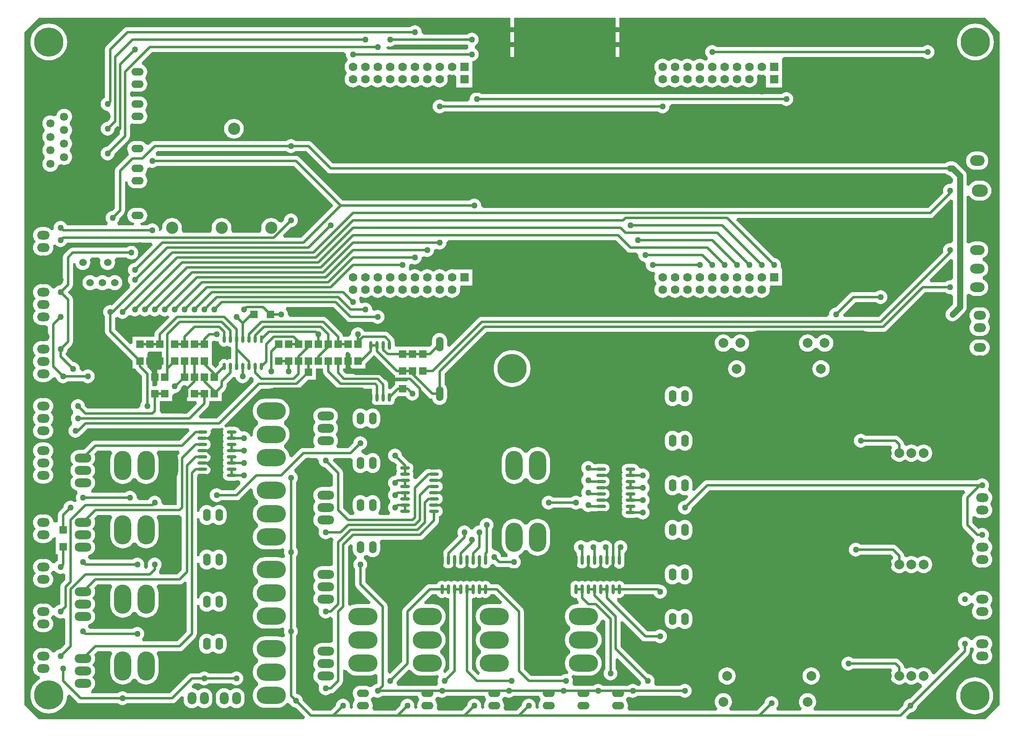
<source format=gtl>
G04 Layer_Physical_Order=1*
G04 Layer_Color=2232046*
%FSLAX43Y43*%
%MOMM*%
G71*
G01*
G75*
%ADD10O,0.600X1.800*%
%ADD11R,1.524X1.524*%
%ADD12O,0.635X2.000*%
%ADD13O,2.000X0.635*%
%ADD14O,0.610X1.524*%
%ADD15R,0.610X1.524*%
%ADD16R,1.524X1.524*%
%ADD17C,0.508*%
%ADD18C,1.270*%
%ADD19O,2.600X1.800*%
%ADD20C,2.000*%
%ADD21C,4.500*%
%ADD22C,2.500*%
%ADD23R,1.778X1.778*%
%ADD24C,1.778*%
%ADD25C,4.760*%
%ADD26R,1.690X1.690*%
%ADD27C,1.690*%
%ADD28C,6.000*%
%ADD29O,6.000X3.500*%
%ADD30O,1.800X2.600*%
%ADD31O,3.500X6.000*%
%ADD32O,3.500X1.800*%
%ADD33O,1.524X2.540*%
%ADD34O,2.540X1.524*%
%ADD35C,1.524*%
%ADD36O,1.524X3.048*%
%ADD37O,3.000X2.000*%
%ADD38O,3.302X2.540*%
%ADD39O,3.000X2.200*%
%ADD40C,1.270*%
G36*
X93198Y120268D02*
X93363Y120168D01*
X93381Y120031D01*
X93522Y119691D01*
X93746Y119400D01*
X94037Y119176D01*
X94377Y119035D01*
X94742Y118987D01*
X95107Y119035D01*
X95447Y119176D01*
X95738Y119400D01*
X95962Y119691D01*
X96103Y120031D01*
X96121Y120168D01*
X96286Y120268D01*
X96652Y120338D01*
X97013Y119978D01*
X96998Y119275D01*
X89492Y111769D01*
X85942D01*
X85747Y112238D01*
X87593Y114083D01*
X87593Y114083D01*
X87755Y114296D01*
X87858Y114543D01*
X87893Y114808D01*
Y115316D01*
X90424D01*
Y116915D01*
X91149Y117639D01*
X91311Y117852D01*
X91414Y118099D01*
X91449Y118364D01*
Y118956D01*
X92832Y120338D01*
X93198Y120268D01*
D02*
G37*
G36*
X83158Y118555D02*
X83312Y118364D01*
Y115316D01*
X85208D01*
X85419Y114808D01*
X83396Y112785D01*
X78105D01*
X77733Y113284D01*
X77733Y113284D01*
Y115316D01*
X80264D01*
Y116544D01*
X80772Y116955D01*
X81137Y117003D01*
X81477Y117144D01*
X81768Y117368D01*
X81992Y117659D01*
X82133Y117999D01*
X82156Y118171D01*
X82565Y118580D01*
X83158Y118555D01*
D02*
G37*
G36*
X110351Y103124D02*
X110399Y102759D01*
X110540Y102419D01*
X110764Y102128D01*
X111055Y101904D01*
X111395Y101763D01*
X111714Y101721D01*
X113275Y100160D01*
Y98078D01*
X113147Y97917D01*
X112767Y97667D01*
X112610Y97682D01*
X110910D01*
X110584Y97650D01*
X110271Y97555D01*
X109982Y97401D01*
X109729Y97193D01*
X109521Y96940D01*
X109367Y96651D01*
X109272Y96338D01*
X109240Y96012D01*
X109272Y95686D01*
X109367Y95373D01*
X109521Y95084D01*
X109686Y94742D01*
X109521Y94400D01*
X109367Y94111D01*
X109272Y93798D01*
X109240Y93472D01*
X109272Y93146D01*
X109367Y92833D01*
X109521Y92544D01*
X109686Y92202D01*
X109521Y91860D01*
X109367Y91571D01*
X109272Y91258D01*
X109240Y90932D01*
X109272Y90606D01*
X109367Y90293D01*
X109521Y90004D01*
X109729Y89751D01*
X109982Y89543D01*
X110167Y89445D01*
X110285Y89334D01*
X110422Y88812D01*
X110399Y88757D01*
X110351Y88392D01*
X110399Y88027D01*
X110540Y87687D01*
X110764Y87396D01*
X111055Y87172D01*
X111395Y87031D01*
X111760Y86983D01*
X112125Y87031D01*
X112465Y87172D01*
X112683Y87339D01*
X113152Y87275D01*
X113396Y86833D01*
X113310Y86625D01*
X113275Y86360D01*
X113275Y86360D01*
Y81822D01*
X113147Y81661D01*
X112767Y81411D01*
X112610Y81426D01*
X110910D01*
X110584Y81394D01*
X110271Y81299D01*
X109982Y81145D01*
X109729Y80937D01*
X109521Y80684D01*
X109367Y80395D01*
X109272Y80082D01*
X109240Y79756D01*
X109272Y79430D01*
X109367Y79117D01*
X109521Y78828D01*
X109686Y78486D01*
X109521Y78144D01*
X109367Y77855D01*
X109272Y77542D01*
X109240Y77216D01*
X109272Y76890D01*
X109367Y76577D01*
X109521Y76288D01*
X109686Y75946D01*
X109521Y75604D01*
X109367Y75315D01*
X109272Y75002D01*
X109240Y74676D01*
X109272Y74350D01*
X109367Y74037D01*
X109521Y73748D01*
X109729Y73495D01*
X109982Y73287D01*
X110167Y73189D01*
X110285Y73078D01*
X110422Y72556D01*
X110399Y72501D01*
X110351Y72136D01*
X110399Y71771D01*
X110540Y71431D01*
X110764Y71140D01*
X111055Y70916D01*
X111395Y70775D01*
X111760Y70727D01*
X112125Y70775D01*
X112465Y70916D01*
X112719Y71111D01*
X112776D01*
X112776Y71111D01*
X113275Y70739D01*
Y66074D01*
X113147Y65913D01*
X112767Y65663D01*
X112610Y65678D01*
X110910D01*
X110584Y65646D01*
X110271Y65551D01*
X109982Y65397D01*
X109729Y65189D01*
X109521Y64936D01*
X109367Y64647D01*
X109272Y64334D01*
X109240Y64008D01*
X109272Y63682D01*
X109367Y63369D01*
X109521Y63080D01*
X109686Y62738D01*
X109521Y62396D01*
X109367Y62107D01*
X109272Y61794D01*
X109240Y61468D01*
X109272Y61142D01*
X109367Y60829D01*
X109521Y60540D01*
X109686Y60198D01*
X109521Y59856D01*
X109367Y59567D01*
X109272Y59254D01*
X109240Y58928D01*
X109272Y58602D01*
X109367Y58289D01*
X109521Y58000D01*
X109729Y57747D01*
X109982Y57539D01*
X110167Y57441D01*
X110285Y57330D01*
X110422Y56808D01*
X110399Y56753D01*
X110351Y56388D01*
X110399Y56023D01*
X110540Y55683D01*
X110764Y55392D01*
X111055Y55168D01*
X111395Y55027D01*
X111760Y54979D01*
X112125Y55027D01*
X112465Y55168D01*
X112719Y55363D01*
X112776D01*
X112776Y55363D01*
X113041Y55398D01*
X113288Y55501D01*
X113501Y55663D01*
X115025Y57187D01*
X115187Y57400D01*
X115290Y57647D01*
X115325Y57912D01*
Y60181D01*
X115396Y60229D01*
X116031Y60118D01*
X116345Y59735D01*
X116728Y59421D01*
X117164Y59188D01*
X117638Y59044D01*
X118130Y58996D01*
X120630D01*
X121122Y59044D01*
X121596Y59188D01*
X121911Y59357D01*
X122270Y59213D01*
X122419Y59082D01*
Y57320D01*
X122382Y57283D01*
X122063Y57241D01*
X121723Y57100D01*
X121432Y56876D01*
X121358Y56780D01*
X121329Y56756D01*
X120781Y56653D01*
X120693Y56670D01*
X120474Y56787D01*
X120187Y56874D01*
X119888Y56903D01*
X118872D01*
X118573Y56874D01*
X118286Y56787D01*
X118021Y56645D01*
X117789Y56455D01*
X117599Y56223D01*
X117457Y55958D01*
X117370Y55671D01*
X117341Y55372D01*
X117370Y55073D01*
X117457Y54786D01*
X117599Y54521D01*
X117650Y54458D01*
X117741Y54102D01*
X117650Y53746D01*
X117599Y53683D01*
X117457Y53418D01*
X117370Y53131D01*
X117341Y52832D01*
X117370Y52533D01*
X117025Y52133D01*
X116677Y52467D01*
X116725Y52832D01*
X116677Y53197D01*
X116536Y53537D01*
X116312Y53828D01*
X116021Y54052D01*
X115681Y54193D01*
X115316Y54241D01*
X114951Y54193D01*
X114611Y54052D01*
X114320Y53828D01*
X114096Y53537D01*
X113955Y53197D01*
X113913Y52878D01*
X112860Y51825D01*
X109136D01*
X107067Y53894D01*
X107025Y54213D01*
X106884Y54553D01*
X106660Y54844D01*
X106369Y55068D01*
X106029Y55209D01*
X105710Y55251D01*
X105673Y55288D01*
Y67113D01*
X105868Y67367D01*
X106009Y67707D01*
X106057Y68072D01*
X106009Y68437D01*
X105868Y68777D01*
X105673Y69031D01*
Y83369D01*
X105868Y83623D01*
X106009Y83963D01*
X106057Y84328D01*
X106009Y84693D01*
X105868Y85033D01*
X105673Y85287D01*
Y98609D01*
X105868Y98863D01*
X106009Y99203D01*
X106057Y99568D01*
X106009Y99933D01*
X105868Y100273D01*
X105644Y100564D01*
X105434Y100726D01*
X105345Y101039D01*
X105335Y101345D01*
X107612Y103623D01*
X109935D01*
X110351Y103124D01*
D02*
G37*
G36*
X81854Y104639D02*
X81571Y104357D01*
X81409Y104144D01*
X81306Y103897D01*
X81271Y103632D01*
X81271Y103632D01*
Y93989D01*
X78533D01*
X78117Y94488D01*
X78069Y94853D01*
X77928Y95193D01*
X77704Y95484D01*
X77413Y95708D01*
X77073Y95849D01*
X76708Y95897D01*
X76343Y95849D01*
X76003Y95708D01*
X75712Y95484D01*
X75488Y95193D01*
X75410Y95005D01*
X73453D01*
X73037Y95504D01*
X72989Y95869D01*
X72848Y96209D01*
X72624Y96500D01*
X72333Y96724D01*
X71993Y96865D01*
X71628Y96913D01*
X71263Y96865D01*
X70923Y96724D01*
X70669Y96529D01*
X63767D01*
X63734Y96587D01*
X63754Y97163D01*
X64007Y97371D01*
X64215Y97624D01*
X64369Y97913D01*
X64464Y98226D01*
X64496Y98552D01*
X64464Y98878D01*
X64369Y99191D01*
X64215Y99480D01*
X64007Y99733D01*
Y99911D01*
X64215Y100164D01*
X64369Y100453D01*
X64464Y100766D01*
X64496Y101092D01*
X64464Y101418D01*
X64369Y101731D01*
X64215Y102020D01*
X64007Y102273D01*
Y102451D01*
X64215Y102704D01*
X64369Y102993D01*
X64464Y103306D01*
X64496Y103632D01*
X64464Y103958D01*
X64369Y104271D01*
X64263Y104470D01*
X64940Y105147D01*
X67718D01*
X67849Y104998D01*
X67993Y104639D01*
X67824Y104324D01*
X67680Y103850D01*
X67632Y103358D01*
Y100858D01*
X67680Y100366D01*
X67824Y99892D01*
X68057Y99456D01*
X68371Y99073D01*
X68754Y98759D01*
X69190Y98526D01*
X69664Y98382D01*
X70156Y98334D01*
X70648Y98382D01*
X71122Y98526D01*
X71558Y98759D01*
X71941Y99073D01*
X72255Y99456D01*
X72268Y99480D01*
X72844D01*
X72857Y99456D01*
X73171Y99073D01*
X73554Y98759D01*
X73990Y98526D01*
X74464Y98382D01*
X74956Y98334D01*
X75448Y98382D01*
X75922Y98526D01*
X76358Y98759D01*
X76741Y99073D01*
X77055Y99456D01*
X77288Y99892D01*
X77432Y100366D01*
X77480Y100858D01*
Y103358D01*
X77432Y103850D01*
X77288Y104324D01*
X77119Y104639D01*
X77263Y104998D01*
X77394Y105147D01*
X81644D01*
X81854Y104639D01*
D02*
G37*
G36*
X116840Y124990D02*
Y122047D01*
X119888D01*
Y123011D01*
X121666Y124789D01*
X125640Y120814D01*
X125640Y120814D01*
X125853Y120652D01*
X125984Y120597D01*
Y120015D01*
X128677D01*
X128750Y119888D01*
X128457Y119380D01*
X125984D01*
Y118637D01*
X125910Y118581D01*
X125910Y118581D01*
X125104Y117774D01*
X124711Y117847D01*
X124596Y117948D01*
Y118745D01*
X124561Y119010D01*
X124458Y119257D01*
X124296Y119470D01*
X123153Y120613D01*
X122940Y120775D01*
X122693Y120878D01*
X122428Y120913D01*
X122428Y120913D01*
X115982D01*
X115355Y121539D01*
X115399Y122047D01*
X115824D01*
Y125095D01*
X116067Y125397D01*
X116457D01*
X116840Y124990D01*
D02*
G37*
G36*
X78035Y132892D02*
X78375Y132751D01*
X78740Y132703D01*
X79105Y132751D01*
X79445Y132892D01*
X79723Y132481D01*
X76999Y129757D01*
X76837Y129544D01*
X76734Y129297D01*
X76699Y129032D01*
X76699Y129032D01*
Y128524D01*
X72136D01*
Y127208D01*
X71667Y127014D01*
X68589Y130091D01*
Y132449D01*
X69064Y132611D01*
X69108Y132608D01*
X69399Y132384D01*
X69739Y132243D01*
X70104Y132195D01*
X70469Y132243D01*
X70809Y132384D01*
X71100Y132608D01*
X71250Y132803D01*
X71377Y132902D01*
X71887Y132932D01*
X71939Y132892D01*
X72279Y132751D01*
X72644Y132703D01*
X73009Y132751D01*
X73349Y132892D01*
X73640Y133116D01*
X73680D01*
X73971Y132892D01*
X74311Y132751D01*
X74676Y132703D01*
X75041Y132751D01*
X75381Y132892D01*
X75672Y133116D01*
X75712D01*
X76003Y132892D01*
X76343Y132751D01*
X76708Y132703D01*
X77073Y132751D01*
X77413Y132892D01*
X77704Y133116D01*
X77744D01*
X78035Y132892D01*
D02*
G37*
G36*
X240399Y144306D02*
Y140438D01*
X239891Y140078D01*
X239776Y140093D01*
X239411Y140045D01*
X239071Y139904D01*
X238817Y139709D01*
X235802D01*
X235607Y140178D01*
X239930Y144500D01*
X240399Y144306D01*
D02*
G37*
G36*
X78223Y122047D02*
X78223Y122047D01*
X77828Y121793D01*
X77216D01*
Y118745D01*
X76909Y118364D01*
X76209D01*
Y120904D01*
X76174Y121169D01*
X76071Y121416D01*
X75909Y121629D01*
X75184Y122353D01*
Y125095D01*
X75491Y125476D01*
X78223D01*
Y122047D01*
D02*
G37*
G36*
X89043Y127671D02*
X89408Y127623D01*
X89805Y127566D01*
X89893Y127280D01*
X90000Y127021D01*
X90171Y126798D01*
X90394Y126627D01*
X90654Y126519D01*
X90932Y126483D01*
X91210Y126519D01*
X91470Y126627D01*
X91567Y126701D01*
X91664Y126627D01*
X91924Y126519D01*
X92202Y126483D01*
X92447Y126268D01*
Y125984D01*
X92447Y125984D01*
X92447Y125984D01*
Y124164D01*
X92202Y123949D01*
X91924Y123913D01*
X91664Y123805D01*
X91567Y123731D01*
X91470Y123805D01*
X91210Y123913D01*
X90932Y123949D01*
X90654Y123913D01*
X90394Y123805D01*
X90171Y123634D01*
X90000Y123411D01*
X89893Y123152D01*
X89856Y122873D01*
Y122789D01*
X89160Y122093D01*
X88392Y122861D01*
Y124968D01*
X88392Y125095D01*
X88392D01*
Y125476D01*
X88392D01*
Y127410D01*
X88457Y127494D01*
X88900Y127730D01*
X89043Y127671D01*
D02*
G37*
G36*
X81788Y91939D02*
X82287Y91567D01*
Y80688D01*
X81364Y79765D01*
X77856D01*
X77701Y79953D01*
X77595Y80260D01*
X77698Y80507D01*
X77733Y80772D01*
Y80829D01*
X77928Y81083D01*
X78069Y81423D01*
X78117Y81788D01*
X78069Y82153D01*
X77928Y82493D01*
X77704Y82784D01*
X77413Y83008D01*
X77073Y83149D01*
X76708Y83197D01*
X76343Y83149D01*
X76003Y83008D01*
X75712Y82784D01*
X75488Y82493D01*
X75347Y82153D01*
X75299Y81788D01*
X75347Y81423D01*
X75363Y81386D01*
X75082Y80906D01*
X74978Y80887D01*
X74762Y80929D01*
X74505Y81405D01*
X74513Y81423D01*
X74561Y81788D01*
X74513Y82153D01*
X74372Y82493D01*
X74148Y82784D01*
X73857Y83008D01*
X73517Y83149D01*
X73152Y83197D01*
X72787Y83149D01*
X72447Y83008D01*
X72193Y82813D01*
X63371D01*
X63063Y83233D01*
X63121Y83540D01*
X63235Y83731D01*
X63465Y83801D01*
X63754Y83955D01*
X64007Y84163D01*
X64215Y84416D01*
X64369Y84705D01*
X64464Y85018D01*
X64496Y85344D01*
X64464Y85670D01*
X64369Y85983D01*
X64215Y86272D01*
X64007Y86525D01*
Y86703D01*
X64215Y86956D01*
X64369Y87245D01*
X64464Y87558D01*
X64496Y87884D01*
X64464Y88210D01*
X64369Y88523D01*
X64215Y88812D01*
X64007Y89065D01*
Y89243D01*
X64215Y89496D01*
X64369Y89785D01*
X64464Y90098D01*
X64496Y90424D01*
X64464Y90750D01*
X64369Y91063D01*
X64263Y91262D01*
X64940Y91939D01*
X67718D01*
X67849Y91790D01*
X67993Y91431D01*
X67824Y91116D01*
X67680Y90642D01*
X67632Y90150D01*
Y87650D01*
X67680Y87158D01*
X67824Y86684D01*
X68057Y86248D01*
X68371Y85865D01*
X68754Y85551D01*
X69190Y85318D01*
X69664Y85174D01*
X70156Y85126D01*
X70648Y85174D01*
X71122Y85318D01*
X71558Y85551D01*
X71941Y85865D01*
X72255Y86248D01*
X72268Y86272D01*
X72844D01*
X72857Y86248D01*
X73171Y85865D01*
X73554Y85551D01*
X73990Y85318D01*
X74464Y85174D01*
X74956Y85126D01*
X75448Y85174D01*
X75922Y85318D01*
X76358Y85551D01*
X76741Y85865D01*
X77055Y86248D01*
X77288Y86684D01*
X77432Y87158D01*
X77480Y87650D01*
Y90150D01*
X77432Y90642D01*
X77288Y91116D01*
X77119Y91431D01*
X77263Y91790D01*
X77394Y91939D01*
X81788D01*
X81788Y91939D01*
D02*
G37*
G36*
X155557Y54786D02*
X155699Y54521D01*
X155750Y54458D01*
X155841Y54102D01*
X155750Y53746D01*
X155699Y53683D01*
X155557Y53418D01*
X155470Y53131D01*
X155441Y52832D01*
X155470Y52533D01*
X155125Y52133D01*
X154777Y52467D01*
X154825Y52832D01*
X154777Y53197D01*
X154636Y53537D01*
X154412Y53828D01*
X154121Y54052D01*
X153781Y54193D01*
X153416Y54241D01*
X153051Y54193D01*
X152711Y54052D01*
X152420Y53828D01*
X152196Y53537D01*
X152055Y53197D01*
X152013Y52878D01*
X150960Y51825D01*
X148578D01*
X148376Y52066D01*
X148253Y52333D01*
X148314Y52533D01*
X148343Y52832D01*
X148314Y53131D01*
X148227Y53418D01*
X148085Y53683D01*
X148034Y53746D01*
X147952Y54067D01*
X148174Y54543D01*
X148637Y54657D01*
X148709Y54634D01*
X148987Y54519D01*
X149352Y54471D01*
X149717Y54519D01*
X150057Y54660D01*
X150311Y54855D01*
X155536D01*
X155557Y54786D01*
D02*
G37*
G36*
X129073Y60166D02*
X129285Y60062D01*
X129553Y59735D01*
X129936Y59421D01*
X130372Y59188D01*
X130846Y59044D01*
X131338Y58996D01*
X133838D01*
X134330Y59044D01*
X134697Y59156D01*
X134936Y58907D01*
X135016Y58737D01*
X134924Y58617D01*
X134783Y58277D01*
X134735Y57912D01*
X134783Y57547D01*
X134860Y57315D01*
X134614Y56976D01*
X134519Y56905D01*
X126593D01*
X126519Y56960D01*
X126273Y57413D01*
X126329Y57547D01*
X126371Y57866D01*
X128723Y60218D01*
X129073Y60166D01*
D02*
G37*
G36*
X130665Y54786D02*
X130807Y54521D01*
X130858Y54458D01*
X130949Y54102D01*
X130858Y53746D01*
X130807Y53683D01*
X130665Y53418D01*
X130578Y53131D01*
X130549Y52832D01*
X130578Y52533D01*
X130233Y52133D01*
X129885Y52467D01*
X129933Y52832D01*
X129885Y53197D01*
X129744Y53537D01*
X129520Y53828D01*
X129229Y54052D01*
X128889Y54193D01*
X128524Y54241D01*
X128159Y54193D01*
X127819Y54052D01*
X127528Y53828D01*
X127304Y53537D01*
X127163Y53197D01*
X127121Y52878D01*
X126068Y51825D01*
X121654D01*
X121452Y52066D01*
X121329Y52333D01*
X121390Y52533D01*
X121419Y52832D01*
X121390Y53131D01*
X121303Y53418D01*
X121161Y53683D01*
X121110Y53746D01*
X121028Y54067D01*
X121250Y54543D01*
X121713Y54657D01*
X121785Y54634D01*
X122063Y54519D01*
X122428Y54471D01*
X122793Y54519D01*
X123133Y54660D01*
X123387Y54855D01*
X130644D01*
X130665Y54786D01*
D02*
G37*
G36*
X144381D02*
X144523Y54521D01*
X144574Y54458D01*
X144665Y54102D01*
X144574Y53746D01*
X144523Y53683D01*
X144381Y53418D01*
X144294Y53131D01*
X144265Y52832D01*
X144294Y52533D01*
X143949Y52133D01*
X143601Y52467D01*
X143649Y52832D01*
X143601Y53197D01*
X143460Y53537D01*
X143236Y53828D01*
X142945Y54052D01*
X142605Y54193D01*
X142240Y54241D01*
X141875Y54193D01*
X141535Y54052D01*
X141244Y53828D01*
X141020Y53537D01*
X140879Y53197D01*
X140837Y52878D01*
X139784Y51825D01*
X134862D01*
X134660Y52066D01*
X134537Y52333D01*
X134598Y52533D01*
X134627Y52832D01*
X134598Y53131D01*
X134511Y53418D01*
X134369Y53683D01*
X134318Y53746D01*
X134236Y54067D01*
X134458Y54543D01*
X134921Y54657D01*
X134993Y54634D01*
X135271Y54519D01*
X135636Y54471D01*
X136001Y54519D01*
X136341Y54660D01*
X136595Y54855D01*
X144360D01*
X144381Y54786D01*
D02*
G37*
G36*
X169155Y70188D02*
Y60395D01*
X168960Y60141D01*
X168819Y59801D01*
X168771Y59436D01*
X168819Y59071D01*
X168960Y58731D01*
X169184Y58440D01*
X169475Y58216D01*
X169815Y58075D01*
X170180Y58027D01*
X170545Y58075D01*
X170885Y58216D01*
X171176Y58440D01*
X171400Y58731D01*
X171541Y59071D01*
X171589Y59436D01*
X171541Y59801D01*
X171400Y60141D01*
X171205Y60395D01*
Y62394D01*
X171674Y62589D01*
X176397Y57866D01*
X176439Y57547D01*
X176495Y57413D01*
X176249Y56960D01*
X176175Y56905D01*
X175711D01*
X175457Y57100D01*
X175117Y57241D01*
X174752Y57289D01*
X174387Y57241D01*
X174047Y57100D01*
X173793Y56905D01*
X168599D01*
X168345Y57100D01*
X168005Y57241D01*
X167640Y57289D01*
X167275Y57241D01*
X166935Y57100D01*
X166681Y56905D01*
X162661D01*
X162587Y56960D01*
X162341Y57413D01*
X162397Y57547D01*
X162445Y57912D01*
X162397Y58277D01*
X162256Y58617D01*
X162164Y58737D01*
X162244Y58907D01*
X162483Y59156D01*
X162850Y59044D01*
X163342Y58996D01*
X165842D01*
X166334Y59044D01*
X166808Y59188D01*
X167244Y59421D01*
X167627Y59735D01*
X167941Y60118D01*
X168174Y60554D01*
X168318Y61028D01*
X168366Y61520D01*
X168318Y62012D01*
X168174Y62486D01*
X167941Y62922D01*
X167627Y63305D01*
X167244Y63619D01*
X167220Y63632D01*
Y64208D01*
X167244Y64221D01*
X167627Y64535D01*
X167941Y64918D01*
X168174Y65354D01*
X168318Y65828D01*
X168366Y66320D01*
X168318Y66812D01*
X168174Y67286D01*
X167941Y67722D01*
X167627Y68105D01*
X167244Y68419D01*
X167220Y68432D01*
Y69008D01*
X167244Y69021D01*
X167627Y69335D01*
X167941Y69718D01*
X168174Y70154D01*
X168243Y70381D01*
X168797Y70545D01*
X169155Y70188D01*
D02*
G37*
G36*
X147956Y74115D02*
X147725Y73627D01*
X147554Y73644D01*
X145054D01*
X144562Y73596D01*
X144088Y73452D01*
X143652Y73219D01*
X143269Y72905D01*
X142955Y72522D01*
X142722Y72086D01*
X142578Y71612D01*
X142530Y71120D01*
X142578Y70628D01*
X142722Y70154D01*
X142955Y69718D01*
X143269Y69335D01*
X143652Y69021D01*
X143676Y69008D01*
Y68432D01*
X143652Y68419D01*
X143269Y68105D01*
X142955Y67722D01*
X142722Y67286D01*
X142578Y66812D01*
X142530Y66320D01*
X142578Y65828D01*
X142722Y65354D01*
X142955Y64918D01*
X143269Y64535D01*
X143652Y64221D01*
X143676Y64208D01*
Y63632D01*
X143652Y63619D01*
X143269Y63305D01*
X142955Y62922D01*
X142722Y62486D01*
X142578Y62012D01*
X142530Y61520D01*
X142578Y61028D01*
X142722Y60554D01*
X142955Y60118D01*
X143269Y59735D01*
X143342Y59675D01*
X143196Y59138D01*
X143002Y59107D01*
X141741Y60368D01*
Y74722D01*
X141986Y74937D01*
X142268Y74974D01*
X142530Y75083D01*
X142621Y75152D01*
X142712Y75083D01*
X142974Y74974D01*
X143256Y74937D01*
X143538Y74974D01*
X143800Y75083D01*
X143891Y75152D01*
X143982Y75083D01*
X144244Y74974D01*
X144526Y74937D01*
X144808Y74974D01*
X145070Y75083D01*
X145296Y75256D01*
X145469Y75481D01*
X145553Y75683D01*
X146388D01*
X147956Y74115D01*
D02*
G37*
G36*
X83303Y78142D02*
Y67988D01*
X81364Y66049D01*
X74307D01*
X74134Y66557D01*
X74148Y66568D01*
X74372Y66859D01*
X74513Y67199D01*
X74561Y67564D01*
X74513Y67929D01*
X74372Y68269D01*
X74148Y68560D01*
X73857Y68784D01*
X73517Y68925D01*
X73152Y68973D01*
X72787Y68925D01*
X72447Y68784D01*
X72193Y68589D01*
X63371D01*
X63063Y69009D01*
X63121Y69316D01*
X63235Y69507D01*
X63465Y69577D01*
X63754Y69731D01*
X64007Y69939D01*
X64215Y70192D01*
X64369Y70481D01*
X64464Y70794D01*
X64496Y71120D01*
X64464Y71446D01*
X64369Y71759D01*
X64215Y72048D01*
X64007Y72301D01*
Y72479D01*
X64215Y72732D01*
X64369Y73021D01*
X64464Y73334D01*
X64496Y73660D01*
X64464Y73986D01*
X64369Y74299D01*
X64215Y74588D01*
X64007Y74841D01*
Y75019D01*
X64215Y75272D01*
X64369Y75561D01*
X64464Y75874D01*
X64496Y76200D01*
X64464Y76526D01*
X64369Y76839D01*
X64263Y77038D01*
X64940Y77715D01*
X67718D01*
X67849Y77566D01*
X67993Y77207D01*
X67824Y76892D01*
X67680Y76418D01*
X67632Y75926D01*
Y73426D01*
X67680Y72934D01*
X67824Y72460D01*
X68057Y72024D01*
X68371Y71641D01*
X68754Y71327D01*
X69190Y71094D01*
X69664Y70950D01*
X70156Y70902D01*
X70648Y70950D01*
X71122Y71094D01*
X71558Y71327D01*
X71941Y71641D01*
X72255Y72024D01*
X72268Y72048D01*
X72844D01*
X72857Y72024D01*
X73171Y71641D01*
X73554Y71327D01*
X73990Y71094D01*
X74464Y70950D01*
X74956Y70902D01*
X75448Y70950D01*
X75922Y71094D01*
X76358Y71327D01*
X76741Y71641D01*
X77055Y72024D01*
X77288Y72460D01*
X77432Y72934D01*
X77480Y73426D01*
Y75926D01*
X77432Y76418D01*
X77288Y76892D01*
X77119Y77207D01*
X77263Y77566D01*
X77394Y77715D01*
X81788D01*
X81788Y77715D01*
X82053Y77750D01*
X82300Y77853D01*
X82513Y78015D01*
X82834Y78337D01*
X83303Y78142D01*
D02*
G37*
G36*
X134693Y75481D02*
X134866Y75256D01*
X135092Y75083D01*
X135354Y74974D01*
X135636Y74937D01*
X135918Y74974D01*
X136180Y75083D01*
X136271Y75152D01*
X136362Y75083D01*
X136624Y74974D01*
X136906Y74937D01*
X137151Y74722D01*
Y60368D01*
X136303Y59521D01*
X136111Y59530D01*
X135881Y60049D01*
X135937Y60118D01*
X136170Y60554D01*
X136314Y61028D01*
X136362Y61520D01*
X136314Y62012D01*
X136170Y62486D01*
X135937Y62922D01*
X135623Y63305D01*
X135240Y63619D01*
X135216Y63632D01*
Y64208D01*
X135240Y64221D01*
X135623Y64535D01*
X135937Y64918D01*
X136170Y65354D01*
X136314Y65828D01*
X136362Y66320D01*
X136314Y66812D01*
X136170Y67286D01*
X135937Y67722D01*
X135623Y68105D01*
X135240Y68419D01*
X135216Y68432D01*
Y69008D01*
X135240Y69021D01*
X135623Y69335D01*
X135937Y69718D01*
X136170Y70154D01*
X136314Y70628D01*
X136362Y71120D01*
X136314Y71612D01*
X136170Y72086D01*
X135937Y72522D01*
X135623Y72905D01*
X135240Y73219D01*
X134804Y73452D01*
X134330Y73596D01*
X133838Y73644D01*
X132145D01*
X131951Y74113D01*
X133520Y75683D01*
X134609D01*
X134693Y75481D01*
D02*
G37*
G36*
X116998Y85901D02*
X117341Y85709D01*
Y84836D01*
X117370Y84537D01*
X117457Y84250D01*
X117599Y83985D01*
X117789Y83753D01*
X118021Y83563D01*
X118090Y83526D01*
X118134Y83229D01*
X118114Y82982D01*
X118106Y82961D01*
X117876Y82784D01*
X117652Y82493D01*
X117511Y82153D01*
X117463Y81788D01*
X117511Y81423D01*
X117652Y81083D01*
X117847Y80829D01*
Y77724D01*
X117847Y77724D01*
X117882Y77459D01*
X117985Y77212D01*
X118147Y76999D01*
X121032Y74115D01*
X120801Y73627D01*
X120630Y73644D01*
X118130D01*
X117638Y73596D01*
X117164Y73452D01*
X116849Y73283D01*
X116490Y73427D01*
X116341Y73558D01*
Y85428D01*
X116837Y85924D01*
X116998Y85901D01*
D02*
G37*
G36*
X240399Y156498D02*
Y148058D01*
X239891Y147698D01*
X239776Y147713D01*
X239411Y147665D01*
X239071Y147524D01*
X238780Y147300D01*
X238556Y147009D01*
X238415Y146669D01*
X238367Y146304D01*
X238415Y145939D01*
X238431Y145900D01*
X225128Y132597D01*
X218233D01*
X217887Y132968D01*
X217866Y133105D01*
X220388Y135627D01*
X224593D01*
X224847Y135432D01*
X225187Y135291D01*
X225552Y135243D01*
X225917Y135291D01*
X226257Y135432D01*
X226548Y135656D01*
X226772Y135947D01*
X226913Y136287D01*
X226961Y136652D01*
X226913Y137017D01*
X226772Y137357D01*
X226548Y137648D01*
X226257Y137872D01*
X225917Y138013D01*
X225552Y138061D01*
X225187Y138013D01*
X224847Y137872D01*
X224593Y137677D01*
X219964D01*
X219964Y137677D01*
X219699Y137642D01*
X219452Y137539D01*
X219239Y137377D01*
X216362Y134499D01*
X216043Y134457D01*
X215703Y134316D01*
X215412Y134092D01*
X215188Y133801D01*
X215047Y133461D01*
X214999Y133096D01*
X214583Y132597D01*
X143764D01*
X143764Y132597D01*
X143499Y132562D01*
X143252Y132459D01*
X143039Y132297D01*
X143039Y132297D01*
X137167Y126425D01*
X136659Y126635D01*
Y127762D01*
X136630Y128061D01*
X136543Y128348D01*
X136401Y128613D01*
X136211Y128845D01*
X135979Y129035D01*
X135714Y129177D01*
X135427Y129264D01*
X135128Y129293D01*
X134829Y129264D01*
X134542Y129177D01*
X134277Y129035D01*
X134045Y128845D01*
X133855Y128613D01*
X133713Y128348D01*
X133626Y128061D01*
X133597Y127762D01*
Y126918D01*
X133171Y126492D01*
X126279D01*
X125984Y126492D01*
X125912Y126970D01*
Y127362D01*
X125876Y127639D01*
X125860Y127676D01*
X125831Y127900D01*
X125728Y128147D01*
X125566Y128360D01*
X125566Y128360D01*
X124677Y129249D01*
X124464Y129411D01*
X124217Y129514D01*
X123952Y129549D01*
X123952Y129549D01*
X119662D01*
X119584Y129737D01*
X119360Y130028D01*
X119069Y130252D01*
X118729Y130393D01*
X118364Y130441D01*
X117999Y130393D01*
X117659Y130252D01*
X117368Y130028D01*
X117144Y129737D01*
X117003Y129397D01*
X116955Y129032D01*
X116544Y128524D01*
X115325D01*
X115290Y128789D01*
X115187Y129036D01*
X115025Y129249D01*
X115025Y129249D01*
X111977Y132297D01*
X111764Y132459D01*
X111517Y132562D01*
X111252Y132597D01*
X111252Y132597D01*
X104441D01*
X104025Y133096D01*
X103977Y133461D01*
X103836Y133801D01*
X103612Y134092D01*
X103598Y134103D01*
X103771Y134611D01*
X113368D01*
X116115Y131863D01*
X116115Y131863D01*
X116328Y131701D01*
X116575Y131598D01*
X116840Y131563D01*
X121469D01*
X121723Y131368D01*
X122063Y131227D01*
X122428Y131179D01*
X122793Y131227D01*
X123133Y131368D01*
X123424Y131592D01*
X123648Y131883D01*
X123789Y132223D01*
X123837Y132588D01*
X123789Y132953D01*
X123648Y133293D01*
X123424Y133584D01*
X123133Y133808D01*
X122793Y133949D01*
X122428Y133997D01*
X122063Y133949D01*
X121772Y133828D01*
X121580Y133910D01*
X121297Y134112D01*
X121249Y134477D01*
X121108Y134817D01*
X120884Y135108D01*
X120593Y135332D01*
X120253Y135473D01*
X119888Y135521D01*
X119523Y135473D01*
X119232Y135352D01*
X119040Y135434D01*
X118757Y135636D01*
X118709Y136001D01*
X118624Y136205D01*
X118773Y136651D01*
X118885Y136779D01*
X118966Y136797D01*
X119253Y136643D01*
X119564Y136549D01*
X119888Y136517D01*
X120212Y136549D01*
X120523Y136643D01*
X120810Y136797D01*
X121061Y137003D01*
X121255D01*
X121506Y136797D01*
X121793Y136643D01*
X122104Y136549D01*
X122428Y136517D01*
X122752Y136549D01*
X123063Y136643D01*
X123350Y136797D01*
X123601Y137003D01*
X123795D01*
X124046Y136797D01*
X124333Y136643D01*
X124644Y136549D01*
X124968Y136517D01*
X125292Y136549D01*
X125603Y136643D01*
X125890Y136797D01*
X126141Y137003D01*
X126335D01*
X126586Y136797D01*
X126873Y136643D01*
X127184Y136549D01*
X127508Y136517D01*
X127832Y136549D01*
X128143Y136643D01*
X128430Y136797D01*
X128681Y137003D01*
X128875D01*
X129126Y136797D01*
X129413Y136643D01*
X129724Y136549D01*
X130048Y136517D01*
X130372Y136549D01*
X130683Y136643D01*
X130970Y136797D01*
X131221Y137003D01*
X131415D01*
X131666Y136797D01*
X131953Y136643D01*
X132264Y136549D01*
X132588Y136517D01*
X132912Y136549D01*
X133223Y136643D01*
X133510Y136797D01*
X133761Y137003D01*
X133955D01*
X134206Y136797D01*
X134493Y136643D01*
X134804Y136549D01*
X135128Y136517D01*
X135452Y136549D01*
X135763Y136643D01*
X136050Y136797D01*
X136301Y137003D01*
X136495D01*
X136746Y136797D01*
X137033Y136643D01*
X137344Y136549D01*
X137668Y136517D01*
X137992Y136549D01*
X138303Y136643D01*
X138590Y136797D01*
X138841Y137003D01*
X139047Y137254D01*
X139201Y137541D01*
X139295Y137852D01*
X139327Y138176D01*
X139295Y138500D01*
X139278Y138557D01*
X139599Y139065D01*
X141859D01*
Y142367D01*
X138557D01*
X138557Y142367D01*
X138049Y142326D01*
X137992Y142343D01*
X137668Y142375D01*
X137344Y142343D01*
X137033Y142249D01*
X136746Y142095D01*
X136495Y141889D01*
X136301D01*
X136050Y142095D01*
X135763Y142249D01*
X135452Y142343D01*
X135128Y142375D01*
X134804Y142343D01*
X134493Y142249D01*
X134206Y142095D01*
X133955Y141889D01*
X133761D01*
X133510Y142095D01*
X133223Y142249D01*
X132912Y142343D01*
X132588Y142375D01*
X132264Y142343D01*
X131953Y142249D01*
X131666Y142095D01*
X131415Y141889D01*
X131221D01*
X130970Y142095D01*
X130683Y142249D01*
X130372Y142343D01*
X130048Y142375D01*
X129724Y142343D01*
X129413Y142249D01*
X129126Y142095D01*
X129045Y142113D01*
X128933Y142241D01*
X128785Y142687D01*
X128869Y142891D01*
X128917Y143256D01*
X129200Y143458D01*
X129392Y143540D01*
X129683Y143419D01*
X130048Y143371D01*
X130413Y143419D01*
X130753Y143560D01*
X131044Y143784D01*
X131268Y144075D01*
X131409Y144415D01*
X131457Y144780D01*
X131740Y144982D01*
X131932Y145064D01*
X132223Y144943D01*
X132588Y144895D01*
X132953Y144943D01*
X133293Y145084D01*
X133584Y145308D01*
X133808Y145599D01*
X133949Y145939D01*
X133997Y146304D01*
X134280Y146506D01*
X134472Y146588D01*
X134763Y146467D01*
X135128Y146419D01*
X135493Y146467D01*
X135833Y146608D01*
X136124Y146832D01*
X136348Y147123D01*
X136489Y147463D01*
X136537Y147828D01*
X136953Y148327D01*
X171280D01*
X173519Y146087D01*
X173519Y146087D01*
X173732Y145925D01*
X173979Y145822D01*
X174244Y145787D01*
X174244Y145787D01*
X175467D01*
X175883Y145288D01*
X175931Y144923D01*
X176072Y144583D01*
X176296Y144292D01*
X176587Y144068D01*
X176927Y143927D01*
X177027Y143914D01*
X177340Y143700D01*
X177424Y143384D01*
X177407Y143256D01*
X177455Y142891D01*
X177596Y142551D01*
X177820Y142260D01*
X178111Y142036D01*
X178451Y141895D01*
X178816Y141847D01*
X179019Y141874D01*
X179313Y141539D01*
X179355Y141426D01*
X179315Y141351D01*
X179221Y141040D01*
X179189Y140716D01*
X179221Y140392D01*
X179315Y140081D01*
X179469Y139794D01*
X179630Y139446D01*
X179469Y139098D01*
X179315Y138811D01*
X179221Y138500D01*
X179189Y138176D01*
X179221Y137852D01*
X179315Y137541D01*
X179469Y137254D01*
X179675Y137003D01*
X179926Y136797D01*
X180213Y136643D01*
X180524Y136549D01*
X180848Y136517D01*
X181172Y136549D01*
X181483Y136643D01*
X181770Y136797D01*
X182021Y137003D01*
X182215D01*
X182466Y136797D01*
X182753Y136643D01*
X183064Y136549D01*
X183388Y136517D01*
X183712Y136549D01*
X184023Y136643D01*
X184310Y136797D01*
X184561Y137003D01*
X184755D01*
X185006Y136797D01*
X185293Y136643D01*
X185604Y136549D01*
X185928Y136517D01*
X186252Y136549D01*
X186563Y136643D01*
X186850Y136797D01*
X187101Y137003D01*
X187295D01*
X187546Y136797D01*
X187833Y136643D01*
X188144Y136549D01*
X188468Y136517D01*
X188792Y136549D01*
X189103Y136643D01*
X189390Y136797D01*
X189641Y137003D01*
X189835D01*
X190086Y136797D01*
X190373Y136643D01*
X190684Y136549D01*
X191008Y136517D01*
X191332Y136549D01*
X191643Y136643D01*
X191930Y136797D01*
X192181Y137003D01*
X192375D01*
X192626Y136797D01*
X192913Y136643D01*
X193224Y136549D01*
X193548Y136517D01*
X193872Y136549D01*
X194183Y136643D01*
X194470Y136797D01*
X194721Y137003D01*
X194915D01*
X195166Y136797D01*
X195453Y136643D01*
X195764Y136549D01*
X196088Y136517D01*
X196412Y136549D01*
X196723Y136643D01*
X197010Y136797D01*
X197261Y137003D01*
X197455D01*
X197706Y136797D01*
X197993Y136643D01*
X198304Y136549D01*
X198628Y136517D01*
X198952Y136549D01*
X199263Y136643D01*
X199550Y136797D01*
X199801Y137003D01*
X199995D01*
X200246Y136797D01*
X200533Y136643D01*
X200844Y136549D01*
X201168Y136517D01*
X201492Y136549D01*
X201803Y136643D01*
X202090Y136797D01*
X202341Y137003D01*
X202547Y137254D01*
X202701Y137541D01*
X202795Y137852D01*
X202827Y138176D01*
X202795Y138500D01*
X202778Y138557D01*
X203099Y139065D01*
X205359D01*
Y142367D01*
X205359D01*
X205062Y142875D01*
X205069Y142891D01*
X205117Y143256D01*
X205069Y143621D01*
X204928Y143961D01*
X204704Y144252D01*
X204413Y144476D01*
X204073Y144617D01*
X203754Y144659D01*
X195983Y152430D01*
X196178Y152899D01*
X235712D01*
X235712Y152899D01*
X235977Y152934D01*
X236224Y153037D01*
X236437Y153199D01*
X239930Y156692D01*
X240399Y156498D01*
D02*
G37*
G36*
X113359Y155448D02*
X106764Y148853D01*
X103214D01*
X103019Y149322D01*
X104694Y150997D01*
X105013Y151039D01*
X105353Y151180D01*
X105644Y151404D01*
X105868Y151695D01*
X106009Y152035D01*
X106057Y152400D01*
X106009Y152765D01*
X105868Y153105D01*
X105644Y153396D01*
X105353Y153620D01*
X105013Y153761D01*
X104648Y153809D01*
X104283Y153761D01*
X103943Y153620D01*
X103652Y153396D01*
X103428Y153105D01*
X103287Y152765D01*
X103245Y152446D01*
X102765Y151967D01*
X102181Y152101D01*
X102014Y152306D01*
X101707Y152557D01*
X101358Y152744D01*
X100978Y152859D01*
X100584Y152898D01*
X100190Y152859D01*
X99810Y152744D01*
X99461Y152557D01*
X99154Y152306D01*
X98903Y151999D01*
X98716Y151650D01*
X98601Y151270D01*
X98562Y150876D01*
X98601Y150482D01*
X98633Y150377D01*
X98301Y149869D01*
X92707D01*
X92375Y150377D01*
X92407Y150482D01*
X92446Y150876D01*
X92407Y151270D01*
X92292Y151650D01*
X92105Y151999D01*
X91854Y152306D01*
X91547Y152557D01*
X91198Y152744D01*
X90818Y152859D01*
X90424Y152898D01*
X90030Y152859D01*
X89650Y152744D01*
X89301Y152557D01*
X88994Y152306D01*
X88743Y151999D01*
X88556Y151650D01*
X88441Y151270D01*
X88402Y150876D01*
X88441Y150482D01*
X88473Y150377D01*
X88141Y149869D01*
X82547D01*
X82215Y150377D01*
X82247Y150482D01*
X82286Y150876D01*
X82247Y151270D01*
X82132Y151650D01*
X81945Y151999D01*
X81694Y152306D01*
X81387Y152557D01*
X81038Y152744D01*
X80658Y152859D01*
X80264Y152898D01*
X79870Y152859D01*
X79490Y152744D01*
X79141Y152557D01*
X78834Y152306D01*
X78583Y151999D01*
X78396Y151650D01*
X78281Y151270D01*
X78242Y150876D01*
X78255Y150746D01*
X77913Y150280D01*
X77826Y150232D01*
X77727Y150227D01*
X77609Y150368D01*
X77561Y150733D01*
X77420Y151073D01*
X77196Y151364D01*
X76905Y151588D01*
X76565Y151729D01*
X76200Y151777D01*
X75835Y151729D01*
X75495Y151588D01*
X75241Y151393D01*
X73849D01*
X73824Y151901D01*
X73959Y151914D01*
X74246Y152001D01*
X74511Y152143D01*
X74743Y152333D01*
X74933Y152565D01*
X75075Y152830D01*
X75162Y153117D01*
X75191Y153416D01*
X75162Y153715D01*
X75075Y154002D01*
X74933Y154267D01*
X74743Y154499D01*
X74511Y154689D01*
X74246Y154831D01*
X73959Y154918D01*
X73660Y154947D01*
X72644D01*
X72345Y154918D01*
X72058Y154831D01*
X71793Y154689D01*
X71561Y154499D01*
X71371Y154267D01*
X71229Y154002D01*
X71142Y153715D01*
X71113Y153416D01*
X71142Y153117D01*
X71229Y152830D01*
X71371Y152565D01*
X71561Y152333D01*
X71793Y152143D01*
X72058Y152001D01*
X72345Y151914D01*
X72480Y151901D01*
X72455Y151393D01*
X69227D01*
X69054Y151901D01*
X69068Y151912D01*
X69292Y152203D01*
X69433Y152543D01*
X69475Y152862D01*
X70321Y153707D01*
X70483Y153920D01*
X70586Y154167D01*
X70621Y154432D01*
Y160339D01*
X71129Y160364D01*
X71142Y160229D01*
X71229Y159942D01*
X71371Y159677D01*
X71561Y159445D01*
X71793Y159255D01*
X72058Y159113D01*
X72345Y159026D01*
X72644Y158997D01*
X73660D01*
X73959Y159026D01*
X74246Y159113D01*
X74511Y159255D01*
X74743Y159445D01*
X74933Y159677D01*
X75075Y159942D01*
X75162Y160229D01*
X75191Y160528D01*
X75162Y160827D01*
X75075Y161114D01*
X74933Y161379D01*
X74882Y161442D01*
X74791Y161798D01*
X74882Y162154D01*
X74933Y162217D01*
X75075Y162482D01*
X75162Y162769D01*
X75182Y162972D01*
X75261Y163072D01*
X75361Y163147D01*
X75679Y163296D01*
X75835Y163231D01*
X76200Y163183D01*
X76565Y163231D01*
X76905Y163372D01*
X77159Y163567D01*
X105240D01*
X113359Y155448D01*
D02*
G37*
G36*
X112051Y162343D02*
X112051Y162343D01*
X112264Y162181D01*
X112511Y162078D01*
X112776Y162043D01*
X238817D01*
X239071Y161848D01*
X239411Y161707D01*
X239689Y161670D01*
X240399Y160960D01*
Y160250D01*
X239891Y159890D01*
X239776Y159905D01*
X239411Y159857D01*
X239071Y159716D01*
X238780Y159492D01*
X238556Y159201D01*
X238415Y158861D01*
X238367Y158496D01*
X238415Y158131D01*
X238431Y158092D01*
X235288Y154949D01*
X144065D01*
X143649Y155448D01*
X143601Y155813D01*
X143460Y156153D01*
X143236Y156444D01*
X142945Y156668D01*
X142605Y156809D01*
X142240Y156857D01*
X141875Y156809D01*
X141535Y156668D01*
X141281Y156473D01*
X115232D01*
X106389Y165317D01*
X106176Y165479D01*
X105929Y165582D01*
X105664Y165617D01*
X105664Y165617D01*
X77159D01*
X76997Y165741D01*
X76934Y166250D01*
X77291Y166615D01*
X103689D01*
X103943Y166420D01*
X104283Y166279D01*
X104648Y166231D01*
X105013Y166279D01*
X105353Y166420D01*
X105607Y166615D01*
X107780D01*
X112051Y162343D01*
D02*
G37*
G36*
X250000Y191000D02*
Y53000D01*
X247000Y50000D01*
X230984D01*
X230773Y50508D01*
X231694Y51429D01*
X232013Y51471D01*
X232353Y51612D01*
X232644Y51836D01*
X232868Y52127D01*
X233009Y52467D01*
X233051Y52786D01*
X243549Y63283D01*
X243549Y63283D01*
X243711Y63496D01*
X243814Y63743D01*
X243849Y64008D01*
X243849Y64008D01*
Y64573D01*
X243967Y64726D01*
X244019Y64745D01*
X244338Y64751D01*
X244541Y64699D01*
X244753Y64255D01*
X244591Y63920D01*
X244437Y63631D01*
X244342Y63318D01*
X244310Y62992D01*
X244342Y62666D01*
X244437Y62353D01*
X244591Y62064D01*
X244799Y61811D01*
X245052Y61603D01*
X245341Y61449D01*
X245654Y61354D01*
X245980Y61322D01*
X246780D01*
X247106Y61354D01*
X247419Y61449D01*
X247708Y61603D01*
X247961Y61811D01*
X248169Y62064D01*
X248323Y62353D01*
X248418Y62666D01*
X248450Y62992D01*
X248418Y63318D01*
X248323Y63631D01*
X248169Y63920D01*
X248004Y64262D01*
X248169Y64604D01*
X248323Y64893D01*
X248418Y65206D01*
X248450Y65532D01*
X248418Y65858D01*
X248323Y66171D01*
X248169Y66460D01*
X247961Y66713D01*
X247708Y66921D01*
X247419Y67075D01*
X247106Y67170D01*
X246780Y67202D01*
X245980D01*
X245654Y67170D01*
X245341Y67075D01*
X245052Y66921D01*
X244799Y66713D01*
X244591Y66460D01*
X244541Y66365D01*
X244338Y66313D01*
X244019Y66319D01*
X243967Y66338D01*
X243820Y66528D01*
X243529Y66752D01*
X243189Y66893D01*
X242824Y66941D01*
X242459Y66893D01*
X242119Y66752D01*
X241828Y66528D01*
X241604Y66237D01*
X241463Y65897D01*
X241415Y65532D01*
X241463Y65167D01*
X241604Y64827D01*
X241799Y64573D01*
Y64432D01*
X236630Y59263D01*
X236464Y59267D01*
X236073Y59424D01*
X236018Y59606D01*
X235854Y59912D01*
X235634Y60180D01*
X235366Y60400D01*
X235060Y60564D01*
X234727Y60665D01*
X234382Y60699D01*
X234037Y60665D01*
X233704Y60564D01*
X233398Y60400D01*
X233132Y60182D01*
X232866Y60400D01*
X232560Y60564D01*
X232227Y60665D01*
X231882Y60699D01*
X231537Y60665D01*
X231204Y60564D01*
X230898Y60400D01*
X230407Y60654D01*
Y60686D01*
X230407Y60686D01*
X230372Y60951D01*
X230269Y61198D01*
X230107Y61411D01*
X230107Y61411D01*
X229325Y62193D01*
X229112Y62355D01*
X228865Y62458D01*
X228600Y62493D01*
X228600Y62493D01*
X219907D01*
X219653Y62688D01*
X219313Y62829D01*
X218948Y62877D01*
X218583Y62829D01*
X218243Y62688D01*
X217952Y62464D01*
X217728Y62173D01*
X217587Y61833D01*
X217539Y61468D01*
X217587Y61103D01*
X217728Y60763D01*
X217952Y60472D01*
X218243Y60248D01*
X218583Y60107D01*
X218948Y60059D01*
X219313Y60107D01*
X219653Y60248D01*
X219907Y60443D01*
X227689D01*
X227929Y59935D01*
X227910Y59912D01*
X227746Y59606D01*
X227645Y59273D01*
X227611Y58928D01*
X227645Y58583D01*
X227746Y58250D01*
X227910Y57944D01*
X228130Y57676D01*
X228398Y57456D01*
X228704Y57292D01*
X229037Y57191D01*
X229382Y57157D01*
X229727Y57191D01*
X230060Y57292D01*
X230366Y57456D01*
X230632Y57674D01*
X230898Y57456D01*
X231204Y57292D01*
X231537Y57191D01*
X231882Y57157D01*
X232227Y57191D01*
X232560Y57292D01*
X232866Y57456D01*
X233132Y57674D01*
X233398Y57456D01*
X233704Y57292D01*
X233886Y57237D01*
X234043Y56846D01*
X234047Y56680D01*
X231602Y54235D01*
X231283Y54193D01*
X230943Y54052D01*
X230652Y53828D01*
X230428Y53537D01*
X230287Y53197D01*
X230245Y52878D01*
X229192Y51825D01*
X211980D01*
X211798Y52333D01*
X211846Y52372D01*
X212066Y52640D01*
X212230Y52946D01*
X212331Y53279D01*
X212365Y53624D01*
X212331Y53969D01*
X212230Y54302D01*
X212066Y54608D01*
X211846Y54876D01*
X211578Y55096D01*
X211272Y55260D01*
X210939Y55361D01*
X210594Y55395D01*
X210249Y55361D01*
X209916Y55260D01*
X209610Y55096D01*
X209342Y54876D01*
X209122Y54608D01*
X208958Y54302D01*
X208857Y53969D01*
X208823Y53624D01*
X208857Y53279D01*
X208958Y52946D01*
X209122Y52640D01*
X209342Y52372D01*
X209390Y52333D01*
X209208Y51825D01*
X204355D01*
X204182Y52333D01*
X204196Y52344D01*
X204420Y52635D01*
X204561Y52975D01*
X204609Y53340D01*
X204561Y53705D01*
X204420Y54045D01*
X204196Y54336D01*
X203905Y54560D01*
X203565Y54701D01*
X203200Y54749D01*
X202835Y54701D01*
X202495Y54560D01*
X202204Y54336D01*
X201980Y54045D01*
X201839Y53705D01*
X201797Y53386D01*
X200236Y51825D01*
X194708D01*
X194526Y52333D01*
X194574Y52372D01*
X194794Y52640D01*
X194958Y52946D01*
X195059Y53279D01*
X195093Y53624D01*
X195059Y53969D01*
X194958Y54302D01*
X194794Y54608D01*
X194574Y54876D01*
X194306Y55096D01*
X194000Y55260D01*
X193667Y55361D01*
X193322Y55395D01*
X192977Y55361D01*
X192644Y55260D01*
X192338Y55096D01*
X192070Y54876D01*
X191850Y54608D01*
X191686Y54302D01*
X191585Y53969D01*
X191551Y53624D01*
X191585Y53279D01*
X191686Y52946D01*
X191850Y52640D01*
X192070Y52372D01*
X192118Y52333D01*
X191936Y51825D01*
X173978D01*
X173776Y52066D01*
X173653Y52333D01*
X173714Y52533D01*
X173743Y52832D01*
X173714Y53131D01*
X173627Y53418D01*
X173485Y53683D01*
X173434Y53746D01*
X173352Y54067D01*
X173574Y54543D01*
X174037Y54657D01*
X174109Y54634D01*
X174387Y54519D01*
X174752Y54471D01*
X175117Y54519D01*
X175457Y54660D01*
X175711Y54855D01*
X184461D01*
X184715Y54660D01*
X185055Y54519D01*
X185420Y54471D01*
X185785Y54519D01*
X186125Y54660D01*
X186416Y54884D01*
X186640Y55175D01*
X186781Y55515D01*
X186829Y55880D01*
X186781Y56245D01*
X186640Y56585D01*
X186416Y56876D01*
X186125Y57100D01*
X185785Y57241D01*
X185420Y57289D01*
X185055Y57241D01*
X184715Y57100D01*
X184461Y56905D01*
X179425D01*
X179351Y56960D01*
X179105Y57413D01*
X179161Y57547D01*
X179209Y57912D01*
X179161Y58277D01*
X179020Y58617D01*
X178796Y58908D01*
X178505Y59132D01*
X178165Y59273D01*
X177846Y59315D01*
X172221Y64940D01*
Y70014D01*
X172690Y70209D01*
X176567Y66331D01*
X176780Y66169D01*
X177027Y66066D01*
X177292Y66031D01*
X179381D01*
X179635Y65836D01*
X179975Y65695D01*
X180340Y65647D01*
X180705Y65695D01*
X181045Y65836D01*
X181336Y66060D01*
X181560Y66351D01*
X181701Y66691D01*
X181749Y67056D01*
X181701Y67421D01*
X181560Y67761D01*
X181336Y68052D01*
X181045Y68276D01*
X180705Y68417D01*
X180340Y68465D01*
X179975Y68417D01*
X179635Y68276D01*
X179381Y68081D01*
X177716D01*
X171579Y74218D01*
X171595Y74909D01*
X171655Y74964D01*
X171676Y74974D01*
X171958Y74937D01*
X172240Y74974D01*
X172502Y75083D01*
X172728Y75256D01*
X172901Y75481D01*
X172985Y75683D01*
X179042D01*
X179120Y75495D01*
X179344Y75204D01*
X179635Y74980D01*
X179975Y74839D01*
X180340Y74791D01*
X180705Y74839D01*
X181045Y74980D01*
X181336Y75204D01*
X181560Y75495D01*
X181701Y75835D01*
X181749Y76200D01*
X181701Y76565D01*
X181560Y76905D01*
X181336Y77196D01*
X181045Y77420D01*
X180705Y77561D01*
X180340Y77609D01*
X180318Y77606D01*
X180097Y77698D01*
X179832Y77733D01*
X179832Y77733D01*
X172985D01*
X172901Y77935D01*
X172728Y78160D01*
X172502Y78333D01*
X172240Y78442D01*
X171958Y78479D01*
X171676Y78442D01*
X171414Y78333D01*
X171323Y78264D01*
X171232Y78333D01*
X170970Y78442D01*
X170688Y78479D01*
X170406Y78442D01*
X170144Y78333D01*
X170053Y78264D01*
X169962Y78333D01*
X169700Y78442D01*
X169418Y78479D01*
X169136Y78442D01*
X168874Y78333D01*
X168783Y78264D01*
X168692Y78333D01*
X168430Y78442D01*
X168148Y78479D01*
X167866Y78442D01*
X167604Y78333D01*
X167513Y78264D01*
X167422Y78333D01*
X167160Y78442D01*
X166878Y78479D01*
X166596Y78442D01*
X166334Y78333D01*
X166243Y78264D01*
X166152Y78333D01*
X165890Y78442D01*
X165608Y78479D01*
X165326Y78442D01*
X165064Y78333D01*
X164973Y78264D01*
X164882Y78333D01*
X164620Y78442D01*
X164338Y78479D01*
X164056Y78442D01*
X163794Y78333D01*
X163703Y78264D01*
X163612Y78333D01*
X163350Y78442D01*
X163068Y78479D01*
X162786Y78442D01*
X162524Y78333D01*
X162298Y78160D01*
X162125Y77935D01*
X162016Y77672D01*
X161979Y77391D01*
Y76025D01*
X162016Y75744D01*
X162125Y75481D01*
X162298Y75256D01*
X162524Y75083D01*
X162786Y74974D01*
X163068Y74937D01*
X163094Y74936D01*
X163313Y74930D01*
X163348Y74665D01*
X163451Y74418D01*
X163613Y74205D01*
X163705Y74113D01*
X163511Y73644D01*
X163342D01*
X162850Y73596D01*
X162376Y73452D01*
X161940Y73219D01*
X161557Y72905D01*
X161243Y72522D01*
X161010Y72086D01*
X160866Y71612D01*
X160818Y71120D01*
X160866Y70628D01*
X161010Y70154D01*
X161243Y69718D01*
X161557Y69335D01*
X161940Y69021D01*
X161964Y69008D01*
Y68432D01*
X161940Y68419D01*
X161557Y68105D01*
X161243Y67722D01*
X161010Y67286D01*
X160866Y66812D01*
X160818Y66320D01*
X160866Y65828D01*
X161010Y65354D01*
X161243Y64918D01*
X161557Y64535D01*
X161940Y64221D01*
X161964Y64208D01*
Y63632D01*
X161940Y63619D01*
X161557Y63305D01*
X161243Y62922D01*
X161010Y62486D01*
X160866Y62012D01*
X160818Y61520D01*
X160866Y61028D01*
X161010Y60554D01*
X161243Y60118D01*
X161557Y59735D01*
X161496Y59553D01*
X161304Y59286D01*
X161036Y59321D01*
X160671Y59273D01*
X160331Y59132D01*
X160077Y58937D01*
X153840D01*
X152409Y60368D01*
Y72136D01*
X152374Y72401D01*
X152271Y72648D01*
X152109Y72861D01*
X152109Y72861D01*
X147537Y77433D01*
X147324Y77595D01*
X147077Y77698D01*
X146812Y77733D01*
X146812Y77733D01*
X145553D01*
X145469Y77935D01*
X145296Y78160D01*
X145070Y78333D01*
X144808Y78442D01*
X144526Y78479D01*
X144244Y78442D01*
X143982Y78333D01*
X143891Y78264D01*
X143800Y78333D01*
X143538Y78442D01*
X143256Y78479D01*
X142974Y78442D01*
X142712Y78333D01*
X142621Y78264D01*
X142530Y78333D01*
X142268Y78442D01*
X141986Y78479D01*
X141704Y78442D01*
X141442Y78333D01*
X141351Y78264D01*
X141260Y78333D01*
X140998Y78442D01*
X140716Y78479D01*
X140434Y78442D01*
X140172Y78333D01*
X140081Y78264D01*
X139990Y78333D01*
X139728Y78442D01*
X139446Y78479D01*
X139164Y78442D01*
X138902Y78333D01*
X138811Y78264D01*
X138720Y78333D01*
X138458Y78442D01*
X138176Y78479D01*
X137894Y78442D01*
X137632Y78333D01*
X137541Y78264D01*
X137450Y78333D01*
X137188Y78442D01*
X136906Y78479D01*
X136624Y78442D01*
X136362Y78333D01*
X136271Y78264D01*
X136180Y78333D01*
X135918Y78442D01*
X135636Y78479D01*
X135354Y78442D01*
X135092Y78333D01*
X134866Y78160D01*
X134693Y77935D01*
X134609Y77733D01*
X133096D01*
X132831Y77698D01*
X132584Y77595D01*
X132371Y77433D01*
X132371Y77433D01*
X127799Y72861D01*
X127637Y72648D01*
X127534Y72401D01*
X127499Y72136D01*
X127499Y72136D01*
Y61892D01*
X124977Y59370D01*
X124840Y59391D01*
X124469Y59737D01*
Y73152D01*
X124434Y73417D01*
X124331Y73664D01*
X124169Y73877D01*
X124169Y73877D01*
X119897Y78148D01*
Y80829D01*
X120092Y81083D01*
X120233Y81423D01*
X120281Y81788D01*
X120233Y82153D01*
X120092Y82493D01*
X119868Y82784D01*
X119638Y82961D01*
X119630Y82982D01*
X119610Y83229D01*
X119654Y83526D01*
X119723Y83563D01*
X119786Y83614D01*
X120142Y83705D01*
X120498Y83614D01*
X120561Y83563D01*
X120826Y83421D01*
X121113Y83334D01*
X121412Y83305D01*
X121711Y83334D01*
X121998Y83421D01*
X122263Y83563D01*
X122495Y83753D01*
X122685Y83985D01*
X122827Y84250D01*
X122914Y84537D01*
X122943Y84836D01*
Y85852D01*
X122914Y86151D01*
X122853Y86351D01*
X122976Y86618D01*
X123178Y86859D01*
X131064D01*
X131064Y86859D01*
X131329Y86894D01*
X131576Y86997D01*
X131789Y87159D01*
X134741Y90111D01*
X134903Y90324D01*
X135006Y90571D01*
X135041Y90836D01*
Y91683D01*
X135243Y91767D01*
X135468Y91940D01*
X135641Y92166D01*
X135750Y92428D01*
X135787Y92710D01*
X135750Y92992D01*
X135641Y93254D01*
X135468Y93480D01*
X135243Y93653D01*
X135087Y93718D01*
X135059Y93841D01*
Y94119D01*
X135087Y94242D01*
X135243Y94307D01*
X135468Y94480D01*
X135641Y94706D01*
X135750Y94968D01*
X135787Y95250D01*
X135750Y95532D01*
X135641Y95794D01*
X135468Y96020D01*
X135243Y96193D01*
X135087Y96258D01*
X135059Y96381D01*
Y96659D01*
X135087Y96782D01*
X135243Y96847D01*
X135468Y97020D01*
X135641Y97246D01*
X135750Y97508D01*
X135787Y97790D01*
X135750Y98072D01*
X135641Y98334D01*
X135468Y98560D01*
X135243Y98733D01*
X135087Y98798D01*
X135059Y98921D01*
Y99199D01*
X135087Y99322D01*
X135243Y99387D01*
X135468Y99560D01*
X135641Y99786D01*
X135750Y100048D01*
X135787Y100330D01*
X135750Y100612D01*
X135641Y100874D01*
X135468Y101100D01*
X135243Y101273D01*
X134980Y101382D01*
X134699Y101419D01*
X133333D01*
X133052Y101382D01*
X132987Y101355D01*
X132842D01*
X132842Y101355D01*
X132577Y101320D01*
X132330Y101217D01*
X132117Y101055D01*
X130340Y99277D01*
X129839Y99380D01*
X129641Y99786D01*
X129750Y100048D01*
X129787Y100330D01*
X129750Y100612D01*
X129641Y100874D01*
X129572Y100965D01*
X129641Y101056D01*
X129750Y101318D01*
X129787Y101600D01*
X129750Y101882D01*
X129641Y102144D01*
X129468Y102370D01*
X129243Y102543D01*
X128980Y102652D01*
X128868Y102666D01*
X128741Y102833D01*
X127387Y104186D01*
X127345Y104505D01*
X127204Y104845D01*
X126980Y105136D01*
X126689Y105360D01*
X126349Y105501D01*
X125984Y105549D01*
X125619Y105501D01*
X125279Y105360D01*
X124988Y105136D01*
X124764Y104845D01*
X124623Y104505D01*
X124575Y104140D01*
X124623Y103775D01*
X124764Y103435D01*
X124988Y103144D01*
X125279Y102920D01*
X125619Y102779D01*
X125938Y102737D01*
X126451Y102224D01*
X126391Y102144D01*
X126282Y101882D01*
X126245Y101600D01*
X126282Y101318D01*
X126391Y101056D01*
X126460Y100965D01*
X126391Y100874D01*
X126282Y100612D01*
X126249Y100360D01*
X125984Y99961D01*
X125619Y99913D01*
X125279Y99772D01*
X124988Y99548D01*
X124764Y99257D01*
X124623Y98917D01*
X124575Y98552D01*
X124623Y98187D01*
X124764Y97847D01*
X124988Y97556D01*
Y97008D01*
X124764Y96717D01*
X124623Y96377D01*
X124575Y96012D01*
X124623Y95647D01*
X124764Y95307D01*
X124988Y95016D01*
Y94468D01*
X124764Y94177D01*
X124623Y93837D01*
X124575Y93472D01*
X124623Y93107D01*
X124764Y92767D01*
X124988Y92476D01*
X125002Y92465D01*
X124829Y91957D01*
X122769D01*
X122626Y92181D01*
X122557Y92465D01*
X122685Y92621D01*
X122827Y92886D01*
X122914Y93173D01*
X122943Y93472D01*
Y94488D01*
X122914Y94787D01*
X122827Y95074D01*
X122685Y95339D01*
X122495Y95571D01*
X122263Y95761D01*
X121998Y95903D01*
X121711Y95990D01*
X121412Y96019D01*
X121113Y95990D01*
X120826Y95903D01*
X120561Y95761D01*
X120498Y95710D01*
X120142Y95619D01*
X119786Y95710D01*
X119723Y95761D01*
X119458Y95903D01*
X119171Y95990D01*
X118872Y96019D01*
X118573Y95990D01*
X118286Y95903D01*
X118021Y95761D01*
X117789Y95571D01*
X117599Y95339D01*
X117457Y95074D01*
X117370Y94787D01*
X117341Y94488D01*
Y93472D01*
X117370Y93173D01*
X117457Y92886D01*
X117599Y92621D01*
X117727Y92465D01*
X117658Y92181D01*
X117515Y91957D01*
X116756D01*
X115325Y93388D01*
Y100584D01*
X115325Y100584D01*
X115290Y100849D01*
X115187Y101096D01*
X115025Y101309D01*
X115025Y101309D01*
X113218Y103115D01*
X113239Y103252D01*
X113585Y103623D01*
X116840D01*
X116840Y103623D01*
X116902Y103631D01*
X117012Y103583D01*
X117287Y103323D01*
X117349Y103209D01*
X117341Y103124D01*
Y102108D01*
X117370Y101809D01*
X117457Y101522D01*
X117599Y101257D01*
X117789Y101025D01*
X118021Y100835D01*
X118286Y100693D01*
X118573Y100606D01*
X118872Y100577D01*
X119171Y100606D01*
X119458Y100693D01*
X119723Y100835D01*
X119786Y100886D01*
X120142Y100977D01*
X120498Y100886D01*
X120561Y100835D01*
X120826Y100693D01*
X121113Y100606D01*
X121412Y100577D01*
X121711Y100606D01*
X121998Y100693D01*
X122263Y100835D01*
X122495Y101025D01*
X122685Y101257D01*
X122827Y101522D01*
X122914Y101809D01*
X122943Y102108D01*
Y103124D01*
X122914Y103423D01*
X122827Y103710D01*
X122685Y103975D01*
X122495Y104207D01*
X122263Y104397D01*
X121998Y104539D01*
X121711Y104626D01*
X121412Y104655D01*
X121113Y104626D01*
X120826Y104539D01*
X120561Y104397D01*
X120498Y104346D01*
X120142Y104255D01*
X119786Y104346D01*
X119723Y104397D01*
X119458Y104539D01*
X119368Y104566D01*
X119105Y105000D01*
X119079Y105145D01*
X119106Y105206D01*
X119237Y105319D01*
X119577Y105460D01*
X119868Y105684D01*
X120092Y105975D01*
X120233Y106315D01*
X120281Y106680D01*
X120233Y107045D01*
X120092Y107385D01*
X119868Y107676D01*
X119577Y107900D01*
X119237Y108041D01*
X118872Y108089D01*
X118507Y108041D01*
X118167Y107900D01*
X117876Y107676D01*
X117652Y107385D01*
X117511Y107045D01*
X117469Y106726D01*
X116416Y105673D01*
X114161D01*
X113933Y106181D01*
X113999Y106260D01*
X114153Y106549D01*
X114248Y106862D01*
X114280Y107188D01*
X114248Y107514D01*
X114153Y107827D01*
X113999Y108116D01*
X113834Y108458D01*
X113999Y108800D01*
X114153Y109089D01*
X114248Y109402D01*
X114280Y109728D01*
X114248Y110054D01*
X114153Y110367D01*
X113999Y110656D01*
X113834Y110998D01*
X113999Y111340D01*
X114153Y111629D01*
X114248Y111942D01*
X114280Y112268D01*
X114248Y112594D01*
X114153Y112907D01*
X113999Y113196D01*
X113791Y113449D01*
X113538Y113657D01*
X113249Y113811D01*
X112936Y113906D01*
X112610Y113938D01*
X110910D01*
X110584Y113906D01*
X110271Y113811D01*
X109982Y113657D01*
X109729Y113449D01*
X109521Y113196D01*
X109367Y112907D01*
X109272Y112594D01*
X109240Y112268D01*
X109272Y111942D01*
X109367Y111629D01*
X109521Y111340D01*
X109686Y110998D01*
X109521Y110656D01*
X109367Y110367D01*
X109272Y110054D01*
X109240Y109728D01*
X109272Y109402D01*
X109367Y109089D01*
X109521Y108800D01*
X109686Y108458D01*
X109521Y108116D01*
X109367Y107827D01*
X109272Y107514D01*
X109240Y107188D01*
X109272Y106862D01*
X109367Y106549D01*
X109521Y106260D01*
X109587Y106181D01*
X109359Y105673D01*
X107188D01*
X106923Y105638D01*
X106676Y105535D01*
X106463Y105373D01*
X106463Y105373D01*
X104860Y103769D01*
X104331Y103959D01*
X104310Y104176D01*
X104166Y104650D01*
X103933Y105086D01*
X103619Y105469D01*
X103236Y105783D01*
X103212Y105796D01*
Y106372D01*
X103236Y106385D01*
X103619Y106699D01*
X103933Y107082D01*
X104166Y107518D01*
X104310Y107992D01*
X104358Y108484D01*
X104310Y108976D01*
X104166Y109450D01*
X103933Y109886D01*
X103619Y110269D01*
X103236Y110583D01*
X103212Y110596D01*
Y111172D01*
X103236Y111185D01*
X103619Y111499D01*
X103933Y111882D01*
X104166Y112318D01*
X104310Y112792D01*
X104358Y113284D01*
X104310Y113776D01*
X104166Y114250D01*
X103933Y114686D01*
X103619Y115069D01*
X103236Y115383D01*
X102800Y115616D01*
X102326Y115760D01*
X101834Y115808D01*
X99334D01*
X98842Y115760D01*
X98368Y115616D01*
X97932Y115383D01*
X97549Y115069D01*
X97235Y114686D01*
X97002Y114250D01*
X96858Y113776D01*
X96810Y113284D01*
X96858Y112792D01*
X97002Y112318D01*
X97235Y111882D01*
X97549Y111499D01*
X97932Y111185D01*
X97956Y111172D01*
Y110596D01*
X97932Y110583D01*
X97549Y110269D01*
X97235Y109886D01*
X97002Y109450D01*
X96858Y108976D01*
X96810Y108484D01*
X96842Y108160D01*
X96357Y108061D01*
X96216Y108401D01*
X95992Y108692D01*
X95701Y108916D01*
X95361Y109057D01*
X94996Y109105D01*
X94726Y109070D01*
X94521Y109132D01*
X94128Y109398D01*
X94081Y109510D01*
X93908Y109736D01*
X93683Y109909D01*
X93420Y110018D01*
X93138Y110055D01*
X91773D01*
X91492Y110018D01*
X91229Y109909D01*
X90938Y110317D01*
X98468Y117847D01*
X105791D01*
X105791Y117847D01*
X106056Y117882D01*
X106303Y117985D01*
X106516Y118147D01*
X108129Y119761D01*
X109728D01*
Y122047D01*
X111243D01*
Y121412D01*
X111243Y121412D01*
X111278Y121147D01*
X111381Y120900D01*
X111543Y120687D01*
X114083Y118147D01*
X114083Y118147D01*
X114296Y117985D01*
X114543Y117882D01*
X114808Y117847D01*
X114808Y117847D01*
X121276D01*
Y116963D01*
X121266Y116939D01*
X121230Y116662D01*
Y115462D01*
X121266Y115185D01*
X121373Y114926D01*
X121544Y114705D01*
X121765Y114534D01*
X122024Y114427D01*
X122301Y114391D01*
X122578Y114427D01*
X122837Y114534D01*
X122936Y114611D01*
X123035Y114534D01*
X123294Y114427D01*
X123571Y114391D01*
X123848Y114427D01*
X124107Y114534D01*
X124206Y114611D01*
X124305Y114534D01*
X124564Y114427D01*
X124841Y114391D01*
X125118Y114427D01*
X125377Y114534D01*
X125598Y114705D01*
X125769Y114926D01*
X125876Y115185D01*
X125912Y115462D01*
Y115684D01*
X126560Y116332D01*
X128238D01*
X128320Y116135D01*
X128544Y115844D01*
X128835Y115620D01*
X129175Y115479D01*
X129540Y115431D01*
X129905Y115479D01*
X130245Y115620D01*
X130536Y115844D01*
X130760Y116135D01*
X130901Y116475D01*
X130949Y116840D01*
X130901Y117205D01*
X130760Y117545D01*
X131171Y117823D01*
X132879Y116115D01*
X132879Y116115D01*
X133092Y115953D01*
X133339Y115850D01*
X133604Y115815D01*
X133626Y115779D01*
X133713Y115492D01*
X133855Y115227D01*
X134045Y114995D01*
X134277Y114805D01*
X134542Y114663D01*
X134829Y114576D01*
X135128Y114547D01*
X135427Y114576D01*
X135714Y114663D01*
X135979Y114805D01*
X136211Y114995D01*
X136401Y115227D01*
X136543Y115492D01*
X136630Y115779D01*
X136659Y116078D01*
Y117602D01*
X136630Y117901D01*
X136543Y118188D01*
X136401Y118453D01*
X136211Y118685D01*
X136153Y118733D01*
Y120988D01*
X144696Y129531D01*
X226060D01*
X226060Y129531D01*
X226325Y129566D01*
X226572Y129669D01*
X226785Y129831D01*
X234612Y137659D01*
X238817D01*
X239071Y137464D01*
X239411Y137323D01*
X239776Y137275D01*
X239891Y137290D01*
X240399Y136930D01*
Y135204D01*
X239288Y134092D01*
X239064Y133801D01*
X238923Y133461D01*
X238875Y133096D01*
X238923Y132731D01*
X239064Y132391D01*
X239288Y132100D01*
X239579Y131876D01*
X239919Y131735D01*
X240284Y131687D01*
X240649Y131735D01*
X240989Y131876D01*
X241280Y132100D01*
X242804Y133624D01*
X243028Y133915D01*
X243169Y134255D01*
X243217Y134620D01*
Y137113D01*
X243346Y137217D01*
X243725Y137339D01*
X243880Y137212D01*
X244186Y137048D01*
X244519Y136947D01*
X244864Y136913D01*
X245864D01*
X246209Y136947D01*
X246542Y137048D01*
X246848Y137212D01*
X247116Y137432D01*
X247336Y137700D01*
X247500Y138006D01*
X247601Y138339D01*
X247635Y138684D01*
X247601Y139029D01*
X247500Y139362D01*
X247336Y139668D01*
X247116Y139936D01*
X246848Y140156D01*
X246542Y140320D01*
X246529Y140324D01*
Y140854D01*
X246542Y140858D01*
X246848Y141022D01*
X247116Y141242D01*
X247336Y141510D01*
X247500Y141816D01*
X247601Y142149D01*
X247635Y142494D01*
X247601Y142839D01*
X247500Y143172D01*
X247336Y143478D01*
X247116Y143746D01*
X246848Y143966D01*
X246542Y144130D01*
X246529Y144134D01*
Y144664D01*
X246542Y144668D01*
X246848Y144832D01*
X247116Y145052D01*
X247336Y145320D01*
X247500Y145626D01*
X247601Y145959D01*
X247635Y146304D01*
X247601Y146649D01*
X247500Y146982D01*
X247336Y147288D01*
X247116Y147556D01*
X246848Y147776D01*
X246542Y147940D01*
X246209Y148041D01*
X245864Y148075D01*
X244864D01*
X244519Y148041D01*
X244186Y147940D01*
X243880Y147776D01*
X243725Y147649D01*
X243346Y147771D01*
X243217Y147875D01*
Y157362D01*
X243725Y157489D01*
X243793Y157362D01*
X244047Y157052D01*
X244357Y156798D01*
X244710Y156610D01*
X245093Y156493D01*
X245491Y156454D01*
X246253D01*
X246651Y156493D01*
X247034Y156610D01*
X247387Y156798D01*
X247697Y157052D01*
X247951Y157362D01*
X248139Y157715D01*
X248256Y158098D01*
X248295Y158496D01*
X248256Y158894D01*
X248139Y159277D01*
X247951Y159630D01*
X247697Y159940D01*
X247387Y160194D01*
X247034Y160382D01*
X246651Y160499D01*
X246253Y160538D01*
X245491D01*
X245093Y160499D01*
X244710Y160382D01*
X244357Y160194D01*
X244047Y159940D01*
X243793Y159630D01*
X243725Y159503D01*
X243217Y159630D01*
Y161544D01*
X243169Y161909D01*
X243028Y162249D01*
X242804Y162540D01*
X241280Y164064D01*
X240989Y164288D01*
X240649Y164429D01*
X240284Y164477D01*
X239776D01*
X239411Y164429D01*
X239071Y164288D01*
X238817Y164093D01*
X113200D01*
X108929Y168365D01*
X108716Y168527D01*
X108469Y168630D01*
X108204Y168665D01*
X108204Y168665D01*
X105607D01*
X105353Y168860D01*
X105013Y169001D01*
X104648Y169049D01*
X104283Y169001D01*
X103943Y168860D01*
X103689Y168665D01*
X76708D01*
X76708Y168665D01*
X76443Y168630D01*
X76196Y168527D01*
X75983Y168365D01*
X75983Y168365D01*
X75528Y167909D01*
X74947Y167981D01*
X74911Y168010D01*
X74743Y168215D01*
X74511Y168405D01*
X74246Y168547D01*
X73959Y168634D01*
X73660Y168663D01*
X72644D01*
X72345Y168634D01*
X72058Y168547D01*
X71793Y168405D01*
X71561Y168215D01*
X71371Y167983D01*
X71229Y167718D01*
X71142Y167431D01*
X71113Y167132D01*
X71142Y166833D01*
X71229Y166546D01*
X71371Y166281D01*
X71408Y165860D01*
X71241Y165655D01*
X68871Y163285D01*
X68709Y163072D01*
X68606Y162825D01*
X68571Y162560D01*
X68571Y162560D01*
Y154856D01*
X68026Y154311D01*
X67707Y154269D01*
X67367Y154128D01*
X67076Y153904D01*
X66852Y153613D01*
X66711Y153273D01*
X66663Y152908D01*
X66711Y152543D01*
X66852Y152203D01*
X67076Y151912D01*
X67090Y151901D01*
X66917Y151393D01*
X58702D01*
X58624Y151581D01*
X58400Y151872D01*
X58109Y152096D01*
X57769Y152237D01*
X57404Y152285D01*
X57039Y152237D01*
X56699Y152096D01*
X56408Y151872D01*
X56184Y151581D01*
X56043Y151241D01*
X55995Y150876D01*
X56032Y150592D01*
X55835Y150443D01*
X55574Y150357D01*
X55429Y150533D01*
X55176Y150741D01*
X54887Y150895D01*
X54574Y150990D01*
X54248Y151022D01*
X53448D01*
X53122Y150990D01*
X52809Y150895D01*
X52520Y150741D01*
X52267Y150533D01*
X52059Y150280D01*
X51905Y149991D01*
X51810Y149678D01*
X51778Y149352D01*
X51810Y149026D01*
X51905Y148713D01*
X52059Y148424D01*
X52267Y148171D01*
Y147993D01*
X52059Y147740D01*
X51905Y147451D01*
X51810Y147138D01*
X51778Y146812D01*
X51810Y146486D01*
X51905Y146173D01*
X52059Y145884D01*
X52267Y145631D01*
X52520Y145423D01*
X52809Y145269D01*
X53122Y145174D01*
X53448Y145142D01*
X54248D01*
X54574Y145174D01*
X54887Y145269D01*
X55176Y145423D01*
X55429Y145631D01*
X55637Y145884D01*
X55791Y146173D01*
X55886Y146486D01*
X55918Y146812D01*
X55886Y147138D01*
X55862Y147216D01*
X56322Y147452D01*
X56408Y147340D01*
X56699Y147116D01*
X57039Y146975D01*
X57404Y146927D01*
X57769Y146975D01*
X58109Y147116D01*
X58400Y147340D01*
X58624Y147631D01*
X58702Y147819D01*
X76110D01*
X76305Y147350D01*
X72598Y143643D01*
X72279Y143601D01*
X71939Y143460D01*
X71648Y143236D01*
X71424Y142945D01*
X71283Y142605D01*
X71235Y142240D01*
X71283Y141875D01*
X71424Y141535D01*
X71648Y141244D01*
Y141204D01*
X71424Y140913D01*
X71283Y140573D01*
X71235Y140208D01*
X71283Y139843D01*
X71424Y139503D01*
X71648Y139212D01*
X71615Y138596D01*
X67968Y134949D01*
X67929Y134965D01*
X67564Y135013D01*
X67199Y134965D01*
X66859Y134824D01*
X66568Y134600D01*
X66344Y134309D01*
X66203Y133969D01*
X66155Y133604D01*
X66203Y133239D01*
X66344Y132899D01*
X66539Y132645D01*
Y129667D01*
X66539Y129667D01*
X66574Y129402D01*
X66677Y129155D01*
X66839Y128942D01*
X72136Y123646D01*
Y122047D01*
X72718D01*
X72773Y121916D01*
X72935Y121703D01*
X74159Y120480D01*
Y115259D01*
X73964Y115005D01*
X73823Y114665D01*
X73775Y114300D01*
X73359Y113801D01*
X62908D01*
X62363Y114346D01*
X62321Y114665D01*
X62180Y115005D01*
X61956Y115296D01*
X61665Y115520D01*
X61325Y115661D01*
X60960Y115709D01*
X60595Y115661D01*
X60255Y115520D01*
X59964Y115296D01*
X59740Y115005D01*
X59599Y114665D01*
X59551Y114300D01*
X59599Y113935D01*
X59740Y113595D01*
X59964Y113304D01*
Y112756D01*
X59740Y112465D01*
X59599Y112125D01*
X59551Y111760D01*
X59599Y111395D01*
X59740Y111055D01*
X59780Y111003D01*
X59750Y110493D01*
X59651Y110366D01*
X59456Y110216D01*
X59232Y109925D01*
X59091Y109585D01*
X59043Y109220D01*
X59091Y108855D01*
X59232Y108515D01*
X59456Y108224D01*
X59747Y108000D01*
X60087Y107859D01*
X60452Y107811D01*
X60817Y107859D01*
X61157Y108000D01*
X61448Y108224D01*
X61617Y108444D01*
X61685Y108495D01*
X62908Y109719D01*
X83676D01*
X83886Y109211D01*
X81872Y107197D01*
X64516D01*
X64516Y107197D01*
X64251Y107162D01*
X64004Y107059D01*
X63791Y106897D01*
X62197Y105302D01*
X61126D01*
X60800Y105270D01*
X60487Y105175D01*
X60198Y105021D01*
X59945Y104813D01*
X59737Y104560D01*
X59583Y104271D01*
X59488Y103958D01*
X59456Y103632D01*
X59488Y103306D01*
X59583Y102993D01*
X59737Y102704D01*
X59945Y102451D01*
Y102273D01*
X59737Y102020D01*
X59583Y101731D01*
X59488Y101418D01*
X59456Y101092D01*
X59488Y100766D01*
X59583Y100453D01*
X59737Y100164D01*
X59945Y99911D01*
Y99733D01*
X59737Y99480D01*
X59583Y99191D01*
X59488Y98878D01*
X59456Y98552D01*
X59488Y98226D01*
X59583Y97913D01*
X59737Y97624D01*
X59945Y97371D01*
X60198Y97163D01*
X60487Y97009D01*
X60717Y96939D01*
X60831Y96748D01*
X60898Y96394D01*
X60756Y96209D01*
X60615Y95869D01*
X60567Y95504D01*
X60615Y95139D01*
X60719Y94889D01*
X60522Y94653D01*
X60339Y94540D01*
X60141Y94692D01*
X59801Y94833D01*
X59436Y94881D01*
X59071Y94833D01*
X58731Y94692D01*
X58440Y94468D01*
X58216Y94177D01*
X58075Y93837D01*
X58033Y93518D01*
X57187Y92673D01*
X57025Y92460D01*
X56922Y92213D01*
X56887Y91948D01*
X56887Y91948D01*
Y90495D01*
X56388Y90424D01*
X55911Y90498D01*
X55886Y90750D01*
X55791Y91063D01*
X55637Y91352D01*
X55429Y91605D01*
X55176Y91813D01*
X54887Y91967D01*
X54574Y92062D01*
X54248Y92094D01*
X53448D01*
X53122Y92062D01*
X52809Y91967D01*
X52520Y91813D01*
X52267Y91605D01*
X52059Y91352D01*
X51905Y91063D01*
X51810Y90750D01*
X51778Y90424D01*
X51810Y90098D01*
X51905Y89785D01*
X52059Y89496D01*
X52267Y89243D01*
Y89065D01*
X52059Y88812D01*
X51905Y88523D01*
X51810Y88210D01*
X51778Y87884D01*
X51810Y87558D01*
X51905Y87245D01*
X52059Y86956D01*
X52267Y86703D01*
X52520Y86495D01*
X52809Y86341D01*
X53122Y86246D01*
X53448Y86214D01*
X54248D01*
X54574Y86246D01*
X54887Y86341D01*
X55176Y86495D01*
X55429Y86703D01*
X55637Y86956D01*
X55791Y87245D01*
X56364Y87385D01*
X56388Y87376D01*
Y86995D01*
X56388D01*
Y83947D01*
X56887D01*
Y82578D01*
X56699Y82500D01*
X56408Y82276D01*
X56261Y82086D01*
X56209Y82067D01*
X55890Y82061D01*
X55687Y82113D01*
X55637Y82208D01*
X55429Y82461D01*
X55176Y82669D01*
X54887Y82823D01*
X54574Y82918D01*
X54248Y82950D01*
X53448D01*
X53122Y82918D01*
X52809Y82823D01*
X52520Y82669D01*
X52267Y82461D01*
X52059Y82208D01*
X51905Y81919D01*
X51810Y81606D01*
X51778Y81280D01*
X51810Y80954D01*
X51905Y80641D01*
X52059Y80352D01*
X52267Y80099D01*
Y79921D01*
X52059Y79668D01*
X51905Y79379D01*
X51810Y79066D01*
X51778Y78740D01*
X51810Y78414D01*
X51905Y78101D01*
X52059Y77812D01*
X52267Y77559D01*
X52520Y77351D01*
X52809Y77197D01*
X53122Y77102D01*
X53448Y77070D01*
X54248D01*
X54574Y77102D01*
X54887Y77197D01*
X55176Y77351D01*
X55429Y77559D01*
X55637Y77812D01*
X55791Y78101D01*
X55886Y78414D01*
X55918Y78740D01*
X55886Y79066D01*
X55791Y79379D01*
X55637Y79668D01*
X55429Y79921D01*
Y80099D01*
X55637Y80352D01*
X55687Y80447D01*
X55890Y80499D01*
X56209Y80493D01*
X56261Y80474D01*
X56408Y80284D01*
X56699Y80060D01*
X57039Y79919D01*
X57404Y79871D01*
X57769Y79919D01*
X57903Y79975D01*
X58356Y79729D01*
X58411Y79655D01*
Y78656D01*
X57695Y77941D01*
X57533Y77728D01*
X57430Y77481D01*
X57395Y77216D01*
X57395Y77216D01*
Y73576D01*
X57358Y73539D01*
X57039Y73497D01*
X56699Y73356D01*
X56408Y73132D01*
X56261Y72942D01*
X56209Y72923D01*
X55890Y72917D01*
X55687Y72969D01*
X55637Y73064D01*
X55429Y73317D01*
X55176Y73525D01*
X54887Y73679D01*
X54574Y73774D01*
X54248Y73806D01*
X53448D01*
X53122Y73774D01*
X52809Y73679D01*
X52520Y73525D01*
X52267Y73317D01*
X52059Y73064D01*
X51905Y72775D01*
X51810Y72462D01*
X51778Y72136D01*
X51810Y71810D01*
X51905Y71497D01*
X52059Y71208D01*
X52267Y70955D01*
Y70777D01*
X52059Y70524D01*
X51905Y70235D01*
X51810Y69922D01*
X51778Y69596D01*
X51810Y69270D01*
X51905Y68957D01*
X52059Y68668D01*
X52267Y68415D01*
X52520Y68207D01*
X52809Y68053D01*
X53122Y67958D01*
X53448Y67926D01*
X54248D01*
X54574Y67958D01*
X54887Y68053D01*
X55176Y68207D01*
X55429Y68415D01*
X55637Y68668D01*
X55791Y68957D01*
X55886Y69270D01*
X55918Y69596D01*
X55886Y69922D01*
X55791Y70235D01*
X55637Y70524D01*
X55429Y70777D01*
Y70955D01*
X55637Y71208D01*
X55687Y71303D01*
X55890Y71355D01*
X56209Y71349D01*
X56261Y71330D01*
X56408Y71140D01*
X56699Y70916D01*
X57039Y70775D01*
X57404Y70727D01*
X57769Y70775D01*
X57903Y70831D01*
X58356Y70585D01*
X58411Y70511D01*
Y65448D01*
X57358Y64395D01*
X57039Y64353D01*
X56699Y64212D01*
X56408Y63988D01*
X56261Y63798D01*
X56209Y63779D01*
X55890Y63773D01*
X55687Y63825D01*
X55637Y63920D01*
X55429Y64173D01*
X55176Y64381D01*
X54887Y64535D01*
X54574Y64630D01*
X54248Y64662D01*
X53448D01*
X53122Y64630D01*
X52809Y64535D01*
X52520Y64381D01*
X52267Y64173D01*
X52059Y63920D01*
X51905Y63631D01*
X51810Y63318D01*
X51778Y62992D01*
X51810Y62666D01*
X51905Y62353D01*
X52059Y62064D01*
X52267Y61811D01*
Y61633D01*
X52059Y61380D01*
X51905Y61091D01*
X51810Y60778D01*
X51778Y60452D01*
X51810Y60126D01*
X51905Y59813D01*
X52059Y59524D01*
X52267Y59271D01*
X52520Y59063D01*
X52809Y58909D01*
X53086Y58825D01*
X53144Y58691D01*
X53181Y58298D01*
X52782Y58053D01*
X52332Y57668D01*
X51947Y57218D01*
X51638Y56713D01*
X51411Y56166D01*
X51273Y55590D01*
X51226Y55000D01*
X51273Y54410D01*
X51411Y53834D01*
X51638Y53287D01*
X51947Y52782D01*
X52332Y52332D01*
X52782Y51947D01*
X53287Y51638D01*
X53834Y51411D01*
X54410Y51273D01*
X55000Y51226D01*
X55590Y51273D01*
X56166Y51411D01*
X56713Y51638D01*
X57218Y51947D01*
X57668Y52332D01*
X58053Y52782D01*
X58362Y53287D01*
X58589Y53834D01*
X58727Y54410D01*
X58765Y54891D01*
X59034Y55052D01*
X59275Y55099D01*
X60743Y53631D01*
X60956Y53469D01*
X61203Y53366D01*
X61468Y53331D01*
X61468Y53331D01*
X69145D01*
X69399Y53136D01*
X69739Y52995D01*
X70104Y52947D01*
X70469Y52995D01*
X70809Y53136D01*
X71063Y53331D01*
X80264D01*
X80264Y53331D01*
X80529Y53366D01*
X80776Y53469D01*
X80989Y53631D01*
X82155Y54798D01*
X82232Y54791D01*
X82658Y54582D01*
Y53956D01*
X82690Y53630D01*
X82785Y53317D01*
X82939Y53028D01*
X83147Y52775D01*
X83400Y52567D01*
X83689Y52413D01*
X84002Y52318D01*
X84328Y52286D01*
X84654Y52318D01*
X84967Y52413D01*
X85256Y52567D01*
X85509Y52775D01*
X85687D01*
X85940Y52567D01*
X86229Y52413D01*
X86542Y52318D01*
X86868Y52286D01*
X87194Y52318D01*
X87507Y52413D01*
X87796Y52567D01*
X88049Y52775D01*
X88257Y53028D01*
X88411Y53317D01*
X88506Y53630D01*
X88538Y53956D01*
Y54756D01*
X88506Y55082D01*
X88411Y55395D01*
X88257Y55684D01*
X88049Y55937D01*
X87796Y56145D01*
X87507Y56299D01*
X87194Y56394D01*
X86868Y56426D01*
X86542Y56394D01*
X86229Y56299D01*
X85940Y56145D01*
X85687Y55937D01*
X85509D01*
X85256Y56145D01*
X84967Y56299D01*
X84654Y56394D01*
X84486Y56410D01*
X84297Y56796D01*
X84286Y56929D01*
X84752Y57395D01*
X85909D01*
X86163Y57200D01*
X86503Y57059D01*
X86868Y57011D01*
X87233Y57059D01*
X87573Y57200D01*
X87827Y57395D01*
X92513D01*
X92767Y57200D01*
X93107Y57059D01*
X93472Y57011D01*
X93837Y57059D01*
X94177Y57200D01*
X94468Y57424D01*
X94692Y57715D01*
X94833Y58055D01*
X94881Y58420D01*
X94833Y58785D01*
X94692Y59125D01*
X94468Y59416D01*
X94177Y59640D01*
X93837Y59781D01*
X93472Y59829D01*
X93107Y59781D01*
X92767Y59640D01*
X92513Y59445D01*
X87827D01*
X87573Y59640D01*
X87233Y59781D01*
X86868Y59829D01*
X86503Y59781D01*
X86163Y59640D01*
X85909Y59445D01*
X84328D01*
X84328Y59445D01*
X84063Y59410D01*
X83816Y59307D01*
X83603Y59145D01*
X83603Y59145D01*
X79840Y55381D01*
X71063D01*
X70809Y55576D01*
X70469Y55717D01*
X70104Y55765D01*
X69739Y55717D01*
X69399Y55576D01*
X69145Y55381D01*
X63767D01*
X63734Y55439D01*
X63754Y56015D01*
X64007Y56223D01*
X64215Y56476D01*
X64369Y56765D01*
X64464Y57078D01*
X64496Y57404D01*
X64464Y57730D01*
X64369Y58043D01*
X64215Y58332D01*
X64007Y58585D01*
Y58763D01*
X64215Y59016D01*
X64369Y59305D01*
X64464Y59618D01*
X64496Y59944D01*
X64464Y60270D01*
X64369Y60583D01*
X64215Y60872D01*
X64007Y61125D01*
Y61303D01*
X64215Y61556D01*
X64369Y61845D01*
X64464Y62158D01*
X64496Y62484D01*
X64464Y62810D01*
X64369Y63123D01*
X64263Y63322D01*
X64940Y63999D01*
X67718D01*
X67849Y63850D01*
X67993Y63491D01*
X67824Y63176D01*
X67680Y62702D01*
X67632Y62210D01*
Y59710D01*
X67680Y59218D01*
X67824Y58744D01*
X68057Y58308D01*
X68371Y57925D01*
X68754Y57611D01*
X69190Y57378D01*
X69664Y57234D01*
X70156Y57186D01*
X70648Y57234D01*
X71122Y57378D01*
X71558Y57611D01*
X71941Y57925D01*
X72255Y58308D01*
X72268Y58332D01*
X72844D01*
X72857Y58308D01*
X73171Y57925D01*
X73554Y57611D01*
X73990Y57378D01*
X74464Y57234D01*
X74956Y57186D01*
X75448Y57234D01*
X75922Y57378D01*
X76358Y57611D01*
X76741Y57925D01*
X77055Y58308D01*
X77288Y58744D01*
X77432Y59218D01*
X77480Y59710D01*
Y62210D01*
X77432Y62702D01*
X77288Y63176D01*
X77119Y63491D01*
X77263Y63850D01*
X77394Y63999D01*
X81788D01*
X81788Y63999D01*
X82053Y64034D01*
X82300Y64137D01*
X82513Y64299D01*
X85053Y66839D01*
X85053Y66839D01*
X85215Y67052D01*
X85318Y67299D01*
X85353Y67564D01*
X85353Y67564D01*
Y73471D01*
X85861Y73496D01*
X85874Y73361D01*
X85961Y73074D01*
X86103Y72809D01*
X86293Y72577D01*
X86525Y72387D01*
X86790Y72245D01*
X87077Y72158D01*
X87376Y72129D01*
X87675Y72158D01*
X87962Y72245D01*
X88227Y72387D01*
X88290Y72438D01*
X88646Y72529D01*
X89002Y72438D01*
X89065Y72387D01*
X89330Y72245D01*
X89617Y72158D01*
X89916Y72129D01*
X90215Y72158D01*
X90502Y72245D01*
X90767Y72387D01*
X90999Y72577D01*
X91189Y72809D01*
X91331Y73074D01*
X91418Y73361D01*
X91447Y73660D01*
Y74676D01*
X91418Y74975D01*
X91331Y75262D01*
X91189Y75527D01*
X90999Y75759D01*
X90767Y75949D01*
X90502Y76091D01*
X90215Y76178D01*
X89916Y76207D01*
X89617Y76178D01*
X89330Y76091D01*
X89065Y75949D01*
X89002Y75898D01*
X88646Y75807D01*
X88290Y75898D01*
X88227Y75949D01*
X87962Y76091D01*
X87675Y76178D01*
X87376Y76207D01*
X87077Y76178D01*
X86790Y76091D01*
X86525Y75949D01*
X86293Y75759D01*
X86103Y75527D01*
X85961Y75262D01*
X85874Y74975D01*
X85861Y74840D01*
X85353Y74865D01*
Y82107D01*
X85861Y82132D01*
X85874Y81997D01*
X85961Y81710D01*
X86103Y81445D01*
X86293Y81213D01*
X86525Y81023D01*
X86790Y80881D01*
X87077Y80794D01*
X87376Y80765D01*
X87675Y80794D01*
X87962Y80881D01*
X88227Y81023D01*
X88290Y81074D01*
X88646Y81165D01*
X89002Y81074D01*
X89065Y81023D01*
X89330Y80881D01*
X89617Y80794D01*
X89916Y80765D01*
X90215Y80794D01*
X90502Y80881D01*
X90767Y81023D01*
X90999Y81213D01*
X91189Y81445D01*
X91331Y81710D01*
X91418Y81997D01*
X91447Y82296D01*
Y83312D01*
X91418Y83611D01*
X91331Y83898D01*
X91189Y84163D01*
X90999Y84395D01*
X90767Y84585D01*
X90502Y84727D01*
X90215Y84814D01*
X89916Y84843D01*
X89617Y84814D01*
X89330Y84727D01*
X89065Y84585D01*
X89002Y84534D01*
X88646Y84443D01*
X88290Y84534D01*
X88227Y84585D01*
X87962Y84727D01*
X87675Y84814D01*
X87376Y84843D01*
X87077Y84814D01*
X86790Y84727D01*
X86525Y84585D01*
X86293Y84395D01*
X86103Y84163D01*
X85961Y83898D01*
X85874Y83611D01*
X85861Y83476D01*
X85353Y83501D01*
Y91251D01*
X85861Y91276D01*
X85874Y91141D01*
X85961Y90854D01*
X86103Y90589D01*
X86293Y90357D01*
X86525Y90167D01*
X86790Y90025D01*
X87077Y89938D01*
X87376Y89909D01*
X87675Y89938D01*
X87962Y90025D01*
X88227Y90167D01*
X88290Y90218D01*
X88646Y90309D01*
X89002Y90218D01*
X89065Y90167D01*
X89330Y90025D01*
X89617Y89938D01*
X89916Y89909D01*
X90215Y89938D01*
X90502Y90025D01*
X90767Y90167D01*
X90999Y90357D01*
X91189Y90589D01*
X91331Y90854D01*
X91418Y91141D01*
X91447Y91440D01*
Y92456D01*
X91418Y92755D01*
X91331Y93042D01*
X91189Y93307D01*
X90999Y93539D01*
X90767Y93729D01*
X90502Y93871D01*
X90215Y93958D01*
X89916Y93987D01*
X89617Y93958D01*
X89330Y93871D01*
X89065Y93729D01*
X89002Y93678D01*
X88646Y93587D01*
X88290Y93678D01*
X88227Y93729D01*
X87962Y93871D01*
X87675Y93958D01*
X87376Y93987D01*
X87077Y93958D01*
X86790Y93871D01*
X86525Y93729D01*
X86293Y93539D01*
X86103Y93307D01*
X85961Y93042D01*
X85874Y92755D01*
X85861Y92620D01*
X85353Y92645D01*
Y99825D01*
X85356Y99836D01*
X85773Y100257D01*
X87138D01*
X87420Y100294D01*
X87683Y100403D01*
X87908Y100576D01*
X88081Y100802D01*
X88190Y101064D01*
X88227Y101346D01*
X88190Y101628D01*
X88081Y101890D01*
X87908Y102116D01*
X87683Y102289D01*
X87527Y102354D01*
X87499Y102477D01*
Y102755D01*
X87527Y102878D01*
X87683Y102943D01*
X87908Y103116D01*
X88081Y103342D01*
X88190Y103604D01*
X88227Y103886D01*
X88190Y104168D01*
X88081Y104430D01*
X87908Y104656D01*
X87683Y104829D01*
X87527Y104894D01*
X87499Y105017D01*
Y105295D01*
X87527Y105418D01*
X87683Y105483D01*
X87908Y105656D01*
X88081Y105882D01*
X88190Y106144D01*
X88227Y106426D01*
X88190Y106708D01*
X88081Y106970D01*
X87908Y107196D01*
X87683Y107369D01*
X87527Y107434D01*
X87499Y107557D01*
Y107835D01*
X87527Y107958D01*
X87683Y108023D01*
X87908Y108196D01*
X88081Y108422D01*
X88190Y108684D01*
X88227Y108966D01*
X88195Y109211D01*
X88200Y109261D01*
X88536Y109719D01*
X89916D01*
X89916Y109719D01*
X90181Y109754D01*
X90428Y109857D01*
X90495Y109908D01*
X90857Y109545D01*
X90831Y109510D01*
X90722Y109248D01*
X90685Y108966D01*
X90722Y108684D01*
X90831Y108422D01*
X90900Y108331D01*
X90831Y108240D01*
X90722Y107978D01*
X90685Y107696D01*
X90722Y107414D01*
X90831Y107152D01*
X90900Y107061D01*
X90831Y106970D01*
X90722Y106708D01*
X90685Y106426D01*
X90722Y106144D01*
X90831Y105882D01*
X90900Y105791D01*
X90831Y105700D01*
X90722Y105438D01*
X90685Y105156D01*
X90722Y104874D01*
X90831Y104612D01*
X90900Y104521D01*
X90831Y104430D01*
X90722Y104168D01*
X90685Y103886D01*
X90722Y103604D01*
X90831Y103342D01*
X90900Y103251D01*
X90831Y103160D01*
X90722Y102898D01*
X90685Y102616D01*
X90722Y102334D01*
X90831Y102072D01*
X90900Y101981D01*
X90831Y101890D01*
X90722Y101628D01*
X90685Y101346D01*
X90722Y101064D01*
X90831Y100802D01*
X90900Y100711D01*
X90831Y100620D01*
X90722Y100358D01*
X90685Y100076D01*
X90722Y99794D01*
X90831Y99532D01*
X91004Y99306D01*
X91229Y99133D01*
X91492Y99024D01*
X91773Y98987D01*
X93138D01*
X93420Y99024D01*
X93485Y99051D01*
X94037D01*
X94210Y98918D01*
X94299Y98605D01*
X94309Y98299D01*
X93048Y97037D01*
X90367D01*
X90113Y97232D01*
X89773Y97373D01*
X89408Y97421D01*
X89043Y97373D01*
X88703Y97232D01*
X88412Y97008D01*
X88188Y96717D01*
X88047Y96377D01*
X87999Y96012D01*
X88047Y95647D01*
X88188Y95307D01*
X88412Y95016D01*
X88703Y94792D01*
X89043Y94651D01*
X89408Y94603D01*
X89773Y94651D01*
X90113Y94792D01*
X90367Y94987D01*
X93472D01*
X93472Y94987D01*
X93737Y95022D01*
X93984Y95125D01*
X94197Y95287D01*
X96339Y97430D01*
X96827Y97199D01*
X96810Y97028D01*
X96858Y96536D01*
X97002Y96062D01*
X97235Y95626D01*
X97549Y95243D01*
X97932Y94929D01*
X97956Y94916D01*
Y94340D01*
X97932Y94327D01*
X97549Y94013D01*
X97235Y93630D01*
X97002Y93194D01*
X96858Y92720D01*
X96810Y92228D01*
X96858Y91736D01*
X97002Y91262D01*
X97235Y90826D01*
X97549Y90443D01*
X97932Y90129D01*
X97956Y90116D01*
Y89540D01*
X97932Y89527D01*
X97549Y89213D01*
X97235Y88830D01*
X97002Y88394D01*
X96858Y87920D01*
X96810Y87428D01*
X96858Y86936D01*
X97002Y86462D01*
X97235Y86026D01*
X97549Y85643D01*
X97932Y85329D01*
X98368Y85096D01*
X98842Y84952D01*
X99334Y84904D01*
X101834D01*
X102326Y84952D01*
X102800Y85096D01*
X102934Y85168D01*
X103334Y84805D01*
X103287Y84693D01*
X103239Y84328D01*
X103287Y83963D01*
X103428Y83623D01*
X103485Y83548D01*
X103408Y83319D01*
X102828Y83089D01*
X102800Y83104D01*
X102326Y83248D01*
X101834Y83296D01*
X99334D01*
X98842Y83248D01*
X98368Y83104D01*
X97932Y82871D01*
X97549Y82557D01*
X97235Y82174D01*
X97002Y81738D01*
X96858Y81264D01*
X96810Y80772D01*
X96858Y80280D01*
X97002Y79806D01*
X97235Y79370D01*
X97549Y78987D01*
X97932Y78673D01*
X97956Y78660D01*
Y78084D01*
X97932Y78071D01*
X97549Y77757D01*
X97235Y77374D01*
X97002Y76938D01*
X96858Y76464D01*
X96810Y75972D01*
X96858Y75480D01*
X97002Y75006D01*
X97235Y74570D01*
X97549Y74187D01*
X97932Y73873D01*
X97956Y73860D01*
Y73284D01*
X97932Y73271D01*
X97549Y72957D01*
X97235Y72574D01*
X97002Y72138D01*
X96858Y71664D01*
X96810Y71172D01*
X96858Y70680D01*
X97002Y70206D01*
X97235Y69770D01*
X97549Y69387D01*
X97932Y69073D01*
X98368Y68840D01*
X98842Y68696D01*
X99334Y68648D01*
X101834D01*
X102326Y68696D01*
X102800Y68840D01*
X102934Y68912D01*
X103334Y68549D01*
X103287Y68437D01*
X103239Y68072D01*
X103287Y67707D01*
X103428Y67367D01*
X103485Y67292D01*
X103408Y67063D01*
X102828Y66833D01*
X102800Y66848D01*
X102326Y66992D01*
X101834Y67040D01*
X99334D01*
X98842Y66992D01*
X98368Y66848D01*
X97932Y66615D01*
X97549Y66301D01*
X97235Y65918D01*
X97002Y65482D01*
X96858Y65008D01*
X96810Y64516D01*
X96858Y64024D01*
X97002Y63550D01*
X97235Y63114D01*
X97549Y62731D01*
X97932Y62417D01*
X97956Y62404D01*
Y61828D01*
X97932Y61815D01*
X97549Y61501D01*
X97235Y61118D01*
X97002Y60682D01*
X96858Y60208D01*
X96810Y59716D01*
X96858Y59224D01*
X97002Y58750D01*
X97235Y58314D01*
X97549Y57931D01*
X97932Y57617D01*
X97956Y57604D01*
Y57028D01*
X97932Y57015D01*
X97549Y56701D01*
X97235Y56318D01*
X97002Y55882D01*
X96858Y55408D01*
X96810Y54916D01*
X96858Y54424D01*
X97002Y53950D01*
X97235Y53514D01*
X97549Y53131D01*
X97932Y52817D01*
X98368Y52584D01*
X98842Y52440D01*
X99334Y52392D01*
X101834D01*
X102326Y52440D01*
X102800Y52584D01*
X103236Y52817D01*
X103619Y53131D01*
X103822Y53378D01*
X103869Y53389D01*
X104275Y53340D01*
X104386Y53283D01*
X104444Y53143D01*
X104668Y52852D01*
X104959Y52628D01*
X105299Y52487D01*
X105618Y52445D01*
X107555Y50508D01*
X107344Y50000D01*
X53000D01*
X50000Y53000D01*
Y191000D01*
X53000Y194000D01*
X149606D01*
Y192024D01*
X150368D01*
Y194000D01*
X171196D01*
Y192024D01*
X171958D01*
Y194000D01*
X247000D01*
X250000Y191000D01*
D02*
G37*
%LPC*%
G36*
X220472Y86245D02*
X220107Y86197D01*
X219767Y86056D01*
X219476Y85832D01*
X219252Y85541D01*
X219111Y85201D01*
X219063Y84836D01*
X219111Y84471D01*
X219252Y84131D01*
X219476Y83840D01*
X219767Y83616D01*
X220107Y83475D01*
X220472Y83427D01*
X220837Y83475D01*
X221177Y83616D01*
X221431Y83811D01*
X227668D01*
X228145Y83334D01*
X228130Y83040D01*
X227910Y82772D01*
X227746Y82466D01*
X227645Y82133D01*
X227611Y81788D01*
X227645Y81443D01*
X227746Y81110D01*
X227910Y80804D01*
X228130Y80536D01*
X228398Y80316D01*
X228704Y80152D01*
X229037Y80051D01*
X229382Y80017D01*
X229727Y80051D01*
X230060Y80152D01*
X230366Y80316D01*
X230632Y80534D01*
X230898Y80316D01*
X231204Y80152D01*
X231537Y80051D01*
X231882Y80017D01*
X232227Y80051D01*
X232560Y80152D01*
X232866Y80316D01*
X233132Y80534D01*
X233398Y80316D01*
X233704Y80152D01*
X234037Y80051D01*
X234382Y80017D01*
X234727Y80051D01*
X235060Y80152D01*
X235366Y80316D01*
X235634Y80536D01*
X235854Y80804D01*
X236018Y81110D01*
X236119Y81443D01*
X236153Y81788D01*
X236119Y82133D01*
X236018Y82466D01*
X235854Y82772D01*
X235634Y83040D01*
X235366Y83260D01*
X235060Y83424D01*
X234727Y83525D01*
X234382Y83559D01*
X234037Y83525D01*
X233704Y83424D01*
X233398Y83260D01*
X233132Y83042D01*
X232866Y83260D01*
X232560Y83424D01*
X232227Y83525D01*
X231882Y83559D01*
X231537Y83525D01*
X231204Y83424D01*
X230898Y83260D01*
X230407Y83514D01*
Y83546D01*
X230372Y83811D01*
X230269Y84058D01*
X230107Y84271D01*
X230107Y84271D01*
X228817Y85561D01*
X228604Y85723D01*
X228357Y85826D01*
X228092Y85861D01*
X228092Y85861D01*
X221431D01*
X221177Y86056D01*
X220837Y86197D01*
X220472Y86245D01*
D02*
G37*
G36*
X185420Y81795D02*
X185121Y81766D01*
X184834Y81679D01*
X184569Y81537D01*
X184506Y81486D01*
X184150Y81395D01*
X183794Y81486D01*
X183731Y81537D01*
X183466Y81679D01*
X183179Y81766D01*
X182880Y81795D01*
X182581Y81766D01*
X182294Y81679D01*
X182029Y81537D01*
X181797Y81347D01*
X181607Y81115D01*
X181465Y80850D01*
X181378Y80563D01*
X181349Y80264D01*
Y79248D01*
X181378Y78949D01*
X181465Y78662D01*
X181607Y78397D01*
X181797Y78165D01*
X182029Y77975D01*
X182294Y77833D01*
X182581Y77746D01*
X182880Y77717D01*
X183179Y77746D01*
X183466Y77833D01*
X183731Y77975D01*
X183794Y78026D01*
X184150Y78117D01*
X184506Y78026D01*
X184569Y77975D01*
X184834Y77833D01*
X185121Y77746D01*
X185420Y77717D01*
X185719Y77746D01*
X186006Y77833D01*
X186271Y77975D01*
X186503Y78165D01*
X186693Y78397D01*
X186835Y78662D01*
X186922Y78949D01*
X186951Y79248D01*
Y80264D01*
X186922Y80563D01*
X186835Y80850D01*
X186693Y81115D01*
X186503Y81347D01*
X186271Y81537D01*
X186006Y81679D01*
X185719Y81766D01*
X185420Y81795D01*
D02*
G37*
G36*
X150368Y187960D02*
X149606D01*
Y185928D01*
X150368D01*
Y187960D01*
D02*
G37*
G36*
X246780Y76346D02*
X245980D01*
X245654Y76314D01*
X245341Y76219D01*
X245052Y76065D01*
X244799Y75857D01*
X244591Y75604D01*
X244541Y75509D01*
X244338Y75457D01*
X244019Y75463D01*
X243967Y75482D01*
X243820Y75672D01*
X243529Y75896D01*
X243189Y76037D01*
X242824Y76085D01*
X242459Y76037D01*
X242119Y75896D01*
X241828Y75672D01*
X241604Y75381D01*
X241463Y75041D01*
X241415Y74676D01*
X241463Y74311D01*
X241604Y73971D01*
X241828Y73680D01*
X242119Y73456D01*
X242459Y73315D01*
X242824Y73267D01*
X243189Y73315D01*
X243529Y73456D01*
X243820Y73680D01*
X243967Y73870D01*
X244019Y73889D01*
X244338Y73895D01*
X244541Y73843D01*
X244753Y73399D01*
X244591Y73064D01*
X244437Y72775D01*
X244342Y72462D01*
X244310Y72136D01*
X244342Y71810D01*
X244437Y71497D01*
X244591Y71208D01*
X244799Y70955D01*
X245052Y70747D01*
X245341Y70593D01*
X245654Y70498D01*
X245980Y70466D01*
X246780D01*
X247106Y70498D01*
X247419Y70593D01*
X247708Y70747D01*
X247961Y70955D01*
X248169Y71208D01*
X248323Y71497D01*
X248418Y71810D01*
X248450Y72136D01*
X248418Y72462D01*
X248323Y72775D01*
X248169Y73064D01*
X248004Y73406D01*
X248169Y73748D01*
X248323Y74037D01*
X248418Y74350D01*
X248450Y74676D01*
X248418Y75002D01*
X248323Y75315D01*
X248169Y75604D01*
X247961Y75857D01*
X247708Y76065D01*
X247419Y76219D01*
X247106Y76314D01*
X246780Y76346D01*
D02*
G37*
G36*
X245000Y192774D02*
X244410Y192727D01*
X243834Y192589D01*
X243287Y192362D01*
X242782Y192053D01*
X242332Y191668D01*
X241947Y191218D01*
X241638Y190713D01*
X241411Y190166D01*
X241273Y189590D01*
X241226Y189000D01*
X241273Y188410D01*
X241411Y187834D01*
X241638Y187287D01*
X241947Y186782D01*
X242332Y186332D01*
X242782Y185947D01*
X243287Y185638D01*
X243834Y185411D01*
X244410Y185273D01*
X245000Y185226D01*
X245590Y185273D01*
X246166Y185411D01*
X246713Y185638D01*
X247218Y185947D01*
X247668Y186332D01*
X248053Y186782D01*
X248362Y187287D01*
X248589Y187834D01*
X248727Y188410D01*
X248774Y189000D01*
X248727Y189590D01*
X248589Y190166D01*
X248362Y190713D01*
X248053Y191218D01*
X247668Y191668D01*
X247218Y192053D01*
X246713Y192362D01*
X246166Y192589D01*
X245590Y192727D01*
X245000Y192774D01*
D02*
G37*
G36*
X185420Y90939D02*
X185121Y90910D01*
X184834Y90823D01*
X184569Y90681D01*
X184506Y90630D01*
X184150Y90539D01*
X183794Y90630D01*
X183731Y90681D01*
X183466Y90823D01*
X183179Y90910D01*
X182880Y90939D01*
X182581Y90910D01*
X182294Y90823D01*
X182029Y90681D01*
X181797Y90491D01*
X181607Y90259D01*
X181465Y89994D01*
X181378Y89707D01*
X181349Y89408D01*
Y88392D01*
X181378Y88093D01*
X181465Y87806D01*
X181607Y87541D01*
X181797Y87309D01*
X182029Y87119D01*
X182294Y86977D01*
X182581Y86890D01*
X182880Y86861D01*
X183179Y86890D01*
X183466Y86977D01*
X183731Y87119D01*
X183794Y87170D01*
X184150Y87261D01*
X184506Y87170D01*
X184569Y87119D01*
X184834Y86977D01*
X185121Y86890D01*
X185420Y86861D01*
X185719Y86890D01*
X186006Y86977D01*
X186271Y87119D01*
X186503Y87309D01*
X186693Y87541D01*
X186835Y87806D01*
X186922Y88093D01*
X186951Y88392D01*
Y89408D01*
X186922Y89707D01*
X186835Y89994D01*
X186693Y90259D01*
X186503Y90491D01*
X186271Y90681D01*
X186006Y90823D01*
X185719Y90910D01*
X185420Y90939D01*
D02*
G37*
G36*
X174926Y102435D02*
X173561D01*
X173280Y102398D01*
X173017Y102289D01*
X172792Y102116D01*
X172619Y101890D01*
X172510Y101628D01*
X172473Y101346D01*
X172510Y101064D01*
X172619Y100802D01*
X172688Y100711D01*
X172619Y100620D01*
X172510Y100358D01*
X172473Y100076D01*
X172510Y99794D01*
X172619Y99532D01*
X172688Y99441D01*
X172619Y99350D01*
X172510Y99088D01*
X172473Y98806D01*
X172510Y98524D01*
X172619Y98262D01*
X172688Y98171D01*
X172619Y98080D01*
X172510Y97818D01*
X172473Y97536D01*
X172510Y97254D01*
X172619Y96992D01*
X172688Y96901D01*
X172619Y96810D01*
X172510Y96548D01*
X172473Y96266D01*
X172510Y95984D01*
X172619Y95722D01*
X172688Y95631D01*
X172619Y95540D01*
X172510Y95278D01*
X172473Y94996D01*
X172510Y94714D01*
X172619Y94452D01*
X172688Y94361D01*
X172619Y94270D01*
X172510Y94008D01*
X172473Y93726D01*
X172510Y93444D01*
X172619Y93182D01*
X172688Y93091D01*
X172619Y93000D01*
X172510Y92738D01*
X172473Y92456D01*
X172510Y92174D01*
X172619Y91912D01*
X172792Y91686D01*
X173017Y91513D01*
X173280Y91404D01*
X173561Y91367D01*
X174926D01*
X175208Y91404D01*
X175273Y91431D01*
X175825D01*
X176079Y91236D01*
X176419Y91095D01*
X176784Y91047D01*
X177149Y91095D01*
X177489Y91236D01*
X177780Y91460D01*
X178004Y91751D01*
X178145Y92091D01*
X178193Y92456D01*
X178145Y92821D01*
X178004Y93161D01*
X177780Y93452D01*
Y94000D01*
X178004Y94291D01*
X178145Y94631D01*
X178193Y94996D01*
X178145Y95361D01*
X178004Y95701D01*
X177780Y95992D01*
Y96540D01*
X178004Y96831D01*
X178145Y97171D01*
X178193Y97536D01*
X178145Y97901D01*
X178004Y98241D01*
X177780Y98532D01*
Y99080D01*
X178004Y99371D01*
X178145Y99711D01*
X178193Y100076D01*
X178145Y100441D01*
X178004Y100781D01*
X177780Y101072D01*
X177489Y101296D01*
X177149Y101437D01*
X176784Y101485D01*
X176514Y101450D01*
X176309Y101512D01*
X175916Y101778D01*
X175869Y101890D01*
X175696Y102116D01*
X175471Y102289D01*
X175208Y102398D01*
X174926Y102435D01*
D02*
G37*
G36*
X144780Y91325D02*
X144415Y91277D01*
X144075Y91136D01*
X143784Y90912D01*
X143560Y90621D01*
X143419Y90281D01*
X143371Y89916D01*
X143256Y89801D01*
X142891Y89753D01*
X142551Y89612D01*
X142260Y89388D01*
X142036Y89097D01*
X142007Y89027D01*
X141457D01*
X141428Y89097D01*
X141204Y89388D01*
X140913Y89612D01*
X140573Y89753D01*
X140208Y89801D01*
X139843Y89753D01*
X139503Y89612D01*
X139212Y89388D01*
X138988Y89097D01*
X138847Y88757D01*
X138799Y88392D01*
X138847Y88027D01*
X138988Y87687D01*
X139024Y87641D01*
X136181Y84799D01*
X136019Y84586D01*
X135916Y84339D01*
X135881Y84074D01*
X135881Y84074D01*
Y83737D01*
X135854Y83672D01*
X135817Y83391D01*
Y82025D01*
X135854Y81744D01*
X135963Y81481D01*
X136136Y81256D01*
X136362Y81083D01*
X136624Y80974D01*
X136906Y80937D01*
X137188Y80974D01*
X137450Y81083D01*
X137676Y81256D01*
X137849Y81481D01*
X137914Y81637D01*
X138037Y81665D01*
X138315D01*
X138438Y81637D01*
X138503Y81481D01*
X138676Y81256D01*
X138902Y81083D01*
X139164Y80974D01*
X139446Y80937D01*
X139728Y80974D01*
X139990Y81083D01*
X140216Y81256D01*
X140389Y81481D01*
X140454Y81637D01*
X140577Y81665D01*
X140855D01*
X140978Y81637D01*
X141043Y81481D01*
X141216Y81256D01*
X141442Y81083D01*
X141704Y80974D01*
X141986Y80937D01*
X142268Y80974D01*
X142530Y81083D01*
X142756Y81256D01*
X142929Y81481D01*
X142994Y81637D01*
X143117Y81665D01*
X143395D01*
X143518Y81637D01*
X143583Y81481D01*
X143756Y81256D01*
X143982Y81083D01*
X144244Y80974D01*
X144526Y80937D01*
X144808Y80974D01*
X145070Y81083D01*
X145296Y81256D01*
X145469Y81481D01*
X145578Y81744D01*
X146114Y81928D01*
X146258Y81909D01*
X146595Y81571D01*
X146595Y81571D01*
X146808Y81409D01*
X147055Y81306D01*
X147320Y81271D01*
X149409D01*
X149663Y81076D01*
X150003Y80935D01*
X150368Y80887D01*
X150733Y80935D01*
X151073Y81076D01*
X151364Y81300D01*
X151588Y81591D01*
X151729Y81931D01*
X151777Y82296D01*
X151729Y82661D01*
X151588Y83001D01*
X151387Y83263D01*
X151365Y83298D01*
X151371Y83458D01*
X151480Y83844D01*
X151822Y84027D01*
X152205Y84341D01*
X152519Y84724D01*
X152532Y84748D01*
X153108D01*
X153121Y84724D01*
X153435Y84341D01*
X153818Y84027D01*
X154254Y83794D01*
X154728Y83650D01*
X155220Y83602D01*
X155712Y83650D01*
X156186Y83794D01*
X156622Y84027D01*
X157005Y84341D01*
X157319Y84724D01*
X157552Y85160D01*
X157696Y85634D01*
X157744Y86126D01*
Y88626D01*
X157696Y89118D01*
X157552Y89592D01*
X157319Y90028D01*
X157005Y90411D01*
X156622Y90725D01*
X156186Y90958D01*
X155712Y91102D01*
X155220Y91150D01*
X154728Y91102D01*
X154254Y90958D01*
X153818Y90725D01*
X153435Y90411D01*
X153121Y90028D01*
X153108Y90004D01*
X152532D01*
X152519Y90028D01*
X152205Y90411D01*
X151822Y90725D01*
X151386Y90958D01*
X150912Y91102D01*
X150420Y91150D01*
X149928Y91102D01*
X149454Y90958D01*
X149018Y90725D01*
X148635Y90411D01*
X148321Y90028D01*
X148088Y89592D01*
X147944Y89118D01*
X147896Y88626D01*
Y86126D01*
X147944Y85634D01*
X148088Y85160D01*
X148321Y84724D01*
X148635Y84341D01*
X149018Y84027D01*
X149040Y83440D01*
X148955Y83321D01*
X147744D01*
X147707Y83358D01*
X147665Y83677D01*
X147524Y84017D01*
X147300Y84308D01*
X147009Y84532D01*
X146669Y84673D01*
X146304Y84721D01*
X145805Y85137D01*
Y88957D01*
X146000Y89211D01*
X146141Y89551D01*
X146189Y89916D01*
X146141Y90281D01*
X146000Y90621D01*
X145776Y90912D01*
X145485Y91136D01*
X145145Y91277D01*
X144780Y91325D01*
D02*
G37*
G36*
X55000Y192774D02*
X54410Y192727D01*
X53834Y192589D01*
X53287Y192362D01*
X52782Y192053D01*
X52332Y191668D01*
X51947Y191218D01*
X51638Y190713D01*
X51411Y190166D01*
X51273Y189590D01*
X51226Y189000D01*
X51273Y188410D01*
X51411Y187834D01*
X51638Y187287D01*
X51947Y186782D01*
X52332Y186332D01*
X52782Y185947D01*
X53287Y185638D01*
X53834Y185411D01*
X54410Y185273D01*
X55000Y185226D01*
X55590Y185273D01*
X56166Y185411D01*
X56713Y185638D01*
X57218Y185947D01*
X57668Y186332D01*
X58053Y186782D01*
X58362Y187287D01*
X58589Y187834D01*
X58727Y188410D01*
X58774Y189000D01*
X58727Y189590D01*
X58589Y190166D01*
X58362Y190713D01*
X58053Y191218D01*
X57668Y191668D01*
X57218Y192053D01*
X56713Y192362D01*
X56166Y192589D01*
X55590Y192727D01*
X55000Y192774D01*
D02*
G37*
G36*
X172212Y86753D02*
X171847Y86705D01*
X171507Y86564D01*
X171216Y86340D01*
X170992Y86049D01*
X170963Y85979D01*
X170413D01*
X170384Y86049D01*
X170160Y86340D01*
X169869Y86564D01*
X169529Y86705D01*
X169164Y86753D01*
X168799Y86705D01*
X168459Y86564D01*
X168168Y86340D01*
X167620D01*
X167329Y86564D01*
X166989Y86705D01*
X166624Y86753D01*
X166259Y86705D01*
X165919Y86564D01*
X165628Y86340D01*
X165080D01*
X164789Y86564D01*
X164449Y86705D01*
X164084Y86753D01*
X163719Y86705D01*
X163379Y86564D01*
X163088Y86340D01*
X162864Y86049D01*
X162723Y85709D01*
X162675Y85344D01*
X162723Y84979D01*
X162864Y84639D01*
X163088Y84348D01*
X163313Y84175D01*
Y83737D01*
X163286Y83672D01*
X163249Y83391D01*
Y82025D01*
X163286Y81744D01*
X163395Y81481D01*
X163568Y81256D01*
X163794Y81083D01*
X164056Y80974D01*
X164338Y80937D01*
X164620Y80974D01*
X164882Y81083D01*
X165108Y81256D01*
X165281Y81481D01*
X165346Y81637D01*
X165469Y81665D01*
X165747D01*
X165870Y81637D01*
X165935Y81481D01*
X166108Y81256D01*
X166334Y81083D01*
X166596Y80974D01*
X166878Y80937D01*
X167160Y80974D01*
X167422Y81083D01*
X167648Y81256D01*
X167821Y81481D01*
X167886Y81637D01*
X168009Y81665D01*
X168287D01*
X168410Y81637D01*
X168475Y81481D01*
X168648Y81256D01*
X168874Y81083D01*
X169136Y80974D01*
X169418Y80937D01*
X169700Y80974D01*
X169962Y81083D01*
X170188Y81256D01*
X170361Y81481D01*
X170426Y81637D01*
X170549Y81665D01*
X170827D01*
X170950Y81637D01*
X171015Y81481D01*
X171188Y81256D01*
X171414Y81083D01*
X171676Y80974D01*
X171958Y80937D01*
X172240Y80974D01*
X172502Y81083D01*
X172728Y81256D01*
X172901Y81481D01*
X173010Y81744D01*
X173047Y82025D01*
Y83391D01*
X173010Y83672D01*
X172983Y83737D01*
Y84175D01*
X173208Y84348D01*
X173432Y84639D01*
X173573Y84979D01*
X173621Y85344D01*
X173573Y85709D01*
X173432Y86049D01*
X173208Y86340D01*
X172917Y86564D01*
X172577Y86705D01*
X172212Y86753D01*
D02*
G37*
G36*
X244856Y58638D02*
X244266Y58591D01*
X243690Y58453D01*
X243143Y58226D01*
X242638Y57917D01*
X242188Y57532D01*
X241803Y57082D01*
X241494Y56577D01*
X241267Y56030D01*
X241129Y55454D01*
X241082Y54864D01*
X241129Y54274D01*
X241267Y53698D01*
X241494Y53151D01*
X241803Y52646D01*
X242188Y52196D01*
X242638Y51811D01*
X243143Y51502D01*
X243690Y51275D01*
X244266Y51137D01*
X244856Y51090D01*
X245446Y51137D01*
X246022Y51275D01*
X246569Y51502D01*
X247074Y51811D01*
X247524Y52196D01*
X247909Y52646D01*
X248218Y53151D01*
X248445Y53698D01*
X248583Y54274D01*
X248630Y54864D01*
X248583Y55454D01*
X248445Y56030D01*
X248218Y56577D01*
X247909Y57082D01*
X247524Y57532D01*
X247074Y57917D01*
X246569Y58226D01*
X246022Y58453D01*
X245446Y58591D01*
X244856Y58638D01*
D02*
G37*
G36*
X194072Y60695D02*
X193727Y60661D01*
X193394Y60560D01*
X193088Y60396D01*
X192820Y60176D01*
X192600Y59908D01*
X192436Y59602D01*
X192335Y59269D01*
X192301Y58924D01*
X192335Y58579D01*
X192436Y58246D01*
X192600Y57940D01*
X192820Y57672D01*
X193088Y57452D01*
X193394Y57288D01*
X193727Y57187D01*
X194072Y57153D01*
X194417Y57187D01*
X194750Y57288D01*
X195056Y57452D01*
X195324Y57672D01*
X195544Y57940D01*
X195708Y58246D01*
X195809Y58579D01*
X195843Y58924D01*
X195809Y59269D01*
X195708Y59602D01*
X195544Y59908D01*
X195324Y60176D01*
X195056Y60396D01*
X194750Y60560D01*
X194417Y60661D01*
X194072Y60695D01*
D02*
G37*
G36*
X211344D02*
X210999Y60661D01*
X210666Y60560D01*
X210360Y60396D01*
X210092Y60176D01*
X209872Y59908D01*
X209708Y59602D01*
X209607Y59269D01*
X209573Y58924D01*
X209607Y58579D01*
X209708Y58246D01*
X209872Y57940D01*
X210092Y57672D01*
X210360Y57452D01*
X210666Y57288D01*
X210999Y57187D01*
X211344Y57153D01*
X211689Y57187D01*
X212022Y57288D01*
X212328Y57452D01*
X212596Y57672D01*
X212816Y57940D01*
X212980Y58246D01*
X213081Y58579D01*
X213115Y58924D01*
X213081Y59269D01*
X212980Y59602D01*
X212816Y59908D01*
X212596Y60176D01*
X212328Y60396D01*
X212022Y60560D01*
X211689Y60661D01*
X211344Y60695D01*
D02*
G37*
G36*
X150368Y191008D02*
X149606D01*
Y188976D01*
X150368D01*
Y191008D01*
D02*
G37*
G36*
X171958D02*
X171196D01*
Y188976D01*
X171958D01*
Y191008D01*
D02*
G37*
G36*
X93472Y56426D02*
X93146Y56394D01*
X92833Y56299D01*
X92544Y56145D01*
X92291Y55937D01*
X92113D01*
X91860Y56145D01*
X91571Y56299D01*
X91258Y56394D01*
X90932Y56426D01*
X90606Y56394D01*
X90293Y56299D01*
X90004Y56145D01*
X89751Y55937D01*
X89543Y55684D01*
X89389Y55395D01*
X89294Y55082D01*
X89262Y54756D01*
Y53956D01*
X89294Y53630D01*
X89389Y53317D01*
X89543Y53028D01*
X89751Y52775D01*
X90004Y52567D01*
X90293Y52413D01*
X90606Y52318D01*
X90932Y52286D01*
X91258Y52318D01*
X91571Y52413D01*
X91860Y52567D01*
X92113Y52775D01*
X92291D01*
X92544Y52567D01*
X92833Y52413D01*
X93146Y52318D01*
X93472Y52286D01*
X93798Y52318D01*
X94111Y52413D01*
X94400Y52567D01*
X94653Y52775D01*
X94861Y53028D01*
X95015Y53317D01*
X95110Y53630D01*
X95142Y53956D01*
Y54756D01*
X95110Y55082D01*
X95015Y55395D01*
X94861Y55684D01*
X94653Y55937D01*
X94400Y56145D01*
X94111Y56299D01*
X93798Y56394D01*
X93472Y56426D01*
D02*
G37*
G36*
X130048Y192417D02*
X129683Y192369D01*
X129343Y192228D01*
X129089Y192033D01*
X71120D01*
X71120Y192033D01*
X70855Y191998D01*
X70608Y191895D01*
X70395Y191733D01*
X66839Y188177D01*
X66677Y187964D01*
X66574Y187717D01*
X66539Y187452D01*
X66539Y187452D01*
Y177574D01*
X66351Y177496D01*
X66060Y177272D01*
X65836Y176981D01*
X65695Y176641D01*
X65647Y176276D01*
X65695Y175911D01*
X65836Y175571D01*
X66060Y175280D01*
X66351Y175056D01*
X66691Y174915D01*
X67056Y174867D01*
X67555Y174451D01*
Y173144D01*
X67010Y172599D01*
X66691Y172557D01*
X66351Y172416D01*
X66060Y172192D01*
X65836Y171901D01*
X65695Y171561D01*
X65647Y171196D01*
X65695Y170831D01*
X65836Y170491D01*
X66060Y170200D01*
X66351Y169976D01*
X66691Y169835D01*
X67056Y169787D01*
X67421Y169835D01*
X67761Y169976D01*
X68052Y170200D01*
X68276Y170491D01*
X68417Y170831D01*
X68459Y171150D01*
X69079Y171770D01*
X69587Y171560D01*
Y170096D01*
X67010Y167519D01*
X66691Y167477D01*
X66351Y167336D01*
X66060Y167112D01*
X65836Y166821D01*
X65695Y166481D01*
X65647Y166116D01*
X65695Y165751D01*
X65836Y165411D01*
X66060Y165120D01*
X66351Y164896D01*
X66691Y164755D01*
X67056Y164707D01*
X67421Y164755D01*
X67761Y164896D01*
X68052Y165120D01*
X68276Y165411D01*
X68417Y165751D01*
X68459Y166070D01*
X71337Y168947D01*
X71499Y169160D01*
X71602Y169407D01*
X71637Y169672D01*
X71637Y169672D01*
Y171970D01*
X71878Y172172D01*
X72145Y172295D01*
X72345Y172234D01*
X72644Y172205D01*
X73660D01*
X73959Y172234D01*
X74246Y172321D01*
X74511Y172463D01*
X74743Y172653D01*
X74933Y172885D01*
X75075Y173150D01*
X75162Y173437D01*
X75191Y173736D01*
X75162Y174035D01*
X75075Y174322D01*
X74933Y174587D01*
X74882Y174650D01*
X74791Y175006D01*
X74882Y175362D01*
X74933Y175425D01*
X75075Y175690D01*
X75162Y175977D01*
X75191Y176276D01*
X75162Y176575D01*
X75075Y176862D01*
X74933Y177127D01*
X74743Y177359D01*
X74511Y177549D01*
X74246Y177691D01*
X73959Y177778D01*
X73660Y177807D01*
X72644D01*
X72345Y177778D01*
X72145Y177717D01*
X71878Y177840D01*
X71637Y178042D01*
Y178574D01*
X71878Y178776D01*
X72145Y178899D01*
X72345Y178838D01*
X72644Y178809D01*
X73660D01*
X73959Y178838D01*
X74246Y178925D01*
X74511Y179067D01*
X74743Y179257D01*
X74933Y179489D01*
X75075Y179754D01*
X75162Y180041D01*
X75191Y180340D01*
X75162Y180639D01*
X75075Y180926D01*
X74933Y181191D01*
X74882Y181254D01*
X74791Y181610D01*
X74882Y181966D01*
X74933Y182029D01*
X75075Y182294D01*
X75162Y182581D01*
X75191Y182880D01*
X75162Y183179D01*
X75075Y183466D01*
X74933Y183731D01*
X74743Y183963D01*
X74511Y184153D01*
X74246Y184295D01*
X74206Y184307D01*
X74045Y184854D01*
X74048Y184867D01*
X76116Y186935D01*
X115523D01*
X115939Y186436D01*
X115987Y186071D01*
X116128Y185731D01*
X116159Y185690D01*
X116338Y185413D01*
X116107Y184987D01*
X115969Y184818D01*
X115815Y184531D01*
X115721Y184220D01*
X115689Y183896D01*
X115721Y183572D01*
X115815Y183261D01*
X115969Y182974D01*
X116130Y182626D01*
X115969Y182278D01*
X115815Y181991D01*
X115721Y181680D01*
X115689Y181356D01*
X115721Y181032D01*
X115815Y180721D01*
X115969Y180434D01*
X116175Y180183D01*
X116426Y179977D01*
X116713Y179823D01*
X117024Y179729D01*
X117348Y179697D01*
X117672Y179729D01*
X117983Y179823D01*
X118270Y179977D01*
X118618Y180138D01*
X118966Y179977D01*
X119253Y179823D01*
X119564Y179729D01*
X119888Y179697D01*
X120212Y179729D01*
X120523Y179823D01*
X120810Y179977D01*
X121158Y180138D01*
X121506Y179977D01*
X121793Y179823D01*
X122104Y179729D01*
X122428Y179697D01*
X122752Y179729D01*
X123063Y179823D01*
X123350Y179977D01*
X123698Y180138D01*
X124046Y179977D01*
X124333Y179823D01*
X124644Y179729D01*
X124968Y179697D01*
X125292Y179729D01*
X125603Y179823D01*
X125890Y179977D01*
X126238Y180138D01*
X126586Y179977D01*
X126873Y179823D01*
X127184Y179729D01*
X127508Y179697D01*
X127832Y179729D01*
X128143Y179823D01*
X128430Y179977D01*
X128778Y180138D01*
X129126Y179977D01*
X129413Y179823D01*
X129724Y179729D01*
X130048Y179697D01*
X130372Y179729D01*
X130683Y179823D01*
X130970Y179977D01*
X131318Y180138D01*
X131666Y179977D01*
X131953Y179823D01*
X132264Y179729D01*
X132588Y179697D01*
X132912Y179729D01*
X133223Y179823D01*
X133510Y179977D01*
X133858Y180138D01*
X134206Y179977D01*
X134493Y179823D01*
X134804Y179729D01*
X135128Y179697D01*
X135452Y179729D01*
X135763Y179823D01*
X136050Y179977D01*
X136301Y180183D01*
X136507Y180434D01*
X136661Y180721D01*
X136755Y181032D01*
X136787Y181356D01*
X136755Y181680D01*
X136662Y181985D01*
X136671Y182001D01*
X137023Y182353D01*
X137039Y182362D01*
X137344Y182269D01*
X137668Y182237D01*
X137992Y182269D01*
X138049Y182286D01*
X138081Y182284D01*
X138518Y181991D01*
X138557Y181923D01*
Y179705D01*
X141859D01*
Y182245D01*
Y185044D01*
X142097Y185075D01*
X142437Y185216D01*
X142728Y185440D01*
X142952Y185731D01*
X143093Y186071D01*
X143141Y186436D01*
X143093Y186801D01*
X142952Y187141D01*
X142728Y187432D01*
X142437Y187656D01*
X142367Y187685D01*
Y188235D01*
X142437Y188264D01*
X142728Y188488D01*
X142952Y188779D01*
X143093Y189119D01*
X143141Y189484D01*
X143093Y189849D01*
X142952Y190189D01*
X142728Y190480D01*
X142437Y190704D01*
X142097Y190845D01*
X141732Y190893D01*
X141367Y190845D01*
X141027Y190704D01*
X140773Y190509D01*
X131873D01*
X131457Y191008D01*
X131409Y191373D01*
X131268Y191713D01*
X131044Y192004D01*
X130753Y192228D01*
X130413Y192369D01*
X130048Y192417D01*
D02*
G37*
G36*
X171958Y187960D02*
X171196D01*
Y185928D01*
X171958D01*
Y187960D01*
D02*
G37*
G36*
X185420Y72651D02*
X185121Y72622D01*
X184834Y72535D01*
X184569Y72393D01*
X184506Y72342D01*
X184150Y72251D01*
X183794Y72342D01*
X183731Y72393D01*
X183466Y72535D01*
X183179Y72622D01*
X182880Y72651D01*
X182581Y72622D01*
X182294Y72535D01*
X182029Y72393D01*
X181797Y72203D01*
X181607Y71971D01*
X181465Y71706D01*
X181378Y71419D01*
X181349Y71120D01*
Y70104D01*
X181378Y69805D01*
X181465Y69518D01*
X181607Y69253D01*
X181797Y69021D01*
X182029Y68831D01*
X182294Y68689D01*
X182581Y68602D01*
X182880Y68573D01*
X183179Y68602D01*
X183466Y68689D01*
X183731Y68831D01*
X183794Y68882D01*
X184150Y68973D01*
X184506Y68882D01*
X184569Y68831D01*
X184834Y68689D01*
X185121Y68602D01*
X185420Y68573D01*
X185719Y68602D01*
X186006Y68689D01*
X186271Y68831D01*
X186503Y69021D01*
X186693Y69253D01*
X186835Y69518D01*
X186922Y69805D01*
X186951Y70104D01*
Y71120D01*
X186922Y71419D01*
X186835Y71706D01*
X186693Y71971D01*
X186503Y72203D01*
X186271Y72393D01*
X186006Y72535D01*
X185719Y72622D01*
X185420Y72651D01*
D02*
G37*
G36*
X235204Y188353D02*
X234839Y188305D01*
X234499Y188164D01*
X234245Y187969D01*
X191967D01*
X191713Y188164D01*
X191373Y188305D01*
X191008Y188353D01*
X190643Y188305D01*
X190303Y188164D01*
X190012Y187940D01*
X189788Y187649D01*
X189647Y187309D01*
X189599Y186944D01*
X189647Y186579D01*
X189788Y186239D01*
X190012Y185948D01*
X190108Y185874D01*
X190093Y185388D01*
X189682Y185140D01*
X189390Y185275D01*
X189103Y185429D01*
X188792Y185523D01*
X188468Y185555D01*
X188144Y185523D01*
X187833Y185429D01*
X187546Y185275D01*
X187198Y185114D01*
X186850Y185275D01*
X186563Y185429D01*
X186252Y185523D01*
X185928Y185555D01*
X185604Y185523D01*
X185293Y185429D01*
X185006Y185275D01*
X184658Y185114D01*
X184310Y185275D01*
X184023Y185429D01*
X183712Y185523D01*
X183388Y185555D01*
X183064Y185523D01*
X182753Y185429D01*
X182466Y185275D01*
X182118Y185114D01*
X181770Y185275D01*
X181483Y185429D01*
X181172Y185523D01*
X180848Y185555D01*
X180524Y185523D01*
X180213Y185429D01*
X179926Y185275D01*
X179675Y185069D01*
X179469Y184818D01*
X179315Y184531D01*
X179221Y184220D01*
X179189Y183896D01*
X179221Y183572D01*
X179315Y183261D01*
X179469Y182974D01*
X179630Y182626D01*
X179469Y182278D01*
X179315Y181991D01*
X179221Y181680D01*
X179189Y181356D01*
X179221Y181032D01*
X179315Y180721D01*
X179469Y180434D01*
X179675Y180183D01*
X179926Y179977D01*
X180213Y179823D01*
X180524Y179729D01*
X180848Y179697D01*
X181172Y179729D01*
X181483Y179823D01*
X181770Y179977D01*
X182118Y180138D01*
X182466Y179977D01*
X182753Y179823D01*
X183064Y179729D01*
X183388Y179697D01*
X183712Y179729D01*
X184023Y179823D01*
X184310Y179977D01*
X184658Y180138D01*
X185006Y179977D01*
X185293Y179823D01*
X185604Y179729D01*
X185928Y179697D01*
X186252Y179729D01*
X186563Y179823D01*
X186850Y179977D01*
X187198Y180138D01*
X187546Y179977D01*
X187833Y179823D01*
X188144Y179729D01*
X188468Y179697D01*
X188792Y179729D01*
X189103Y179823D01*
X189390Y179977D01*
X189738Y180138D01*
X190086Y179977D01*
X190373Y179823D01*
X190684Y179729D01*
X191008Y179697D01*
X191332Y179729D01*
X191643Y179823D01*
X191930Y179977D01*
X192278Y180138D01*
X192626Y179977D01*
X192913Y179823D01*
X193224Y179729D01*
X193548Y179697D01*
X193872Y179729D01*
X194183Y179823D01*
X194470Y179977D01*
X194818Y180138D01*
X195166Y179977D01*
X195453Y179823D01*
X195764Y179729D01*
X196088Y179697D01*
X196412Y179729D01*
X196723Y179823D01*
X197010Y179977D01*
X197358Y180138D01*
X197706Y179977D01*
X197993Y179823D01*
X198304Y179729D01*
X198628Y179697D01*
X198952Y179729D01*
X199263Y179823D01*
X199550Y179977D01*
X199801Y180183D01*
X200007Y180434D01*
X200161Y180721D01*
X200255Y181032D01*
X200287Y181356D01*
X200255Y181680D01*
X200162Y181985D01*
X200171Y182001D01*
X200523Y182353D01*
X200539Y182362D01*
X200844Y182269D01*
X201168Y182237D01*
X201492Y182269D01*
X201549Y182286D01*
X201581Y182284D01*
X202018Y181991D01*
X202057Y181923D01*
Y179705D01*
X205359D01*
Y182245D01*
Y185547D01*
X205687Y185919D01*
X234245D01*
X234499Y185724D01*
X234839Y185583D01*
X235204Y185535D01*
X235569Y185583D01*
X235909Y185724D01*
X236200Y185948D01*
X236424Y186239D01*
X236565Y186579D01*
X236613Y186944D01*
X236565Y187309D01*
X236424Y187649D01*
X236200Y187940D01*
X235909Y188164D01*
X235569Y188305D01*
X235204Y188353D01*
D02*
G37*
G36*
X89916Y67571D02*
X89617Y67542D01*
X89330Y67455D01*
X89065Y67313D01*
X89002Y67262D01*
X88646Y67171D01*
X88290Y67262D01*
X88227Y67313D01*
X87962Y67455D01*
X87675Y67542D01*
X87376Y67571D01*
X87077Y67542D01*
X86790Y67455D01*
X86525Y67313D01*
X86293Y67123D01*
X86103Y66891D01*
X85961Y66626D01*
X85874Y66339D01*
X85845Y66040D01*
Y65024D01*
X85874Y64725D01*
X85961Y64438D01*
X86103Y64173D01*
X86293Y63941D01*
X86525Y63751D01*
X86790Y63609D01*
X87077Y63522D01*
X87376Y63493D01*
X87675Y63522D01*
X87962Y63609D01*
X88227Y63751D01*
X88290Y63802D01*
X88646Y63893D01*
X89002Y63802D01*
X89065Y63751D01*
X89330Y63609D01*
X89617Y63522D01*
X89916Y63493D01*
X90215Y63522D01*
X90502Y63609D01*
X90767Y63751D01*
X90999Y63941D01*
X91189Y64173D01*
X91331Y64438D01*
X91418Y64725D01*
X91447Y65024D01*
Y66040D01*
X91418Y66339D01*
X91331Y66626D01*
X91189Y66891D01*
X90999Y67123D01*
X90767Y67313D01*
X90502Y67455D01*
X90215Y67542D01*
X89916Y67571D01*
D02*
G37*
G36*
X196072Y123695D02*
X195727Y123661D01*
X195394Y123560D01*
X195088Y123396D01*
X194820Y123176D01*
X194600Y122908D01*
X194436Y122602D01*
X194335Y122269D01*
X194301Y121924D01*
X194335Y121579D01*
X194436Y121246D01*
X194600Y120940D01*
X194820Y120672D01*
X195088Y120452D01*
X195394Y120288D01*
X195727Y120187D01*
X196072Y120153D01*
X196417Y120187D01*
X196750Y120288D01*
X197056Y120452D01*
X197324Y120672D01*
X197544Y120940D01*
X197708Y121246D01*
X197809Y121579D01*
X197843Y121924D01*
X197809Y122269D01*
X197708Y122602D01*
X197544Y122908D01*
X197324Y123176D01*
X197056Y123396D01*
X196750Y123560D01*
X196417Y123661D01*
X196072Y123695D01*
D02*
G37*
G36*
X213344D02*
X212999Y123661D01*
X212666Y123560D01*
X212360Y123396D01*
X212092Y123176D01*
X211872Y122908D01*
X211708Y122602D01*
X211607Y122269D01*
X211573Y121924D01*
X211607Y121579D01*
X211708Y121246D01*
X211872Y120940D01*
X212092Y120672D01*
X212360Y120452D01*
X212666Y120288D01*
X212999Y120187D01*
X213344Y120153D01*
X213689Y120187D01*
X214022Y120288D01*
X214328Y120452D01*
X214596Y120672D01*
X214816Y120940D01*
X214980Y121246D01*
X215081Y121579D01*
X215115Y121924D01*
X215081Y122269D01*
X214980Y122602D01*
X214816Y122908D01*
X214596Y123176D01*
X214328Y123396D01*
X214022Y123560D01*
X213689Y123661D01*
X213344Y123695D01*
D02*
G37*
G36*
X245764Y166519D02*
X244964D01*
X244599Y166483D01*
X244248Y166377D01*
X243925Y166204D01*
X243641Y165971D01*
X243408Y165687D01*
X243235Y165364D01*
X243129Y165013D01*
X243093Y164648D01*
X243129Y164283D01*
X243235Y163932D01*
X243408Y163609D01*
X243641Y163325D01*
X243925Y163092D01*
X244248Y162919D01*
X244599Y162813D01*
X244964Y162777D01*
X245764D01*
X246129Y162813D01*
X246480Y162919D01*
X246803Y163092D01*
X247087Y163325D01*
X247320Y163609D01*
X247493Y163932D01*
X247599Y164283D01*
X247635Y164648D01*
X247599Y165013D01*
X247493Y165364D01*
X247320Y165687D01*
X247087Y165971D01*
X246803Y166204D01*
X246480Y166377D01*
X246129Y166483D01*
X245764Y166519D01*
D02*
G37*
G36*
X185420Y118371D02*
X185121Y118342D01*
X184834Y118255D01*
X184569Y118113D01*
X184506Y118062D01*
X184150Y117971D01*
X183794Y118062D01*
X183731Y118113D01*
X183466Y118255D01*
X183179Y118342D01*
X182880Y118371D01*
X182581Y118342D01*
X182294Y118255D01*
X182029Y118113D01*
X181797Y117923D01*
X181607Y117691D01*
X181465Y117426D01*
X181378Y117139D01*
X181349Y116840D01*
Y115824D01*
X181378Y115525D01*
X181465Y115238D01*
X181607Y114973D01*
X181797Y114741D01*
X182029Y114551D01*
X182294Y114409D01*
X182581Y114322D01*
X182880Y114293D01*
X183179Y114322D01*
X183466Y114409D01*
X183731Y114551D01*
X183794Y114602D01*
X184150Y114693D01*
X184506Y114602D01*
X184569Y114551D01*
X184834Y114409D01*
X185121Y114322D01*
X185420Y114293D01*
X185719Y114322D01*
X186006Y114409D01*
X186271Y114551D01*
X186503Y114741D01*
X186693Y114973D01*
X186835Y115238D01*
X186922Y115525D01*
X186951Y115824D01*
Y116840D01*
X186922Y117139D01*
X186835Y117426D01*
X186693Y117691D01*
X186503Y117923D01*
X186271Y118113D01*
X186006Y118255D01*
X185719Y118342D01*
X185420Y118371D01*
D02*
G37*
G36*
X150000Y125774D02*
X149410Y125727D01*
X148834Y125589D01*
X148287Y125362D01*
X147782Y125053D01*
X147332Y124668D01*
X146947Y124218D01*
X146638Y123713D01*
X146411Y123166D01*
X146273Y122590D01*
X146226Y122000D01*
X146273Y121410D01*
X146411Y120834D01*
X146638Y120287D01*
X146947Y119782D01*
X147332Y119332D01*
X147782Y118947D01*
X148287Y118638D01*
X148834Y118411D01*
X149410Y118273D01*
X150000Y118226D01*
X150590Y118273D01*
X151166Y118411D01*
X151713Y118638D01*
X152218Y118947D01*
X152668Y119332D01*
X153053Y119782D01*
X153362Y120287D01*
X153589Y120834D01*
X153727Y121410D01*
X153774Y122000D01*
X153727Y122590D01*
X153589Y123166D01*
X153362Y123713D01*
X153053Y124218D01*
X152668Y124668D01*
X152218Y125053D01*
X151713Y125362D01*
X151166Y125589D01*
X150590Y125727D01*
X150000Y125774D01*
D02*
G37*
G36*
X246272Y127974D02*
X245472D01*
X245146Y127942D01*
X244833Y127847D01*
X244544Y127693D01*
X244291Y127485D01*
X244083Y127232D01*
X243929Y126943D01*
X243834Y126630D01*
X243802Y126304D01*
X243834Y125978D01*
X243929Y125665D01*
X244083Y125376D01*
X244291Y125123D01*
X244544Y124915D01*
X244833Y124761D01*
X245146Y124666D01*
X245472Y124634D01*
X246272D01*
X246598Y124666D01*
X246911Y124761D01*
X247200Y124915D01*
X247453Y125123D01*
X247661Y125376D01*
X247815Y125665D01*
X247910Y125978D01*
X247942Y126304D01*
X247910Y126630D01*
X247815Y126943D01*
X247661Y127232D01*
X247453Y127485D01*
X247200Y127693D01*
X246911Y127847D01*
X246598Y127942D01*
X246272Y127974D01*
D02*
G37*
G36*
X71958Y147180D02*
X71594Y147132D01*
X71254Y146991D01*
X70999Y146795D01*
X59919D01*
X59653Y146760D01*
X59406Y146658D01*
X59194Y146495D01*
X59194Y146495D01*
X58203Y145505D01*
X58041Y145292D01*
X57938Y145045D01*
X57903Y144780D01*
X57903Y144780D01*
Y139616D01*
X57358Y139071D01*
X57039Y139029D01*
X56699Y138888D01*
X56408Y138664D01*
X56261Y138474D01*
X56209Y138455D01*
X55890Y138449D01*
X55687Y138501D01*
X55637Y138596D01*
X55429Y138849D01*
X55176Y139057D01*
X54887Y139211D01*
X54574Y139306D01*
X54248Y139338D01*
X53448D01*
X53122Y139306D01*
X52809Y139211D01*
X52520Y139057D01*
X52267Y138849D01*
X52059Y138596D01*
X51905Y138307D01*
X51810Y137994D01*
X51778Y137668D01*
X51810Y137342D01*
X51905Y137029D01*
X52059Y136740D01*
X52267Y136487D01*
Y136309D01*
X52059Y136056D01*
X51905Y135767D01*
X51810Y135454D01*
X51778Y135128D01*
X51810Y134802D01*
X51905Y134489D01*
X52059Y134200D01*
X52267Y133947D01*
Y133769D01*
X52059Y133516D01*
X51905Y133227D01*
X51810Y132914D01*
X51778Y132588D01*
X51810Y132262D01*
X51905Y131949D01*
X52059Y131660D01*
X52267Y131407D01*
X52520Y131199D01*
X52809Y131045D01*
X53122Y130950D01*
X53448Y130918D01*
X54248D01*
X54347Y130928D01*
X54855Y130568D01*
Y128004D01*
X54347Y127644D01*
X54248Y127654D01*
X53448D01*
X53122Y127622D01*
X52809Y127527D01*
X52520Y127373D01*
X52267Y127165D01*
X52059Y126912D01*
X51905Y126623D01*
X51810Y126310D01*
X51778Y125984D01*
X51810Y125658D01*
X51905Y125345D01*
X52059Y125056D01*
X52267Y124803D01*
Y124625D01*
X52059Y124372D01*
X51905Y124083D01*
X51810Y123770D01*
X51778Y123444D01*
X51810Y123118D01*
X51905Y122805D01*
X52059Y122516D01*
X52267Y122263D01*
Y122085D01*
X52059Y121832D01*
X51905Y121543D01*
X51810Y121230D01*
X51778Y120904D01*
X51810Y120578D01*
X51905Y120265D01*
X52059Y119976D01*
X52267Y119723D01*
X52520Y119515D01*
X52809Y119361D01*
X53122Y119266D01*
X53448Y119234D01*
X54248D01*
X54574Y119266D01*
X54887Y119361D01*
X55176Y119515D01*
X55429Y119723D01*
X55637Y119976D01*
X55687Y120071D01*
X56210Y120226D01*
X56293Y120218D01*
X56550Y120042D01*
X56551Y120031D01*
X56692Y119691D01*
X56916Y119400D01*
X57207Y119176D01*
X57547Y119035D01*
X57912Y118987D01*
X58277Y119035D01*
X58617Y119176D01*
X58871Y119371D01*
X62033D01*
X62287Y119176D01*
X62627Y119035D01*
X62992Y118987D01*
X63357Y119035D01*
X63697Y119176D01*
X63988Y119400D01*
X64212Y119691D01*
X64353Y120031D01*
X64401Y120396D01*
X64353Y120761D01*
X64212Y121101D01*
X63988Y121392D01*
X63697Y121616D01*
X63357Y121757D01*
X62992Y121805D01*
X62627Y121757D01*
X62287Y121616D01*
X62033Y121421D01*
X61769D01*
X61353Y121920D01*
X61305Y122285D01*
X61164Y122625D01*
X60940Y122916D01*
X60649Y123140D01*
X60309Y123281D01*
X59990Y123323D01*
X58429Y124884D01*
Y125025D01*
X58624Y125279D01*
X58765Y125619D01*
X58807Y125938D01*
X59653Y126783D01*
X59815Y126996D01*
X59918Y127243D01*
X59953Y127508D01*
Y136144D01*
X59918Y136409D01*
X59815Y136656D01*
X59653Y136869D01*
X58853Y137668D01*
X59653Y138467D01*
X59815Y138680D01*
X59918Y138927D01*
X59953Y139192D01*
Y143575D01*
X60461Y143600D01*
X60474Y143465D01*
X60561Y143178D01*
X60703Y142913D01*
X60893Y142681D01*
X61125Y142491D01*
X61390Y142349D01*
X61677Y142262D01*
X61976Y142233D01*
X62275Y142262D01*
X62562Y142349D01*
X62827Y142491D01*
X63059Y142681D01*
X63249Y142913D01*
X63391Y143178D01*
X63478Y143465D01*
X63507Y143764D01*
X63478Y144063D01*
X63425Y144238D01*
X63580Y144556D01*
X63755Y144746D01*
X65277D01*
X65452Y144556D01*
X65607Y144238D01*
X65554Y144063D01*
X65525Y143764D01*
X65554Y143465D01*
X65641Y143178D01*
X65783Y142913D01*
X65973Y142681D01*
X66205Y142491D01*
X66470Y142349D01*
X66757Y142262D01*
X67056Y142233D01*
X67355Y142262D01*
X67642Y142349D01*
X67907Y142491D01*
X68139Y142681D01*
X68329Y142913D01*
X68471Y143178D01*
X68558Y143465D01*
X68587Y143764D01*
X68558Y144063D01*
X68505Y144238D01*
X68660Y144556D01*
X68835Y144746D01*
X70999D01*
X71254Y144550D01*
X71594Y144410D01*
X71958Y144362D01*
X72323Y144410D01*
X72663Y144550D01*
X72955Y144774D01*
X73178Y145066D01*
X73319Y145406D01*
X73367Y145771D01*
X73319Y146135D01*
X73178Y146475D01*
X72955Y146767D01*
X72663Y146991D01*
X72323Y147132D01*
X71958Y147180D01*
D02*
G37*
G36*
X68522Y141131D02*
X68223Y141102D01*
X67936Y141015D01*
X67671Y140873D01*
X67608Y140822D01*
X67252Y140731D01*
X66896Y140822D01*
X66833Y140873D01*
X66568Y141015D01*
X66281Y141102D01*
X65982Y141131D01*
X65683Y141102D01*
X65396Y141015D01*
X65131Y140873D01*
X65068Y140822D01*
X64712Y140731D01*
X64356Y140822D01*
X64293Y140873D01*
X64028Y141015D01*
X63741Y141102D01*
X63442Y141131D01*
X63143Y141102D01*
X62856Y141015D01*
X62591Y140873D01*
X62359Y140683D01*
X62169Y140451D01*
X62027Y140186D01*
X61940Y139899D01*
X61911Y139600D01*
X61940Y139301D01*
X62027Y139014D01*
X62169Y138749D01*
X62359Y138517D01*
X62591Y138327D01*
X62856Y138185D01*
X63143Y138098D01*
X63442Y138069D01*
X63741Y138098D01*
X64028Y138185D01*
X64293Y138327D01*
X64356Y138378D01*
X64712Y138469D01*
X65068Y138378D01*
X65131Y138327D01*
X65396Y138185D01*
X65683Y138098D01*
X65982Y138069D01*
X66281Y138098D01*
X66568Y138185D01*
X66833Y138327D01*
X66896Y138378D01*
X67252Y138469D01*
X67608Y138378D01*
X67671Y138327D01*
X67936Y138185D01*
X68223Y138098D01*
X68522Y138069D01*
X68821Y138098D01*
X69108Y138185D01*
X69373Y138327D01*
X69605Y138517D01*
X69795Y138749D01*
X69937Y139014D01*
X70024Y139301D01*
X70053Y139600D01*
X70024Y139899D01*
X69937Y140186D01*
X69795Y140451D01*
X69605Y140683D01*
X69373Y140873D01*
X69108Y141015D01*
X68821Y141102D01*
X68522Y141131D01*
D02*
G37*
G36*
X246272Y134578D02*
X245472D01*
X245146Y134546D01*
X244833Y134451D01*
X244544Y134297D01*
X244291Y134089D01*
X244083Y133836D01*
X243929Y133547D01*
X243834Y133234D01*
X243802Y132908D01*
X243834Y132582D01*
X243929Y132269D01*
X244083Y131980D01*
X244248Y131638D01*
X244083Y131296D01*
X243929Y131007D01*
X243834Y130694D01*
X243802Y130368D01*
X243834Y130042D01*
X243929Y129729D01*
X244083Y129440D01*
X244291Y129187D01*
X244544Y128979D01*
X244833Y128825D01*
X245146Y128730D01*
X245472Y128698D01*
X246272D01*
X246598Y128730D01*
X246911Y128825D01*
X247200Y128979D01*
X247453Y129187D01*
X247661Y129440D01*
X247815Y129729D01*
X247910Y130042D01*
X247942Y130368D01*
X247910Y130694D01*
X247815Y131007D01*
X247661Y131296D01*
X247496Y131638D01*
X247661Y131980D01*
X247815Y132269D01*
X247910Y132582D01*
X247942Y132908D01*
X247910Y133234D01*
X247815Y133547D01*
X247661Y133836D01*
X247453Y134089D01*
X247200Y134297D01*
X246911Y134451D01*
X246598Y134546D01*
X246272Y134578D01*
D02*
G37*
G36*
X196822Y128995D02*
X196477Y128961D01*
X196144Y128860D01*
X195838Y128696D01*
X195570Y128476D01*
X195350Y128208D01*
X194794D01*
X194574Y128476D01*
X194306Y128696D01*
X194000Y128860D01*
X193667Y128961D01*
X193322Y128995D01*
X192977Y128961D01*
X192644Y128860D01*
X192338Y128696D01*
X192070Y128476D01*
X191850Y128208D01*
X191686Y127902D01*
X191585Y127569D01*
X191551Y127224D01*
X191585Y126879D01*
X191686Y126546D01*
X191850Y126240D01*
X192070Y125972D01*
X192338Y125752D01*
X192644Y125588D01*
X192977Y125487D01*
X193322Y125453D01*
X193667Y125487D01*
X194000Y125588D01*
X194306Y125752D01*
X194574Y125972D01*
X194794Y126240D01*
X195350D01*
X195570Y125972D01*
X195838Y125752D01*
X196144Y125588D01*
X196477Y125487D01*
X196822Y125453D01*
X197167Y125487D01*
X197500Y125588D01*
X197806Y125752D01*
X198074Y125972D01*
X198294Y126240D01*
X198458Y126546D01*
X198559Y126879D01*
X198593Y127224D01*
X198559Y127569D01*
X198458Y127902D01*
X198294Y128208D01*
X198074Y128476D01*
X197806Y128696D01*
X197500Y128860D01*
X197167Y128961D01*
X196822Y128995D01*
D02*
G37*
G36*
X214094D02*
X213749Y128961D01*
X213416Y128860D01*
X213110Y128696D01*
X212842Y128476D01*
X212622Y128208D01*
X212066D01*
X211846Y128476D01*
X211578Y128696D01*
X211272Y128860D01*
X210939Y128961D01*
X210594Y128995D01*
X210249Y128961D01*
X209916Y128860D01*
X209610Y128696D01*
X209342Y128476D01*
X209122Y128208D01*
X208958Y127902D01*
X208857Y127569D01*
X208823Y127224D01*
X208857Y126879D01*
X208958Y126546D01*
X209122Y126240D01*
X209342Y125972D01*
X209610Y125752D01*
X209916Y125588D01*
X210249Y125487D01*
X210594Y125453D01*
X210939Y125487D01*
X211272Y125588D01*
X211578Y125752D01*
X211846Y125972D01*
X212066Y126240D01*
X212622D01*
X212842Y125972D01*
X213110Y125752D01*
X213416Y125588D01*
X213749Y125487D01*
X214094Y125453D01*
X214439Y125487D01*
X214772Y125588D01*
X215078Y125752D01*
X215346Y125972D01*
X215566Y126240D01*
X215730Y126546D01*
X215831Y126879D01*
X215865Y127224D01*
X215831Y127569D01*
X215730Y127902D01*
X215566Y128208D01*
X215346Y128476D01*
X215078Y128696D01*
X214772Y128860D01*
X214439Y128961D01*
X214094Y128995D01*
D02*
G37*
G36*
X54248Y106826D02*
X53448D01*
X53122Y106794D01*
X52809Y106699D01*
X52520Y106545D01*
X52267Y106337D01*
X52059Y106084D01*
X51905Y105795D01*
X51810Y105482D01*
X51778Y105156D01*
X51810Y104830D01*
X51905Y104517D01*
X52059Y104228D01*
X52267Y103975D01*
Y103797D01*
X52059Y103544D01*
X51905Y103255D01*
X51810Y102942D01*
X51778Y102616D01*
X51810Y102290D01*
X51905Y101977D01*
X52059Y101688D01*
X52267Y101435D01*
Y101257D01*
X52059Y101004D01*
X51905Y100715D01*
X51810Y100402D01*
X51778Y100076D01*
X51810Y99750D01*
X51905Y99437D01*
X52059Y99148D01*
X52267Y98895D01*
X52520Y98687D01*
X52809Y98533D01*
X53122Y98438D01*
X53448Y98406D01*
X54248D01*
X54574Y98438D01*
X54887Y98533D01*
X55176Y98687D01*
X55429Y98895D01*
X55637Y99148D01*
X55791Y99437D01*
X55886Y99750D01*
X55918Y100076D01*
X55886Y100402D01*
X55791Y100715D01*
X55637Y101004D01*
X55429Y101257D01*
Y101435D01*
X55637Y101688D01*
X55791Y101977D01*
X55886Y102290D01*
X55918Y102616D01*
X55886Y102942D01*
X55791Y103255D01*
X55637Y103544D01*
X55429Y103797D01*
Y103975D01*
X55637Y104228D01*
X55791Y104517D01*
X55886Y104830D01*
X55918Y105156D01*
X55886Y105482D01*
X55791Y105795D01*
X55637Y106084D01*
X55429Y106337D01*
X55176Y106545D01*
X54887Y106699D01*
X54574Y106794D01*
X54248Y106826D01*
D02*
G37*
G36*
X185420Y100083D02*
X185121Y100054D01*
X184834Y99967D01*
X184569Y99825D01*
X184506Y99774D01*
X184150Y99683D01*
X183794Y99774D01*
X183731Y99825D01*
X183466Y99967D01*
X183179Y100054D01*
X182880Y100083D01*
X182581Y100054D01*
X182294Y99967D01*
X182029Y99825D01*
X181797Y99635D01*
X181607Y99403D01*
X181465Y99138D01*
X181378Y98851D01*
X181349Y98552D01*
Y97536D01*
X181378Y97237D01*
X181465Y96950D01*
X181607Y96685D01*
X181797Y96453D01*
X182029Y96263D01*
X182294Y96121D01*
X182581Y96034D01*
X182880Y96005D01*
X183179Y96034D01*
X183466Y96121D01*
X183731Y96263D01*
X183794Y96314D01*
X184150Y96405D01*
X184506Y96314D01*
X184569Y96263D01*
X184834Y96121D01*
X185121Y96034D01*
X185420Y96005D01*
X185719Y96034D01*
X185856Y96076D01*
X186125Y95627D01*
X185374Y94875D01*
X185055Y94833D01*
X184715Y94692D01*
X184424Y94468D01*
X184200Y94177D01*
X184059Y93837D01*
X184011Y93472D01*
X184059Y93107D01*
X184200Y92767D01*
X184424Y92476D01*
X184715Y92252D01*
X185055Y92111D01*
X185420Y92063D01*
X185785Y92111D01*
X186125Y92252D01*
X186416Y92476D01*
X186640Y92767D01*
X186781Y93107D01*
X186823Y93426D01*
X190416Y97019D01*
X242734D01*
X242929Y96550D01*
X242607Y96229D01*
X242445Y96016D01*
X242342Y95769D01*
X242307Y95504D01*
X242307Y95504D01*
Y89916D01*
X242307Y89916D01*
X242342Y89651D01*
X242445Y89404D01*
X242607Y89191D01*
X244639Y87159D01*
X244708Y87107D01*
X244786Y86609D01*
X244765Y86483D01*
X244591Y86272D01*
X244437Y85983D01*
X244342Y85670D01*
X244310Y85344D01*
X244342Y85018D01*
X244437Y84705D01*
X244591Y84416D01*
X244756Y84074D01*
X244591Y83732D01*
X244437Y83443D01*
X244342Y83130D01*
X244310Y82804D01*
X244342Y82478D01*
X244437Y82165D01*
X244591Y81876D01*
X244799Y81623D01*
X245052Y81415D01*
X245341Y81261D01*
X245654Y81166D01*
X245980Y81134D01*
X246780D01*
X247106Y81166D01*
X247419Y81261D01*
X247708Y81415D01*
X247961Y81623D01*
X248169Y81876D01*
X248323Y82165D01*
X248418Y82478D01*
X248450Y82804D01*
X248418Y83130D01*
X248323Y83443D01*
X248169Y83732D01*
X248004Y84074D01*
X248169Y84416D01*
X248323Y84705D01*
X248418Y85018D01*
X248450Y85344D01*
X248418Y85670D01*
X248323Y85983D01*
X248169Y86272D01*
X247961Y86525D01*
X247708Y86733D01*
X247600Y87179D01*
X247741Y87519D01*
X247789Y87884D01*
X247741Y88249D01*
X247600Y88589D01*
X247376Y88880D01*
X247085Y89104D01*
X246745Y89245D01*
X246380Y89293D01*
X246015Y89245D01*
X245675Y89104D01*
X245629Y89068D01*
X244357Y90340D01*
Y91521D01*
X244612Y91672D01*
X244865Y91729D01*
X245052Y91575D01*
X245341Y91421D01*
X245654Y91326D01*
X245980Y91294D01*
X246780D01*
X247106Y91326D01*
X247419Y91421D01*
X247708Y91575D01*
X247961Y91783D01*
X248169Y92036D01*
X248323Y92325D01*
X248418Y92638D01*
X248450Y92964D01*
X248418Y93290D01*
X248323Y93603D01*
X248169Y93892D01*
X248004Y94234D01*
X248169Y94576D01*
X248323Y94865D01*
X248418Y95178D01*
X248450Y95504D01*
X248418Y95830D01*
X248323Y96143D01*
X248169Y96432D01*
X247961Y96685D01*
X247708Y96893D01*
X247600Y97339D01*
X247741Y97679D01*
X247789Y98044D01*
X247741Y98409D01*
X247600Y98749D01*
X247376Y99040D01*
X247085Y99264D01*
X246745Y99405D01*
X246380Y99453D01*
X246015Y99405D01*
X245675Y99264D01*
X245421Y99069D01*
X189992D01*
X189727Y99034D01*
X189480Y98931D01*
X189267Y98769D01*
X189267Y98769D01*
X187329Y96831D01*
X186880Y97100D01*
X186922Y97237D01*
X186951Y97536D01*
Y98552D01*
X186922Y98851D01*
X186835Y99138D01*
X186693Y99403D01*
X186503Y99635D01*
X186271Y99825D01*
X186006Y99967D01*
X185719Y100054D01*
X185420Y100083D01*
D02*
G37*
G36*
X221488Y108597D02*
X221123Y108549D01*
X220783Y108408D01*
X220492Y108184D01*
X220268Y107893D01*
X220127Y107553D01*
X220079Y107188D01*
X220127Y106823D01*
X220268Y106483D01*
X220492Y106192D01*
X220783Y105968D01*
X221123Y105827D01*
X221488Y105779D01*
X221853Y105827D01*
X222193Y105968D01*
X222447Y106163D01*
X227689D01*
X227929Y105655D01*
X227910Y105632D01*
X227746Y105326D01*
X227645Y104993D01*
X227611Y104648D01*
X227645Y104303D01*
X227746Y103970D01*
X227910Y103664D01*
X228130Y103396D01*
X228398Y103176D01*
X228704Y103012D01*
X229037Y102911D01*
X229382Y102877D01*
X229727Y102911D01*
X230060Y103012D01*
X230366Y103176D01*
X230632Y103394D01*
X230898Y103176D01*
X231204Y103012D01*
X231537Y102911D01*
X231882Y102877D01*
X232227Y102911D01*
X232560Y103012D01*
X232866Y103176D01*
X233132Y103394D01*
X233398Y103176D01*
X233704Y103012D01*
X234037Y102911D01*
X234382Y102877D01*
X234727Y102911D01*
X235060Y103012D01*
X235366Y103176D01*
X235634Y103396D01*
X235854Y103664D01*
X236018Y103970D01*
X236119Y104303D01*
X236153Y104648D01*
X236119Y104993D01*
X236018Y105326D01*
X235854Y105632D01*
X235634Y105900D01*
X235366Y106120D01*
X235060Y106284D01*
X234727Y106385D01*
X234382Y106419D01*
X234037Y106385D01*
X233704Y106284D01*
X233398Y106120D01*
X233132Y105902D01*
X232866Y106120D01*
X232560Y106284D01*
X232227Y106385D01*
X231882Y106419D01*
X231537Y106385D01*
X231204Y106284D01*
X230898Y106120D01*
X230407Y106374D01*
Y106406D01*
X230407Y106406D01*
X230372Y106671D01*
X230269Y106918D01*
X230107Y107131D01*
X230107Y107131D01*
X229325Y107913D01*
X229112Y108075D01*
X228865Y108178D01*
X228600Y108213D01*
X228600Y108213D01*
X222447D01*
X222193Y108408D01*
X221853Y108549D01*
X221488Y108597D01*
D02*
G37*
G36*
X165608Y103009D02*
X165243Y102961D01*
X164903Y102820D01*
X164612Y102596D01*
X164388Y102305D01*
X164247Y101965D01*
X164199Y101600D01*
X164247Y101235D01*
X164388Y100895D01*
X164612Y100604D01*
Y100056D01*
X164388Y99765D01*
X164247Y99425D01*
X164199Y99060D01*
X164247Y98695D01*
X164388Y98355D01*
X164612Y98064D01*
Y97516D01*
X164388Y97225D01*
X164247Y96885D01*
X164199Y96520D01*
X164247Y96155D01*
X164351Y95905D01*
X164154Y95669D01*
X163971Y95556D01*
X163773Y95708D01*
X163433Y95849D01*
X163068Y95897D01*
X162703Y95849D01*
X162363Y95708D01*
X162109Y95513D01*
X158439D01*
X158185Y95708D01*
X157845Y95849D01*
X157480Y95897D01*
X157115Y95849D01*
X156775Y95708D01*
X156484Y95484D01*
X156260Y95193D01*
X156119Y94853D01*
X156071Y94488D01*
X156119Y94123D01*
X156260Y93783D01*
X156484Y93492D01*
X156775Y93268D01*
X157115Y93127D01*
X157480Y93079D01*
X157845Y93127D01*
X158185Y93268D01*
X158439Y93463D01*
X162109D01*
X162363Y93268D01*
X162703Y93127D01*
X163068Y93079D01*
X163433Y93127D01*
X163773Y93268D01*
X163825Y93308D01*
X164335Y93278D01*
X164462Y93179D01*
X164612Y92984D01*
X164903Y92760D01*
X165243Y92619D01*
X165608Y92571D01*
X165973Y92619D01*
X166171Y92701D01*
X167215D01*
X167280Y92674D01*
X167561Y92637D01*
X168926D01*
X169208Y92674D01*
X169471Y92783D01*
X169696Y92956D01*
X169869Y93182D01*
X169978Y93444D01*
X170015Y93726D01*
X169978Y94008D01*
X169869Y94270D01*
X169696Y94496D01*
X169471Y94669D01*
X169315Y94734D01*
X169287Y94857D01*
Y95135D01*
X169315Y95258D01*
X169471Y95323D01*
X169696Y95496D01*
X169869Y95722D01*
X169978Y95984D01*
X170015Y96266D01*
X169978Y96548D01*
X169869Y96810D01*
X169696Y97036D01*
X169471Y97209D01*
X169315Y97274D01*
X169287Y97397D01*
Y97675D01*
X169315Y97798D01*
X169471Y97863D01*
X169696Y98036D01*
X169869Y98262D01*
X169978Y98524D01*
X170015Y98806D01*
X169978Y99088D01*
X169869Y99350D01*
X169696Y99576D01*
X169471Y99749D01*
X169315Y99814D01*
X169287Y99937D01*
Y100215D01*
X169315Y100338D01*
X169471Y100403D01*
X169696Y100576D01*
X169869Y100802D01*
X169978Y101064D01*
X170015Y101346D01*
X169978Y101628D01*
X169869Y101890D01*
X169696Y102116D01*
X169471Y102289D01*
X169208Y102398D01*
X168926Y102435D01*
X167561D01*
X167280Y102398D01*
X167215Y102371D01*
X166777D01*
X166604Y102596D01*
X166313Y102820D01*
X165973Y102961D01*
X165608Y103009D01*
D02*
G37*
G36*
X206248Y178701D02*
X205883Y178653D01*
X205543Y178512D01*
X205289Y178317D01*
X143707D01*
X143453Y178512D01*
X143113Y178653D01*
X142748Y178701D01*
X142383Y178653D01*
X142043Y178512D01*
X141752Y178288D01*
X141528Y177997D01*
X141387Y177657D01*
X141339Y177292D01*
X140923Y176793D01*
X136087D01*
X135833Y176988D01*
X135493Y177129D01*
X135128Y177177D01*
X134763Y177129D01*
X134423Y176988D01*
X134132Y176764D01*
X133908Y176473D01*
X133767Y176133D01*
X133719Y175768D01*
X133767Y175403D01*
X133908Y175063D01*
X134132Y174772D01*
X134423Y174548D01*
X134763Y174407D01*
X135128Y174359D01*
X135493Y174407D01*
X135833Y174548D01*
X136087Y174743D01*
X179889D01*
X180143Y174548D01*
X180483Y174407D01*
X180848Y174359D01*
X181213Y174407D01*
X181553Y174548D01*
X181844Y174772D01*
X182068Y175063D01*
X182209Y175403D01*
X182257Y175768D01*
X182673Y176267D01*
X205289D01*
X205543Y176072D01*
X205883Y175931D01*
X206248Y175883D01*
X206613Y175931D01*
X206953Y176072D01*
X207244Y176296D01*
X207468Y176587D01*
X207609Y176927D01*
X207657Y177292D01*
X207609Y177657D01*
X207468Y177997D01*
X207244Y178288D01*
X206953Y178512D01*
X206613Y178653D01*
X206248Y178701D01*
D02*
G37*
G36*
X58164Y175303D02*
X57849Y175272D01*
X57546Y175180D01*
X57267Y175031D01*
X57022Y174830D01*
X56821Y174585D01*
X56672Y174306D01*
X56580Y174003D01*
X56501Y173924D01*
X56044Y173740D01*
X55942Y173795D01*
X55639Y173887D01*
X55324Y173918D01*
X55009Y173887D01*
X54706Y173795D01*
X54427Y173646D01*
X54182Y173445D01*
X53981Y173200D01*
X53832Y172921D01*
X53740Y172618D01*
X53709Y172303D01*
X53740Y171988D01*
X53832Y171685D01*
X53981Y171406D01*
X54182Y171161D01*
Y170675D01*
X53981Y170430D01*
X53832Y170151D01*
X53740Y169848D01*
X53709Y169533D01*
X53740Y169218D01*
X53832Y168915D01*
X53981Y168636D01*
X54182Y168391D01*
Y167905D01*
X53981Y167660D01*
X53832Y167381D01*
X53740Y167078D01*
X53709Y166763D01*
X53740Y166448D01*
X53832Y166145D01*
X53981Y165866D01*
X54182Y165621D01*
Y165135D01*
X53981Y164890D01*
X53832Y164611D01*
X53740Y164308D01*
X53709Y163993D01*
X53740Y163678D01*
X53832Y163375D01*
X53981Y163096D01*
X54182Y162851D01*
X54427Y162650D01*
X54706Y162501D01*
X55009Y162409D01*
X55324Y162378D01*
X55639Y162409D01*
X55942Y162501D01*
X56221Y162650D01*
X56466Y162851D01*
X56667Y163096D01*
X56816Y163375D01*
X56908Y163678D01*
X56987Y163757D01*
X57444Y163941D01*
X57546Y163886D01*
X57849Y163794D01*
X58164Y163763D01*
X58479Y163794D01*
X58782Y163886D01*
X59061Y164035D01*
X59306Y164236D01*
X59507Y164481D01*
X59656Y164760D01*
X59748Y165063D01*
X59779Y165378D01*
X59748Y165693D01*
X59656Y165996D01*
X59507Y166275D01*
X59306Y166520D01*
Y167006D01*
X59507Y167251D01*
X59656Y167530D01*
X59748Y167833D01*
X59779Y168148D01*
X59748Y168463D01*
X59656Y168766D01*
X59507Y169045D01*
X59306Y169290D01*
Y169776D01*
X59507Y170021D01*
X59656Y170300D01*
X59748Y170603D01*
X59779Y170918D01*
X59748Y171233D01*
X59656Y171536D01*
X59507Y171815D01*
X59306Y172060D01*
Y172546D01*
X59507Y172791D01*
X59656Y173070D01*
X59748Y173373D01*
X59779Y173688D01*
X59748Y174003D01*
X59656Y174306D01*
X59507Y174585D01*
X59306Y174830D01*
X59061Y175031D01*
X58782Y175180D01*
X58479Y175272D01*
X58164Y175303D01*
D02*
G37*
G36*
X185420Y109227D02*
X185121Y109198D01*
X184834Y109111D01*
X184569Y108969D01*
X184506Y108918D01*
X184150Y108827D01*
X183794Y108918D01*
X183731Y108969D01*
X183466Y109111D01*
X183179Y109198D01*
X182880Y109227D01*
X182581Y109198D01*
X182294Y109111D01*
X182029Y108969D01*
X181797Y108779D01*
X181607Y108547D01*
X181465Y108282D01*
X181378Y107995D01*
X181349Y107696D01*
Y106680D01*
X181378Y106381D01*
X181465Y106094D01*
X181607Y105829D01*
X181797Y105597D01*
X182029Y105407D01*
X182294Y105265D01*
X182581Y105178D01*
X182880Y105149D01*
X183179Y105178D01*
X183466Y105265D01*
X183731Y105407D01*
X183794Y105458D01*
X184150Y105549D01*
X184506Y105458D01*
X184569Y105407D01*
X184834Y105265D01*
X185121Y105178D01*
X185420Y105149D01*
X185719Y105178D01*
X186006Y105265D01*
X186271Y105407D01*
X186503Y105597D01*
X186693Y105829D01*
X186835Y106094D01*
X186922Y106381D01*
X186951Y106680D01*
Y107696D01*
X186922Y107995D01*
X186835Y108282D01*
X186693Y108547D01*
X186503Y108779D01*
X186271Y108969D01*
X186006Y109111D01*
X185719Y109198D01*
X185420Y109227D01*
D02*
G37*
G36*
X92964Y173218D02*
X92570Y173179D01*
X92190Y173064D01*
X91841Y172877D01*
X91534Y172626D01*
X91283Y172319D01*
X91096Y171970D01*
X90981Y171590D01*
X90942Y171196D01*
X90981Y170802D01*
X91096Y170422D01*
X91283Y170073D01*
X91534Y169766D01*
X91841Y169515D01*
X92190Y169328D01*
X92570Y169213D01*
X92964Y169174D01*
X93358Y169213D01*
X93738Y169328D01*
X94087Y169515D01*
X94394Y169766D01*
X94645Y170073D01*
X94832Y170422D01*
X94947Y170802D01*
X94986Y171196D01*
X94947Y171590D01*
X94832Y171970D01*
X94645Y172319D01*
X94394Y172626D01*
X94087Y172877D01*
X93738Y173064D01*
X93358Y173179D01*
X92964Y173218D01*
D02*
G37*
G36*
X121412Y113799D02*
X121113Y113770D01*
X120826Y113683D01*
X120561Y113541D01*
X120498Y113490D01*
X120142Y113399D01*
X119786Y113490D01*
X119723Y113541D01*
X119458Y113683D01*
X119171Y113770D01*
X118872Y113799D01*
X118573Y113770D01*
X118286Y113683D01*
X118021Y113541D01*
X117789Y113351D01*
X117599Y113119D01*
X117457Y112854D01*
X117370Y112567D01*
X117341Y112268D01*
Y111252D01*
X117370Y110953D01*
X117457Y110666D01*
X117599Y110401D01*
X117789Y110169D01*
X118021Y109979D01*
X118286Y109837D01*
X118573Y109750D01*
X118872Y109721D01*
X119171Y109750D01*
X119458Y109837D01*
X119723Y109979D01*
X119786Y110030D01*
X120142Y110121D01*
X120498Y110030D01*
X120561Y109979D01*
X120826Y109837D01*
X121113Y109750D01*
X121412Y109721D01*
X121711Y109750D01*
X121998Y109837D01*
X122263Y109979D01*
X122495Y110169D01*
X122685Y110401D01*
X122827Y110666D01*
X122914Y110953D01*
X122943Y111252D01*
Y112268D01*
X122914Y112567D01*
X122827Y112854D01*
X122685Y113119D01*
X122495Y113351D01*
X122263Y113541D01*
X121998Y113683D01*
X121711Y113770D01*
X121412Y113799D01*
D02*
G37*
G36*
X155220Y105882D02*
X154728Y105834D01*
X154254Y105690D01*
X153818Y105457D01*
X153435Y105143D01*
X153121Y104760D01*
X153108Y104736D01*
X152532D01*
X152519Y104760D01*
X152205Y105143D01*
X151822Y105457D01*
X151386Y105690D01*
X150912Y105834D01*
X150420Y105882D01*
X149928Y105834D01*
X149454Y105690D01*
X149018Y105457D01*
X148635Y105143D01*
X148321Y104760D01*
X148088Y104324D01*
X147944Y103850D01*
X147896Y103358D01*
Y100858D01*
X147944Y100366D01*
X148088Y99892D01*
X148321Y99456D01*
X148635Y99073D01*
X149018Y98759D01*
X149454Y98526D01*
X149928Y98382D01*
X150420Y98334D01*
X150912Y98382D01*
X151386Y98526D01*
X151822Y98759D01*
X152205Y99073D01*
X152519Y99456D01*
X152532Y99480D01*
X153108D01*
X153121Y99456D01*
X153435Y99073D01*
X153818Y98759D01*
X154254Y98526D01*
X154728Y98382D01*
X155220Y98334D01*
X155712Y98382D01*
X156186Y98526D01*
X156622Y98759D01*
X157005Y99073D01*
X157319Y99456D01*
X157552Y99892D01*
X157696Y100366D01*
X157744Y100858D01*
Y103358D01*
X157696Y103850D01*
X157552Y104324D01*
X157319Y104760D01*
X157005Y105143D01*
X156622Y105457D01*
X156186Y105690D01*
X155712Y105834D01*
X155220Y105882D01*
D02*
G37*
G36*
X54248Y115970D02*
X53448D01*
X53122Y115938D01*
X52809Y115843D01*
X52520Y115689D01*
X52267Y115481D01*
X52059Y115228D01*
X51905Y114939D01*
X51810Y114626D01*
X51778Y114300D01*
X51810Y113974D01*
X51905Y113661D01*
X52059Y113372D01*
X52267Y113119D01*
Y112941D01*
X52059Y112688D01*
X51905Y112399D01*
X51810Y112086D01*
X51778Y111760D01*
X51810Y111434D01*
X51905Y111121D01*
X52059Y110832D01*
X52267Y110579D01*
Y110401D01*
X52059Y110148D01*
X51905Y109859D01*
X51810Y109546D01*
X51778Y109220D01*
X51810Y108894D01*
X51905Y108581D01*
X52059Y108292D01*
X52267Y108039D01*
X52520Y107831D01*
X52809Y107677D01*
X53122Y107582D01*
X53448Y107550D01*
X54248D01*
X54574Y107582D01*
X54887Y107677D01*
X55176Y107831D01*
X55429Y108039D01*
X55637Y108292D01*
X55791Y108581D01*
X55886Y108894D01*
X55918Y109220D01*
X55886Y109546D01*
X55791Y109859D01*
X55637Y110148D01*
X55429Y110401D01*
Y110579D01*
X55637Y110832D01*
X55791Y111121D01*
X55886Y111434D01*
X55918Y111760D01*
X55886Y112086D01*
X55791Y112399D01*
X55637Y112688D01*
X55429Y112941D01*
Y113119D01*
X55637Y113372D01*
X55791Y113661D01*
X55886Y113974D01*
X55918Y114300D01*
X55886Y114626D01*
X55791Y114939D01*
X55637Y115228D01*
X55429Y115481D01*
X55176Y115689D01*
X54887Y115843D01*
X54574Y115938D01*
X54248Y115970D01*
D02*
G37*
%LPD*%
G36*
X140988Y188294D02*
X141022Y187896D01*
X141021Y187766D01*
X140682Y187461D01*
X124491D01*
X124205Y187860D01*
X124603Y188123D01*
X124968Y188075D01*
X125333Y188123D01*
X125673Y188264D01*
X125927Y188459D01*
X140773D01*
X140988Y188294D01*
D02*
G37*
D10*
X124841Y116062D02*
D03*
X123571D02*
D03*
X122301D02*
D03*
X121031D02*
D03*
Y126762D02*
D03*
X122301D02*
D03*
X123571D02*
D03*
X124841D02*
D03*
D11*
X57912Y85471D02*
D03*
Y88900D02*
D03*
X108204Y121285D02*
D03*
Y117856D02*
D03*
X86868Y120269D02*
D03*
Y116840D02*
D03*
X82804Y120269D02*
D03*
Y116840D02*
D03*
X84836Y123571D02*
D03*
Y127000D02*
D03*
X78740Y120269D02*
D03*
Y116840D02*
D03*
X80772Y123571D02*
D03*
Y127000D02*
D03*
X82804Y123571D02*
D03*
Y127000D02*
D03*
X76708Y120269D02*
D03*
Y116840D02*
D03*
X77724Y123571D02*
D03*
Y127000D02*
D03*
X73660Y123571D02*
D03*
Y127000D02*
D03*
X75692Y123571D02*
D03*
Y127000D02*
D03*
X86868Y123571D02*
D03*
Y127000D02*
D03*
X88900Y120269D02*
D03*
Y116840D02*
D03*
X84836Y120269D02*
D03*
Y116840D02*
D03*
X102108Y123571D02*
D03*
Y127000D02*
D03*
X104140Y123571D02*
D03*
Y127000D02*
D03*
X106172Y123571D02*
D03*
Y127000D02*
D03*
X108204D02*
D03*
Y123571D02*
D03*
X110236D02*
D03*
Y127000D02*
D03*
X112268Y123571D02*
D03*
Y127000D02*
D03*
X114300Y123571D02*
D03*
Y127000D02*
D03*
X116332D02*
D03*
Y123571D02*
D03*
X118364D02*
D03*
Y127000D02*
D03*
X127508Y121539D02*
D03*
Y124968D02*
D03*
X129540Y121539D02*
D03*
Y124968D02*
D03*
X131699Y121539D02*
D03*
Y124968D02*
D03*
X127508Y114427D02*
D03*
Y117856D02*
D03*
D12*
X163068Y82708D02*
D03*
X164338D02*
D03*
X165608D02*
D03*
X166878D02*
D03*
X168148D02*
D03*
X169418D02*
D03*
X170688D02*
D03*
X171958D02*
D03*
Y76708D02*
D03*
X170688D02*
D03*
X169418D02*
D03*
X168148D02*
D03*
X166878D02*
D03*
X165608D02*
D03*
X164338D02*
D03*
X163068D02*
D03*
X135636Y82708D02*
D03*
X136906D02*
D03*
X138176D02*
D03*
X139446D02*
D03*
X140716D02*
D03*
X141986D02*
D03*
X143256D02*
D03*
X144526D02*
D03*
Y76708D02*
D03*
X143256D02*
D03*
X141986D02*
D03*
X140716D02*
D03*
X139446D02*
D03*
X138176D02*
D03*
X136906D02*
D03*
X135636D02*
D03*
D13*
X134016Y101600D02*
D03*
Y100330D02*
D03*
Y99060D02*
D03*
Y97790D02*
D03*
Y96520D02*
D03*
Y95250D02*
D03*
Y93980D02*
D03*
Y92710D02*
D03*
X128016D02*
D03*
Y93980D02*
D03*
Y95250D02*
D03*
Y96520D02*
D03*
Y97790D02*
D03*
Y99060D02*
D03*
Y100330D02*
D03*
Y101600D02*
D03*
X168244Y92456D02*
D03*
Y93726D02*
D03*
Y94996D02*
D03*
Y96266D02*
D03*
Y97536D02*
D03*
Y98806D02*
D03*
Y100076D02*
D03*
Y101346D02*
D03*
X174244D02*
D03*
Y100076D02*
D03*
Y98806D02*
D03*
Y97536D02*
D03*
Y96266D02*
D03*
Y94996D02*
D03*
Y93726D02*
D03*
Y92456D02*
D03*
X86456Y100076D02*
D03*
Y101346D02*
D03*
Y102616D02*
D03*
Y103886D02*
D03*
Y105156D02*
D03*
Y106426D02*
D03*
Y107696D02*
D03*
Y108966D02*
D03*
X92456D02*
D03*
Y107696D02*
D03*
Y106426D02*
D03*
Y105156D02*
D03*
Y103886D02*
D03*
Y102616D02*
D03*
Y101346D02*
D03*
Y100076D02*
D03*
D14*
X94742Y122416D02*
D03*
X97282D02*
D03*
X98552D02*
D03*
X96012D02*
D03*
X93472D02*
D03*
X92202D02*
D03*
X93472Y128016D02*
D03*
X92202D02*
D03*
X90932D02*
D03*
Y122416D02*
D03*
X94742Y128016D02*
D03*
X96012D02*
D03*
X97282D02*
D03*
D15*
X98552D02*
D03*
D16*
X100457Y133096D02*
D03*
X97028D02*
D03*
D17*
X112776Y163068D02*
X239776D01*
Y157988D02*
Y158496D01*
X235712Y153924D02*
X239776Y157988D01*
Y145796D02*
Y146304D01*
X225552Y131572D02*
X239776Y145796D01*
X234188Y138684D02*
X239776D01*
X226060Y130556D02*
X234188Y138684D01*
X157480Y94488D02*
X163068D01*
X191008Y148336D02*
X196088Y143256D01*
X175768Y148336D02*
X191008D01*
X93472Y132588D02*
X94742Y131318D01*
X95504Y134620D02*
X98933D01*
X94996Y134112D02*
X95504Y134620D01*
X98933D02*
X100457Y133096D01*
X94742Y131318D02*
X96520Y133096D01*
X97028D01*
X94742Y128016D02*
Y131318D01*
X100457Y133096D02*
X102616D01*
X98552Y131572D02*
X111252D01*
X96012Y129032D02*
X98552Y131572D01*
X99060Y130556D02*
X110744D01*
X97282Y128778D02*
X99060Y130556D01*
X97282Y128016D02*
Y128778D01*
X137668Y178816D02*
X201168D01*
X89408Y96012D02*
X93472D01*
X97536Y100076D01*
X102616D01*
X107188Y104648D01*
X104648Y84328D02*
Y99568D01*
X107188Y104648D02*
X116840D01*
X118872Y106680D01*
X108204Y90424D02*
Y103124D01*
X114300Y92964D02*
Y100584D01*
X111760Y103124D02*
X114300Y100584D01*
X121412Y114300D02*
X129540D01*
X72136Y165100D02*
X74168D01*
X69596Y162560D02*
X72136Y165100D01*
X69596Y154432D02*
Y162560D01*
X68072Y152908D02*
X69596Y154432D01*
X67056Y168656D02*
X69596Y171196D01*
X62484Y168656D02*
X67056D01*
Y166116D02*
X70612Y169672D01*
Y182880D01*
X67056Y171196D02*
X68580Y172720D01*
X62484Y163576D02*
X67056D01*
X60960Y165100D02*
X62484Y163576D01*
X60960Y165100D02*
Y170180D01*
X71120Y191008D02*
X130048D01*
X67564Y187452D02*
X71120Y191008D01*
X67564Y176784D02*
Y187452D01*
X67056Y176276D02*
X67564Y176784D01*
X69596Y171196D02*
Y184404D01*
X72644Y187452D01*
X75692Y187960D02*
X122428D01*
X70612Y182880D02*
X75692Y187960D01*
X105664Y164592D02*
X114808Y155448D01*
X76200Y164592D02*
X105664D01*
X143764Y131572D02*
X225552D01*
X144272Y130556D02*
X226060D01*
X57912Y184912D02*
X60960Y181864D01*
X57912Y150368D02*
X76200D01*
X57404Y150876D02*
X57912Y150368D01*
X101092Y148844D02*
X104648Y152400D01*
X57912Y148844D02*
X101092D01*
X57404Y148336D02*
X57912Y148844D01*
X117348Y153924D02*
X235712D01*
X219964Y136652D02*
X225552D01*
X216408Y133096D02*
X219964Y136652D01*
X67564Y129667D02*
Y133604D01*
Y129667D02*
X73660Y123571D01*
X67564Y133604D02*
X68072D01*
X80264Y145796D02*
X109220D01*
X68072Y133604D02*
X80264Y145796D01*
X79248Y146812D02*
X108204D01*
X72644Y140208D02*
X79248Y146812D01*
X78232Y147828D02*
X107188D01*
X72644Y142240D02*
X78232Y147828D01*
X117348Y143256D02*
X127508D01*
X112776Y138684D02*
X117348Y143256D01*
Y144780D02*
X130048D01*
X112268Y139700D02*
X117348Y144780D01*
Y146304D02*
X132588D01*
X111760Y140716D02*
X117348Y146304D01*
Y147828D02*
X135128D01*
X111252Y141732D02*
X117348Y147828D01*
Y149352D02*
X171704D01*
X110744Y142748D02*
X117348Y149352D01*
Y150876D02*
X172212D01*
X110236Y143764D02*
X117348Y150876D01*
Y152400D02*
X172720D01*
X109728Y144780D02*
X117348Y152400D01*
X109220Y145796D02*
X117348Y153924D01*
X108204Y146812D02*
X112776Y151384D01*
X114808Y155448D02*
X142240D01*
X107188Y147828D02*
X114808Y155448D01*
X80772Y118618D02*
X80963Y118427D01*
X96012Y128016D02*
Y129032D01*
X90932Y132588D02*
X93472Y130048D01*
Y128016D02*
Y130048D01*
X94742Y120396D02*
Y122416D01*
X81280Y132588D02*
X90932D01*
X92202Y128016D02*
Y129794D01*
X90424Y131572D02*
X92202Y129794D01*
X81788Y131572D02*
X90424D01*
X100076Y129540D02*
X109728D01*
X98552Y128016D02*
X100076Y129540D01*
X93472Y122416D02*
Y125984D01*
Y128016D01*
Y125984D02*
X96012Y123444D01*
Y122416D02*
Y123444D01*
X90424Y135636D02*
X113792D01*
X88900Y134112D02*
X90424Y135636D01*
X89408Y136652D02*
X114300D01*
X86868Y134112D02*
X89408Y136652D01*
X88392Y137668D02*
X115316D01*
X84836Y134112D02*
X88392Y137668D01*
X87376Y138684D02*
X112776D01*
X82804Y134112D02*
X87376Y138684D01*
X86360Y139700D02*
X112268D01*
X80772Y134112D02*
X86360Y139700D01*
X85344Y140716D02*
X111760D01*
X78740Y134112D02*
X85344Y140716D01*
X84328Y141732D02*
X111252D01*
X76708Y134112D02*
X84328Y141732D01*
X57912Y120396D02*
X62992D01*
X83312Y142748D02*
X110744D01*
X74676Y134112D02*
X83312Y142748D01*
X82296Y143764D02*
X110236D01*
X72644Y134112D02*
X82296Y143764D01*
X81280Y144780D02*
X109728D01*
X113792Y135636D02*
X116840Y132588D01*
X114300Y136652D02*
X116840Y134112D01*
X115316Y137668D02*
X117348Y135636D01*
X59919Y145771D02*
X71958D01*
X58928Y144780D02*
X59919Y145771D01*
X59030Y147422D02*
X73609D01*
X57404Y145796D02*
X59030Y147422D01*
X191008Y186944D02*
X235204D01*
X117348Y186436D02*
X141732D01*
X72136Y189484D02*
X119888D01*
X68580Y185928D02*
X72136Y189484D01*
X135128Y175768D02*
X180848D01*
X129540Y114300D02*
X131064Y115824D01*
X128524Y117856D02*
X129540Y116840D01*
X127508Y117856D02*
X128524D01*
X129032Y119888D02*
X131064Y117856D01*
Y115824D02*
Y117856D01*
X123952Y119888D02*
X129032D01*
X122936Y120904D02*
X123952Y119888D01*
X117856Y120904D02*
X122936D01*
X116332Y122428D02*
X117856Y120904D01*
X126635Y117856D02*
X127508D01*
X76708Y122555D02*
X77724Y123571D01*
X76708Y120777D02*
Y122555D01*
Y120777D02*
X77216Y120269D01*
X78740D02*
X79248Y120777D01*
Y122047D02*
Y129032D01*
Y120777D02*
Y122047D01*
X80772Y123571D01*
X75692Y127000D02*
X77724D01*
Y129032D01*
X81280Y132588D01*
X76708Y116840D02*
X78740D01*
X79248Y129032D02*
X81788Y131572D01*
X169164Y85344D02*
X169418Y85090D01*
X166624Y85344D02*
X166878Y85090D01*
X164084Y85344D02*
X164338Y85090D01*
X136144Y85344D02*
Y94488D01*
X135636Y84836D02*
X136144Y85344D01*
X135636Y82708D02*
Y84836D01*
X136144Y98552D02*
Y101092D01*
Y96012D02*
Y98552D01*
Y94488D02*
Y96012D01*
X135636Y96520D02*
X136144Y96012D01*
X135636Y99060D02*
X136144Y98552D01*
X135636Y93980D02*
X136144Y94488D01*
X135636Y101600D02*
X136144Y101092D01*
X124841Y116062D02*
X126635Y117856D01*
X121031Y114681D02*
X121412Y114300D01*
X124968Y189484D02*
X141732D01*
X147320Y82296D02*
X150368D01*
X146304Y83312D02*
X147320Y82296D01*
X142748Y80772D02*
X163576D01*
X88900Y120269D02*
Y120904D01*
X86868Y122936D02*
X88900Y120904D01*
X86868Y122936D02*
Y123571D01*
X106172D02*
Y124460D01*
X108204Y126492D01*
Y127000D01*
Y121285D02*
Y123571D01*
X109728Y129540D02*
X110236Y129032D01*
X75692Y123571D02*
X77724D01*
X88900Y120384D02*
X90932Y122416D01*
X90424Y118364D02*
Y119380D01*
X88900Y120269D02*
Y120384D01*
X84836Y116840D02*
X86868D01*
Y119380D02*
Y120269D01*
Y119380D02*
X88900Y117348D01*
Y116840D02*
Y117348D01*
X84836Y120269D02*
Y123571D01*
Y119380D02*
Y120269D01*
X82804Y117348D02*
X84836Y119380D01*
X82804Y116840D02*
Y117348D01*
Y120269D02*
Y123571D01*
X100584Y125476D02*
X102108Y127000D01*
X100584Y121412D02*
Y125476D01*
X114808Y118872D02*
X121920D01*
X112268Y121412D02*
X114808Y118872D01*
X112268Y121412D02*
Y123571D01*
X115557Y119888D02*
X122428D01*
X114300Y121145D02*
X115557Y119888D01*
X114300Y121145D02*
Y123571D01*
Y127000D02*
X116332D01*
Y122428D02*
Y123571D01*
X122428Y119888D02*
X123571Y118745D01*
X121920Y118872D02*
X122301Y118491D01*
X97282Y121158D02*
Y122416D01*
Y121158D02*
X98552Y119888D01*
X102108Y123571D02*
X104140D01*
Y121412D02*
Y123444D01*
X99568Y127000D02*
X101092Y128524D01*
X99568Y123432D02*
Y127000D01*
X98552Y122416D02*
X99568Y123432D01*
X101092Y128524D02*
X105156D01*
X106172Y127508D01*
X104140Y127000D02*
Y127508D01*
Y127000D02*
X106172D01*
X80772D02*
X82804D01*
Y128524D01*
X84836Y130556D01*
Y127000D02*
X86868D01*
X73660D02*
X75692D01*
X114300D02*
Y128524D01*
X111252Y131572D02*
X114300Y128524D01*
X110744Y130556D02*
X112268Y129032D01*
Y127000D02*
Y129032D01*
X110236Y123571D02*
Y124460D01*
X112268Y126492D01*
Y127000D01*
X110236D02*
Y129032D01*
X123571Y116062D02*
Y118745D01*
X122301Y116062D02*
Y118491D01*
X121031Y125603D02*
Y126762D01*
X118999Y123571D02*
X121031Y125603D01*
X118364Y123571D02*
X118999D01*
X124841Y126762D02*
Y127635D01*
X123952Y128524D02*
X124841Y127635D01*
X119380Y128524D02*
X123952D01*
X118364Y127508D02*
X119380Y128524D01*
X133604Y116840D02*
X135128D01*
X129540Y120904D02*
X133604Y116840D01*
X129540Y120904D02*
Y121539D01*
X133096Y124968D02*
X135128Y127000D01*
X131699Y124968D02*
X133096D01*
X121031Y114681D02*
Y116062D01*
Y126762D02*
X122301D01*
Y125603D02*
Y126762D01*
Y125603D02*
X126365Y121539D01*
X127508D01*
X124460Y124968D02*
X127508D01*
X123571Y125857D02*
X124460Y124968D01*
X123571Y125857D02*
Y126762D01*
X127508Y121539D02*
X129540D01*
Y124968D02*
X131699D01*
X127508D02*
X129540D01*
X136906Y84074D02*
X140208Y87376D01*
Y88392D01*
X136906Y82708D02*
Y84074D01*
X141732Y86360D02*
Y86868D01*
X139446Y84074D02*
X141732Y86360D01*
X143256Y85344D02*
Y88392D01*
X141986Y84074D02*
X143256Y85344D01*
X144526Y84074D02*
X144780Y84328D01*
Y89916D01*
X68580Y172720D02*
Y185928D01*
X60960Y175260D02*
Y181864D01*
Y170180D02*
Y175260D01*
X62484Y173736D01*
X67056D01*
X60960Y170180D02*
X62484Y168656D01*
X55880Y131064D02*
X57404Y132588D01*
X55880Y122428D02*
Y131064D01*
X218948Y61468D02*
X228600D01*
X229382Y60686D01*
Y58928D02*
Y60686D01*
X220472Y84836D02*
X228092D01*
X229382Y83546D01*
Y81788D02*
Y83546D01*
X221488Y107188D02*
X228600D01*
X229382Y106406D01*
Y104648D02*
Y106406D01*
X200660Y50800D02*
X203200Y53340D01*
X151384Y50800D02*
X229616D01*
X231648Y52832D01*
X151384Y50800D02*
X153416Y52832D01*
X62484Y67564D02*
X73152D01*
X61976Y68072D02*
X62484Y67564D01*
Y81788D02*
X73152D01*
X61976Y82296D02*
X62484Y81788D01*
X86456Y107696D02*
X87884D01*
X88392Y107188D01*
X87884Y100076D02*
X88392Y100584D01*
X86456Y100076D02*
X87884D01*
X86456Y105156D02*
X87376D01*
X88392Y104140D01*
Y107188D01*
X86456Y102616D02*
X87376D01*
X88392Y101600D01*
Y100584D02*
Y101600D01*
Y104140D01*
X92456Y107696D02*
Y108966D01*
Y105156D02*
Y106426D01*
Y102616D02*
Y103886D01*
Y100076D02*
Y101346D01*
Y102616D02*
X94996D01*
X92456Y105156D02*
X94996D01*
X92456Y107696D02*
X94996D01*
X81788Y78740D02*
X83312Y80264D01*
X81788Y65024D02*
X84328Y67564D01*
Y100584D01*
X85090Y101346D01*
X83312Y80264D02*
Y102108D01*
X85090Y103886D01*
X82296Y93472D02*
Y103632D01*
X85090Y106426D01*
X82296Y106172D02*
X85090Y108966D01*
X92456Y100076D02*
X94996D01*
X85090Y101346D02*
X86456D01*
X85090Y103886D02*
X86456D01*
X85090Y106426D02*
X86456D01*
X85090Y108966D02*
X86456D01*
X62484Y103632D02*
Y104140D01*
Y90424D02*
Y90932D01*
Y76200D02*
Y76708D01*
X64516Y78740D01*
X81788D01*
X62484Y62484D02*
Y62992D01*
X64516Y65024D01*
X81788D01*
X62484Y79756D02*
X75692D01*
X76708Y80772D01*
Y81788D01*
X59436Y76708D02*
X62484Y79756D01*
X58420Y77216D02*
X59436Y78232D01*
Y90932D01*
X62484Y93980D01*
Y90932D02*
X64516Y92964D01*
X81788D01*
X82296Y93472D01*
X61976Y95504D02*
X71628D01*
X62484Y93980D02*
X76200D01*
X76708Y94488D01*
X57912Y88900D02*
Y91948D01*
X59436Y93472D01*
X88392Y98552D02*
Y100584D01*
X87884Y98044D02*
X88392Y98552D01*
X86360Y98044D02*
X87884D01*
X104648Y54864D02*
X105664Y53848D01*
X104648Y54864D02*
Y68072D01*
X108204Y58420D02*
Y74168D01*
Y90424D01*
X128016Y92710D02*
Y93980D01*
Y95250D02*
Y96520D01*
Y97790D02*
Y99060D01*
Y100330D02*
Y101600D01*
X86868Y58420D02*
X93472D01*
X84328D02*
X86868D01*
X57912Y57912D02*
X61468Y54356D01*
X80264D02*
X84328Y58420D01*
X61468Y54356D02*
X70104D01*
X80264D01*
X134016Y96520D02*
X135636D01*
X134016Y93980D02*
X135636D01*
X134016Y99060D02*
X135636D01*
X134016Y101600D02*
X135636D01*
X111760Y72136D02*
X112776D01*
X114300Y73660D01*
X132842Y95250D02*
X134016D01*
X114300Y72136D02*
X115316Y73152D01*
X114300Y57912D02*
Y72136D01*
X112776Y56388D02*
X114300Y57912D01*
X111760Y56388D02*
X112776D01*
X115316Y73152D02*
Y85852D01*
X114300Y73660D02*
Y86360D01*
X115316Y85852D02*
X117348Y87884D01*
X114300Y86360D02*
X116840Y88900D01*
X132080Y94488D02*
X132842Y95250D01*
X131064Y96012D02*
X132842Y97790D01*
X134016D01*
X132842Y100330D02*
X134016D01*
X130048Y97536D02*
X132842Y100330D01*
X130048Y91440D02*
Y97536D01*
X129540Y90932D02*
X130048Y91440D01*
X114808Y88392D02*
X116332Y89916D01*
X111760Y88392D02*
X114808D01*
X116332Y90932D02*
X129540D01*
X116332Y89916D02*
X130048D01*
X131064Y90932D01*
X116840Y88900D02*
X130556D01*
X132080Y90424D01*
Y94488D01*
X117348Y87884D02*
X131064D01*
X134016Y90836D01*
Y92710D01*
X131064Y90932D02*
Y96012D01*
X114300Y92964D02*
X116332Y90932D01*
X104648Y68072D02*
Y84328D01*
X126492Y93980D02*
X128016D01*
X126492Y96520D02*
X128016D01*
X126492Y99060D02*
X128016D01*
X125984Y98552D02*
X126492Y99060D01*
X125984Y104140D02*
X128016Y102108D01*
Y101600D02*
Y102108D01*
X125984Y93472D02*
X126492Y93980D01*
X125984Y96012D02*
X126492Y96520D01*
X105664Y53848D02*
X108712Y50800D01*
X113284D02*
X115316Y52832D01*
X108712Y50800D02*
X113284D01*
X126492D02*
X128524Y52832D01*
X113284Y50800D02*
X126492D01*
X140208D02*
X142240Y52832D01*
X126492Y50800D02*
X140208D01*
X151384D01*
X174244Y100076D02*
Y101346D01*
Y97536D02*
Y98806D01*
Y94996D02*
Y96266D01*
Y92456D02*
Y93726D01*
X143256Y76708D02*
X144526D01*
X140716D02*
X141986D01*
X138176D02*
X139446D01*
X135636D02*
X136906D01*
X128524Y72136D02*
X133096Y76708D01*
X135636D01*
X138176Y59944D02*
Y76708D01*
X136144Y57912D02*
X138176Y59944D01*
X140716D02*
Y76708D01*
Y59944D02*
X142748Y57912D01*
X149860D01*
X144526Y76708D02*
X146812D01*
X151384Y72136D01*
Y59944D02*
Y72136D01*
Y59944D02*
X153416Y57912D01*
X135636Y81280D02*
Y82708D01*
Y81280D02*
X136144Y80772D01*
X142748D02*
X143256Y81280D01*
Y82708D01*
X140716Y80772D02*
Y82708D01*
Y80772D02*
X142748D01*
X138176D02*
Y82708D01*
X136144Y80772D02*
X138176D01*
X140716D01*
X153416Y57912D02*
X161036D01*
X174752Y55880D02*
X185420D01*
X170688Y76708D02*
X171958D01*
X168148D02*
X169418D01*
X165608D02*
X166878D01*
X163068D02*
X164338D01*
X169672Y80772D02*
X170688Y81788D01*
X163068Y81280D02*
X163576Y80772D01*
X163068Y81280D02*
Y82708D01*
X165608Y80772D02*
Y82708D01*
X163576Y80772D02*
X165608D01*
X168148D01*
X169672D01*
X167640Y55880D02*
X174752D01*
X170180Y59436D02*
Y70612D01*
X167132Y73660D02*
X170180Y70612D01*
X171196Y64516D02*
X177800Y57912D01*
X171196Y64516D02*
Y71120D01*
X166878Y75438D02*
X171196Y71120D01*
X166878Y75438D02*
Y76708D01*
X164338Y74930D02*
Y76708D01*
Y74930D02*
X165608Y73660D01*
X167132D01*
X169418Y74930D02*
Y76708D01*
Y74930D02*
X177292Y67056D01*
X180340D01*
X171958Y76708D02*
X179832D01*
X180340Y76200D01*
X169672Y100076D02*
X170180Y99568D01*
X168244Y100076D02*
X169672D01*
X168244Y92456D02*
X169672D01*
X170180Y92964D01*
X168244Y94996D02*
X170180D01*
Y92964D02*
Y94996D01*
X168244Y97536D02*
X170180D01*
Y94996D02*
Y97536D01*
Y99568D01*
X174244Y97536D02*
X176784D01*
X174244Y94996D02*
X176784D01*
X174244Y92456D02*
X176784D01*
X168148Y80772D02*
Y82708D01*
X139446D02*
Y84074D01*
X141986Y82708D02*
Y84074D01*
X144526Y82708D02*
Y84074D01*
X165608Y93980D02*
X165862Y93726D01*
X168244D01*
X165608Y96520D02*
X165862Y96266D01*
X168244D01*
X165608Y99060D02*
X165862Y98806D01*
X168244D01*
X165608Y101600D02*
X165862Y101346D01*
X168244D01*
X164338Y82708D02*
Y85090D01*
X166878Y82708D02*
Y85090D01*
X169418Y82708D02*
Y85090D01*
X171958Y82708D02*
Y85090D01*
X172212Y85344D01*
X160528Y55880D02*
X167640D01*
X135636D02*
X160528D01*
X128524Y61468D02*
Y72136D01*
X124968Y57912D02*
X128524Y61468D01*
X122428Y55880D02*
X123444Y56896D01*
Y73152D01*
X118872Y77724D02*
X123444Y73152D01*
X118872Y77724D02*
Y81788D01*
X122428Y55880D02*
X135636D01*
X57912Y57912D02*
Y60452D01*
X57404Y62992D02*
X59436Y65024D01*
Y76708D01*
X57404Y72136D02*
X58420Y73152D01*
Y77216D01*
X57404Y81280D02*
X57912Y81788D01*
Y85471D01*
X242824Y64008D02*
Y65532D01*
X231648Y52832D02*
X242824Y64008D01*
X88900Y116840D02*
X90424Y118364D01*
Y119380D02*
X92202Y121158D01*
Y122416D01*
X98044Y118872D02*
X105791D01*
X108204Y121285D01*
X98552Y119888D02*
X105156D01*
X106172Y120904D01*
Y123571D01*
X108204Y117856D02*
X119237D01*
X121031Y116062D01*
X57404Y140208D02*
Y145796D01*
X58928Y139192D02*
Y144780D01*
X57404Y137668D02*
X58928Y139192D01*
X57404Y125984D02*
X58928Y127508D01*
X57404Y137668D02*
X58928Y136144D01*
Y127508D02*
Y136144D01*
X177292Y145288D02*
X188976D01*
X174244Y151384D02*
X193040D01*
X86868Y127000D02*
Y128016D01*
X173228Y152908D02*
X194056D01*
X173228Y149860D02*
X192024D01*
X174244Y146812D02*
X189992D01*
X172212Y150876D02*
X173228Y149860D01*
X172720Y152400D02*
X173228Y152908D01*
X89916Y110744D02*
X98044Y118872D01*
X83820Y111760D02*
X86868Y114808D01*
Y116840D01*
X82804Y113284D02*
Y116840D01*
X170688Y81788D02*
Y92456D01*
X170180Y92964D02*
X170688Y92456D01*
X174244Y100076D02*
X176784D01*
X243332Y95504D02*
X245872Y98044D01*
X243332Y89916D02*
Y95504D01*
Y89916D02*
X245364Y87884D01*
X246380D01*
X185420Y93472D02*
X189992Y98044D01*
X245872D01*
X246380D01*
X116840Y134112D02*
X119888D01*
X116840Y132588D02*
X122428D01*
X118364Y127000D02*
Y127508D01*
Y129032D01*
X100584Y117348D02*
X101092Y117856D01*
X108204D01*
X131699Y121539D02*
X133731D01*
X135128Y116840D02*
Y121412D01*
X171704Y149352D02*
X174244Y146812D01*
X194056Y152908D02*
X203708Y143256D01*
X193040Y151384D02*
X201168Y143256D01*
X192024Y149860D02*
X198628Y143256D01*
X189992Y146812D02*
X193548Y143256D01*
X188976Y145288D02*
X191008Y143256D01*
X178816D02*
X188468D01*
X199644Y129032D02*
X200152Y129540D01*
X221996D01*
X222504Y129032D01*
X135128Y121412D02*
X144272Y130556D01*
X133731Y121539D02*
X143764Y131572D01*
X142748Y177292D02*
X206248D01*
X55880Y122428D02*
X57912Y120396D01*
X57404Y124460D02*
X59944Y121920D01*
X57404Y124460D02*
Y125984D01*
X62484Y110744D02*
X89916D01*
X60960Y109220D02*
X62484Y110744D01*
X60960Y114300D02*
X62484Y112776D01*
X60960Y111760D02*
X83820D01*
X60452Y109220D02*
X60960D01*
X73660Y122428D02*
Y123571D01*
Y122428D02*
X75184Y120904D01*
X62484Y104140D02*
X64516Y106172D01*
X82296D01*
X80963Y118427D02*
X82804Y120269D01*
X80772Y118364D02*
Y118618D01*
X75184Y114300D02*
Y120904D01*
X62484Y112776D02*
X76200D01*
X76708Y113284D01*
Y116840D01*
X86868Y128016D02*
X87884Y129032D01*
X84836Y130556D02*
X89916D01*
X90932Y129540D01*
Y128016D02*
Y129540D01*
X87884Y129032D02*
X89408D01*
X70104Y133604D02*
X81280Y144780D01*
X74168Y165100D02*
X76708Y167640D01*
X108204D02*
X112776Y163068D01*
X76708Y167640D02*
X104648D01*
X108204D01*
D18*
X239776Y163068D02*
X240284D01*
X241808Y161544D01*
X240284Y133096D02*
X241808Y134620D01*
Y161544D01*
D19*
X53848Y140208D02*
D03*
Y137668D02*
D03*
Y135128D02*
D03*
Y132588D02*
D03*
Y128524D02*
D03*
Y125984D02*
D03*
Y123444D02*
D03*
Y120904D02*
D03*
Y116840D02*
D03*
Y114300D02*
D03*
Y111760D02*
D03*
Y109220D02*
D03*
X246380Y60452D02*
D03*
Y62992D02*
D03*
Y65532D02*
D03*
Y69596D02*
D03*
Y72136D02*
D03*
Y74676D02*
D03*
Y80264D02*
D03*
Y82804D02*
D03*
Y85344D02*
D03*
X53848Y100076D02*
D03*
Y102616D02*
D03*
Y105156D02*
D03*
Y149352D02*
D03*
Y146812D02*
D03*
Y144272D02*
D03*
Y92964D02*
D03*
Y90424D02*
D03*
Y87884D02*
D03*
Y83820D02*
D03*
Y81280D02*
D03*
Y78740D02*
D03*
Y74676D02*
D03*
Y72136D02*
D03*
Y69596D02*
D03*
Y65532D02*
D03*
Y62992D02*
D03*
Y60452D02*
D03*
X246380Y90424D02*
D03*
Y92964D02*
D03*
Y95504D02*
D03*
X245872Y123764D02*
D03*
Y126304D02*
D03*
Y130368D02*
D03*
Y132908D02*
D03*
D20*
X234382Y104648D02*
D03*
X231882D02*
D03*
X229382D02*
D03*
X226882D02*
D03*
X234382Y81788D02*
D03*
X231882D02*
D03*
X229382D02*
D03*
X226882D02*
D03*
X234382Y58928D02*
D03*
X231882D02*
D03*
X229382D02*
D03*
X226882D02*
D03*
X196822Y127224D02*
D03*
X193322D02*
D03*
X196822Y53624D02*
D03*
X193322D02*
D03*
X196072Y121924D02*
D03*
X194072Y58924D02*
D03*
X214094Y127224D02*
D03*
X210594D02*
D03*
X214094Y53624D02*
D03*
X210594D02*
D03*
X213344Y121924D02*
D03*
X211344Y58924D02*
D03*
D21*
X224132Y115648D02*
D03*
X237132D02*
D03*
X224132Y92788D02*
D03*
X237132D02*
D03*
X224132Y69928D02*
D03*
X237132D02*
D03*
D22*
X90424Y150876D02*
D03*
X100584D02*
D03*
X80264D02*
D03*
X92964Y171196D02*
D03*
X87884D02*
D03*
X199272Y121824D02*
D03*
Y59024D02*
D03*
X190872Y57824D02*
D03*
Y123024D02*
D03*
X216544Y121824D02*
D03*
Y59024D02*
D03*
X208144Y57824D02*
D03*
Y123024D02*
D03*
D23*
X140208Y183896D02*
D03*
Y181356D02*
D03*
Y138176D02*
D03*
Y140716D02*
D03*
X203708D02*
D03*
Y138176D02*
D03*
Y181356D02*
D03*
Y183896D02*
D03*
D24*
X137668D02*
D03*
X135128D02*
D03*
X137668Y181356D02*
D03*
X135128D02*
D03*
X132588Y183896D02*
D03*
X127508D02*
D03*
X130048D02*
D03*
X122428D02*
D03*
X124968D02*
D03*
X117348D02*
D03*
X119888D02*
D03*
Y181356D02*
D03*
X117348D02*
D03*
X124968D02*
D03*
X122428D02*
D03*
X130048D02*
D03*
X127508D02*
D03*
X132588D02*
D03*
Y138176D02*
D03*
X127508D02*
D03*
X130048D02*
D03*
X122428D02*
D03*
X124968D02*
D03*
X117348D02*
D03*
X119888D02*
D03*
X135128D02*
D03*
X137668D02*
D03*
Y140716D02*
D03*
X135128D02*
D03*
X119888D02*
D03*
X117348D02*
D03*
X124968D02*
D03*
X122428D02*
D03*
X130048D02*
D03*
X127508D02*
D03*
X132588D02*
D03*
X196088D02*
D03*
X191008D02*
D03*
X193548D02*
D03*
X185928D02*
D03*
X188468D02*
D03*
X180848D02*
D03*
X183388D02*
D03*
X198628D02*
D03*
X201168D02*
D03*
Y138176D02*
D03*
X198628D02*
D03*
X183388D02*
D03*
X180848D02*
D03*
X188468D02*
D03*
X185928D02*
D03*
X193548D02*
D03*
X191008D02*
D03*
X196088D02*
D03*
Y181356D02*
D03*
X191008D02*
D03*
X193548D02*
D03*
X185928D02*
D03*
X188468D02*
D03*
X180848D02*
D03*
X183388D02*
D03*
Y183896D02*
D03*
X180848D02*
D03*
X188468D02*
D03*
X185928D02*
D03*
X193548D02*
D03*
X191008D02*
D03*
X196088D02*
D03*
X198628Y181356D02*
D03*
X201168D02*
D03*
X198628Y183896D02*
D03*
X201168D02*
D03*
D25*
X56744Y180643D02*
D03*
Y155653D02*
D03*
D26*
X58164Y162608D02*
D03*
D27*
X55324Y163993D02*
D03*
X58164Y165378D02*
D03*
X55324Y166763D02*
D03*
X58164Y168148D02*
D03*
X55324Y169533D02*
D03*
X58164Y170918D02*
D03*
X55324Y172303D02*
D03*
X58164Y173688D02*
D03*
D28*
X150000Y122000D02*
D03*
X55000Y189000D02*
D03*
Y55000D02*
D03*
X244856Y54864D02*
D03*
X245000Y189000D02*
D03*
D29*
X164592Y71120D02*
D03*
Y66320D02*
D03*
Y61520D02*
D03*
X146304Y71120D02*
D03*
Y66320D02*
D03*
Y61520D02*
D03*
X132588Y71120D02*
D03*
Y66320D02*
D03*
Y61520D02*
D03*
X119380Y71120D02*
D03*
Y66320D02*
D03*
Y61520D02*
D03*
X100584Y64516D02*
D03*
Y59716D02*
D03*
Y54916D02*
D03*
Y80772D02*
D03*
Y75972D02*
D03*
Y71172D02*
D03*
Y97028D02*
D03*
Y92228D02*
D03*
Y87428D02*
D03*
Y113284D02*
D03*
Y108484D02*
D03*
Y103684D02*
D03*
D30*
X90932Y54356D02*
D03*
X93472D02*
D03*
X84328D02*
D03*
X86868D02*
D03*
D31*
X150420Y102108D02*
D03*
X155220D02*
D03*
X160020D02*
D03*
X150420Y87376D02*
D03*
X155220D02*
D03*
X160020D02*
D03*
X70156Y102108D02*
D03*
X74956D02*
D03*
X79756D02*
D03*
X70156Y88900D02*
D03*
X74956D02*
D03*
X79756D02*
D03*
X70156Y74676D02*
D03*
X74956D02*
D03*
X79756D02*
D03*
X70156Y60960D02*
D03*
X74956D02*
D03*
X79756D02*
D03*
D32*
X61976Y101092D02*
D03*
Y98552D02*
D03*
Y103632D02*
D03*
X111760Y61468D02*
D03*
Y64008D02*
D03*
Y58928D02*
D03*
X61976Y87884D02*
D03*
Y85344D02*
D03*
Y90424D02*
D03*
X111760Y77216D02*
D03*
Y79756D02*
D03*
Y74676D02*
D03*
X61976Y73660D02*
D03*
Y71120D02*
D03*
Y76200D02*
D03*
X111760Y93472D02*
D03*
Y96012D02*
D03*
Y90932D02*
D03*
X61976Y59944D02*
D03*
Y57404D02*
D03*
Y62484D02*
D03*
X111760Y109728D02*
D03*
Y112268D02*
D03*
Y107188D02*
D03*
D33*
X182880Y79756D02*
D03*
X185420D02*
D03*
X182880Y116332D02*
D03*
X185420D02*
D03*
X89916Y91948D02*
D03*
X87376D02*
D03*
X121412Y85344D02*
D03*
X118872D02*
D03*
X89916Y82804D02*
D03*
X87376D02*
D03*
X121412Y93980D02*
D03*
X118872D02*
D03*
X89916Y74168D02*
D03*
X87376D02*
D03*
X121412Y102616D02*
D03*
X118872D02*
D03*
X89916Y65532D02*
D03*
X87376D02*
D03*
X121412Y111760D02*
D03*
X118872D02*
D03*
X182880Y107188D02*
D03*
X185420D02*
D03*
X182880Y98044D02*
D03*
X185420D02*
D03*
X182880Y88900D02*
D03*
X185420D02*
D03*
X182880Y70612D02*
D03*
X185420D02*
D03*
D34*
X171704Y52832D02*
D03*
Y55372D02*
D03*
X164592Y52832D02*
D03*
Y55372D02*
D03*
X157480Y52832D02*
D03*
Y55372D02*
D03*
X146304Y52832D02*
D03*
Y55372D02*
D03*
X132588Y52832D02*
D03*
Y55372D02*
D03*
X119380Y52832D02*
D03*
Y55372D02*
D03*
X73152Y182880D02*
D03*
Y180340D02*
D03*
Y176276D02*
D03*
Y173736D02*
D03*
Y169672D02*
D03*
Y167132D02*
D03*
Y163068D02*
D03*
Y160528D02*
D03*
Y155956D02*
D03*
Y153416D02*
D03*
D35*
X67056Y143764D02*
D03*
X61976D02*
D03*
X64516D02*
D03*
X63442Y139600D02*
D03*
X65982D02*
D03*
X60902D02*
D03*
X68522D02*
D03*
D36*
X135128Y116840D02*
D03*
Y127000D02*
D03*
D37*
X245364Y138684D02*
D03*
Y142494D02*
D03*
Y146304D02*
D03*
D38*
X245872Y153696D02*
D03*
Y158496D02*
D03*
D39*
X245364Y168148D02*
D03*
Y164648D02*
D03*
D40*
X239776Y163068D02*
D03*
Y158496D02*
D03*
Y146304D02*
D03*
Y138684D02*
D03*
X93472Y132588D02*
D03*
X94996Y134112D02*
D03*
X102616Y133096D02*
D03*
X137668Y178816D02*
D03*
X201168D02*
D03*
X89408Y96012D02*
D03*
X104648Y99568D02*
D03*
X118872Y106680D02*
D03*
X111760Y103124D02*
D03*
X108204D02*
D03*
X68072Y152908D02*
D03*
X67056Y168656D02*
D03*
Y171196D02*
D03*
Y166116D02*
D03*
Y163576D02*
D03*
X72644Y187452D02*
D03*
X76200Y164592D02*
D03*
X240284Y133096D02*
D03*
X57912Y184912D02*
D03*
X76200Y150368D02*
D03*
X104648Y152400D02*
D03*
X57404Y148336D02*
D03*
Y150876D02*
D03*
X225552Y136652D02*
D03*
X67564Y133604D02*
D03*
X72644Y140208D02*
D03*
Y142240D02*
D03*
X112776Y151384D02*
D03*
X94742Y120396D02*
D03*
X88900Y134112D02*
D03*
X86868D02*
D03*
X84836D02*
D03*
X82804D02*
D03*
X80772D02*
D03*
X78740D02*
D03*
X76708D02*
D03*
X62992Y120396D02*
D03*
X74676Y134112D02*
D03*
X72644D02*
D03*
X73660Y147320D02*
D03*
X71958Y145771D02*
D03*
X191008Y186944D02*
D03*
X235204D02*
D03*
X135128Y175768D02*
D03*
X141732Y186436D02*
D03*
X122428Y187960D02*
D03*
X119888Y189484D02*
D03*
X180848Y175768D02*
D03*
X129540Y116840D02*
D03*
X169164Y85344D02*
D03*
X166624D02*
D03*
X164084D02*
D03*
X160020Y80772D02*
D03*
X163068Y94488D02*
D03*
X141732Y189484D02*
D03*
X146304Y83312D02*
D03*
X150368Y82296D02*
D03*
X100584Y121412D02*
D03*
X104140D02*
D03*
X110236Y129032D02*
D03*
X124968Y189484D02*
D03*
X117348Y186436D02*
D03*
X140208Y88392D02*
D03*
X141732Y86868D02*
D03*
X143256Y88392D02*
D03*
X144780Y89916D02*
D03*
X130048Y191008D02*
D03*
X67056Y173736D02*
D03*
Y176276D02*
D03*
X242824Y74676D02*
D03*
Y65532D02*
D03*
X57404Y132588D02*
D03*
X221488Y107188D02*
D03*
X220472Y84836D02*
D03*
X218948Y61468D02*
D03*
X203200Y53340D02*
D03*
X231648Y52832D02*
D03*
X61976Y82296D02*
D03*
Y95504D02*
D03*
Y68072D02*
D03*
X73152Y81788D02*
D03*
Y67564D02*
D03*
X94996Y107696D02*
D03*
Y105156D02*
D03*
Y102616D02*
D03*
Y100076D02*
D03*
X76708Y81788D02*
D03*
X71628Y95504D02*
D03*
X76708Y94488D02*
D03*
X59436Y93472D02*
D03*
X86360Y98044D02*
D03*
X108204Y58420D02*
D03*
Y74168D02*
D03*
Y90424D02*
D03*
X105664Y53848D02*
D03*
X104648Y68072D02*
D03*
Y84328D02*
D03*
X111760Y72136D02*
D03*
Y56388D02*
D03*
X93472Y58420D02*
D03*
X86868D02*
D03*
X70104Y54356D02*
D03*
X111760Y88392D02*
D03*
X125984Y98552D02*
D03*
Y104140D02*
D03*
Y93472D02*
D03*
Y96012D02*
D03*
X153416Y52832D02*
D03*
X142240D02*
D03*
X128524D02*
D03*
X115316D02*
D03*
X167640Y55880D02*
D03*
X122428D02*
D03*
X136144Y57912D02*
D03*
X149860D02*
D03*
X174752Y55880D02*
D03*
X161036Y57912D02*
D03*
X160528Y55880D02*
D03*
X185420D02*
D03*
X170180Y59436D02*
D03*
X177800Y57912D02*
D03*
X180340Y76200D02*
D03*
Y67056D02*
D03*
X176784Y92456D02*
D03*
Y94996D02*
D03*
Y97536D02*
D03*
X165608Y96520D02*
D03*
Y99060D02*
D03*
Y101600D02*
D03*
Y93980D02*
D03*
X172212Y85344D02*
D03*
X135636Y55880D02*
D03*
X149352D02*
D03*
X157480Y94488D02*
D03*
X124968Y57912D02*
D03*
X118872Y81788D02*
D03*
X57912Y60452D02*
D03*
X57404Y62992D02*
D03*
Y72136D02*
D03*
Y81280D02*
D03*
Y140208D02*
D03*
Y137668D02*
D03*
Y125984D02*
D03*
X175768Y148336D02*
D03*
X177292Y145288D02*
D03*
X174244Y151384D02*
D03*
X122428Y132588D02*
D03*
X117348Y135636D02*
D03*
X119888Y134112D02*
D03*
X135128Y147828D02*
D03*
X132588Y146304D02*
D03*
X130048Y144780D02*
D03*
X127508Y143256D02*
D03*
X82804Y113284D02*
D03*
X246380Y87884D02*
D03*
Y98044D02*
D03*
X176784Y100076D02*
D03*
X185420Y93472D02*
D03*
X118364Y129032D02*
D03*
X100584Y117348D02*
D03*
X178816Y143256D02*
D03*
X203708D02*
D03*
X201168D02*
D03*
X198628D02*
D03*
X196088D02*
D03*
X193548D02*
D03*
X191008D02*
D03*
X188468D02*
D03*
X199644Y129032D02*
D03*
X222504D02*
D03*
X216408Y133096D02*
D03*
X142748Y177292D02*
D03*
X206248D02*
D03*
X57912Y120396D02*
D03*
X59944Y121920D02*
D03*
X60960Y114300D02*
D03*
Y111760D02*
D03*
X60452Y109220D02*
D03*
X80772Y118364D02*
D03*
X75184Y114300D02*
D03*
X89408Y129032D02*
D03*
X142240Y155448D02*
D03*
X70104Y133604D02*
D03*
X104648Y167640D02*
D03*
X151892Y192532D02*
D03*
X154432D02*
D03*
X156972D02*
D03*
X159512D02*
D03*
X162052D02*
D03*
X164592D02*
D03*
X167132D02*
D03*
X169672D02*
D03*
X168402Y190500D02*
D03*
X165862D02*
D03*
X163322D02*
D03*
X160782D02*
D03*
X158242D02*
D03*
X155702D02*
D03*
X153162D02*
D03*
X169672Y188468D02*
D03*
X167132D02*
D03*
X164592D02*
D03*
X162052D02*
D03*
X159512D02*
D03*
X156972D02*
D03*
X154432D02*
D03*
X151892D02*
D03*
X153162Y186436D02*
D03*
X155702D02*
D03*
X158242D02*
D03*
X160782D02*
D03*
X163322D02*
D03*
X165862D02*
D03*
X168402D02*
D03*
M02*

</source>
